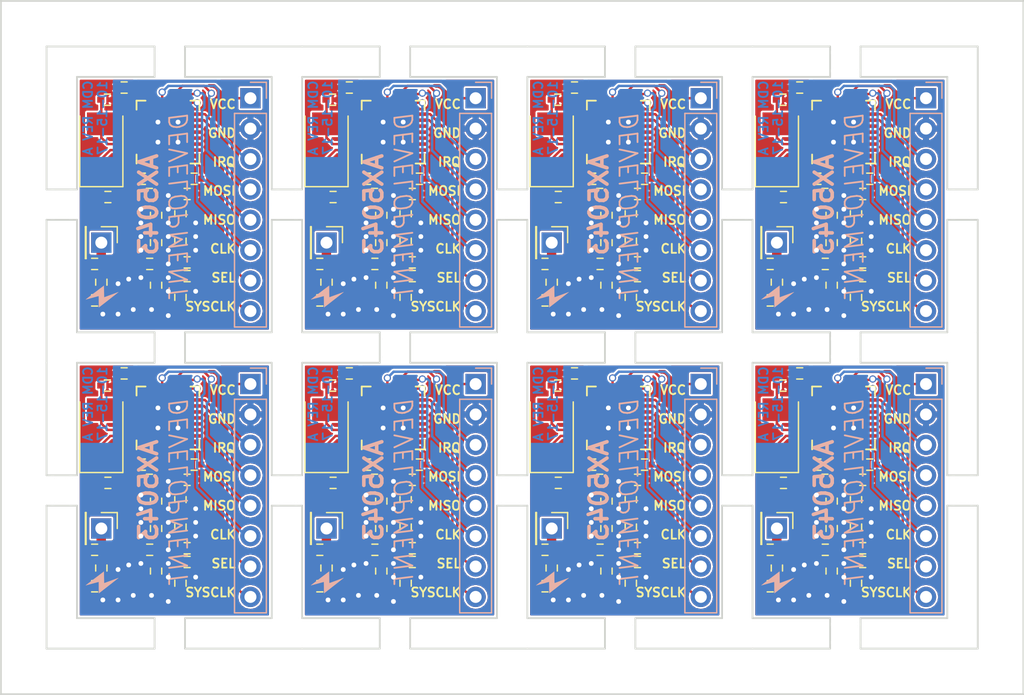
<source format=kicad_pcb>
(kicad_pcb (version 4) (host pcbnew 4.0.5+dfsg1-4)
  (layers (0 F.Cu signal) (31 B.Cu signal) (34 B.Paste user) (35 F.Paste user) (36 B.SilkS user) (37 F.SilkS user) (38 B.Mask user) (39 F.Mask user) (44 Edge.Cuts user))
  (net 0 "")
  (net 1 GND)
  (net 2 "Net-(C6-Pad1)")
  (net 3 "Net-(C7-Pad2)")
  (net 4 VCC)
  (net 5 IRQ)
  (net 6 MOSI)
  (net 7 MISO)
  (net 8 CLK)
  (net 9 SEL)
  (net 10 SYSCLK)
  (net 11 "Net-(U1-Pad5)")
  (net 12 "Net-(U1-Pad8)")
  (net 13 "Net-(U1-Pad10)")
  (net 14 "Net-(U1-Pad11)")
  (net 15 "Net-(U1-Pad12)")
  (net 16 "Net-(U1-Pad20)")
  (net 17 "Net-(U1-Pad21)")
  (net 18 "Net-(AE1-Pad1)")
  (net 19 "Net-(C2-Pad1)")
  (net 20 ANTP)
  (net 21 "Net-(C9-Pad2)")
  (net 22 ANTN)
  (net 23 "Net-(C10-Pad2)")
  (net 24 "Net-(C13-Pad1)")
  (net 25 "Net-(C14-Pad1)")
  (net 26 "Net-(C3-Pad2)")
  (net 27 "Net-(C4-Pad2)")
  (module MOD:MOUSE_BITE (layer F.Cu) (at 100.33 88.392 180)
    (fp_text reference REF** hide)
    (fp_text value MOUSE_BITE hide)
    (fp_line (start 1.27 1.27) (end -1.27 1.27) (layer Edge.Cuts) (width 0.15))
    (fp_line (start -1.27 -1.27) (end 1.27 -1.27) (layer Edge.Cuts) (width 0.15))
    (pad "" np_thru_hole circle (at 0.762 -0.762 180) (size 0.635 0.635) (drill 0.635) (layers *.Cu))
    (pad "" np_thru_hole circle (at 0.762 0.762 180) (size 0.635 0.635) (drill 0.635) (layers *.Cu))
    (pad "" np_thru_hole circle (at 0.762 0 180) (size 0.635 0.635) (drill 0.635) (layers *.Cu))
    (pad "" np_thru_hole circle (at -0.762 -0.762 180) (size 0.635 0.635) (drill 0.635) (layers *.Cu))
    (pad "" np_thru_hole circle (at -0.762 0 180) (size 0.635 0.635) (drill 0.635) (layers *.Cu))
    (pad "" np_thru_hole circle (at -0.762 0.762 180) (size 0.635 0.635) (drill 0.635) (layers *.Cu))
  )
  (module MOD:MOUSE_BITE (layer F.Cu) (at 100.33 64.516 180)
    (fp_text reference REF** hide)
    (fp_text value MOUSE_BITE hide)
    (fp_line (start 1.27 1.27) (end -1.27 1.27) (layer Edge.Cuts) (width 0.15))
    (fp_line (start -1.27 -1.27) (end 1.27 -1.27) (layer Edge.Cuts) (width 0.15))
    (pad "" np_thru_hole circle (at 0.762 -0.762 180) (size 0.635 0.635) (drill 0.635) (layers *.Cu))
    (pad "" np_thru_hole circle (at 0.762 0.762 180) (size 0.635 0.635) (drill 0.635) (layers *.Cu))
    (pad "" np_thru_hole circle (at 0.762 0 180) (size 0.635 0.635) (drill 0.635) (layers *.Cu))
    (pad "" np_thru_hole circle (at -0.762 -0.762 180) (size 0.635 0.635) (drill 0.635) (layers *.Cu))
    (pad "" np_thru_hole circle (at -0.762 0 180) (size 0.635 0.635) (drill 0.635) (layers *.Cu))
    (pad "" np_thru_hole circle (at -0.762 0.762 180) (size 0.635 0.635) (drill 0.635) (layers *.Cu))
  )
  (module MOD:MOUSE_BITE (layer F.Cu) (at 175.514 88.392 180)
    (fp_text reference REF** hide)
    (fp_text value MOUSE_BITE hide)
    (fp_line (start 1.27 1.27) (end -1.27 1.27) (layer Edge.Cuts) (width 0.15))
    (fp_line (start -1.27 -1.27) (end 1.27 -1.27) (layer Edge.Cuts) (width 0.15))
    (pad "" np_thru_hole circle (at 0.762 -0.762 180) (size 0.635 0.635) (drill 0.635) (layers *.Cu))
    (pad "" np_thru_hole circle (at 0.762 0.762 180) (size 0.635 0.635) (drill 0.635) (layers *.Cu))
    (pad "" np_thru_hole circle (at 0.762 0 180) (size 0.635 0.635) (drill 0.635) (layers *.Cu))
    (pad "" np_thru_hole circle (at -0.762 -0.762 180) (size 0.635 0.635) (drill 0.635) (layers *.Cu))
    (pad "" np_thru_hole circle (at -0.762 0 180) (size 0.635 0.635) (drill 0.635) (layers *.Cu))
    (pad "" np_thru_hole circle (at -0.762 0.762 180) (size 0.635 0.635) (drill 0.635) (layers *.Cu))
  )
  (module MOD:MOUSE_BITE (layer F.Cu) (at 175.514 64.516 180)
    (fp_text reference REF** hide)
    (fp_text value MOUSE_BITE hide)
    (fp_line (start 1.27 1.27) (end -1.27 1.27) (layer Edge.Cuts) (width 0.15))
    (fp_line (start -1.27 -1.27) (end 1.27 -1.27) (layer Edge.Cuts) (width 0.15))
    (pad "" np_thru_hole circle (at 0.762 -0.762 180) (size 0.635 0.635) (drill 0.635) (layers *.Cu))
    (pad "" np_thru_hole circle (at 0.762 0.762 180) (size 0.635 0.635) (drill 0.635) (layers *.Cu))
    (pad "" np_thru_hole circle (at 0.762 0 180) (size 0.635 0.635) (drill 0.635) (layers *.Cu))
    (pad "" np_thru_hole circle (at -0.762 -0.762 180) (size 0.635 0.635) (drill 0.635) (layers *.Cu))
    (pad "" np_thru_hole circle (at -0.762 0 180) (size 0.635 0.635) (drill 0.635) (layers *.Cu))
    (pad "" np_thru_hole circle (at -0.762 0.762 180) (size 0.635 0.635) (drill 0.635) (layers *.Cu))
  )
  (module Pin_Headers:Pin_Header_Straight_1x08_Pitch2.54mm (layer B.Cu) (at 172.466 79.502 180)
    (fp_text reference P1 hide)
    (fp_text value CONN_01X08)
    (pad 1 thru_hole rect (at 0 0 180) (size 1.7 1.7) (drill 1) (layers *.Cu *.Mask) (net 4 VCC))
    (pad 2 thru_hole oval (at 0 -2.54 180) (size 1.7 1.7) (drill 1) (layers *.Cu *.Mask) (net 1 GND))
    (pad 3 thru_hole oval (at 0 -5.08 180) (size 1.7 1.7) (drill 1) (layers *.Cu *.Mask) (net 5 IRQ))
    (pad 4 thru_hole oval (at 0 -7.62 180) (size 1.7 1.7) (drill 1) (layers *.Cu *.Mask) (net 6 MOSI))
    (pad 5 thru_hole oval (at 0 -10.16 180) (size 1.7 1.7) (drill 1) (layers *.Cu *.Mask) (net 7 MISO))
    (pad 6 thru_hole oval (at 0 -12.7 180) (size 1.7 1.7) (drill 1) (layers *.Cu *.Mask) (net 8 CLK))
    (pad 7 thru_hole oval (at 0 -15.24 180) (size 1.7 1.7) (drill 1) (layers *.Cu *.Mask) (net 9 SEL))
    (pad 8 thru_hole oval (at 0 -17.78 180) (size 1.7 1.7) (drill 1) (layers *.Cu *.Mask) (net 10 SYSCLK))
  )
  (module MOD:lightning (layer B.Cu) (at 160.147 96.012 90)
    (fp_text reference G*** hide)
    (fp_text value LOGO hide)
  )
  (module Pin_Headers:Pin_Header_Straight_1x08_Pitch2.54mm (layer B.Cu) (at 172.466 55.626 180)
    (fp_text reference P1 hide)
    (fp_text value CONN_01X08)
    (pad 1 thru_hole rect (at 0 0 180) (size 1.7 1.7) (drill 1) (layers *.Cu *.Mask) (net 4 VCC))
    (pad 2 thru_hole oval (at 0 -2.54 180) (size 1.7 1.7) (drill 1) (layers *.Cu *.Mask) (net 1 GND))
    (pad 3 thru_hole oval (at 0 -5.08 180) (size 1.7 1.7) (drill 1) (layers *.Cu *.Mask) (net 5 IRQ))
    (pad 4 thru_hole oval (at 0 -7.62 180) (size 1.7 1.7) (drill 1) (layers *.Cu *.Mask) (net 6 MOSI))
    (pad 5 thru_hole oval (at 0 -10.16 180) (size 1.7 1.7) (drill 1) (layers *.Cu *.Mask) (net 7 MISO))
    (pad 6 thru_hole oval (at 0 -12.7 180) (size 1.7 1.7) (drill 1) (layers *.Cu *.Mask) (net 8 CLK))
    (pad 7 thru_hole oval (at 0 -15.24 180) (size 1.7 1.7) (drill 1) (layers *.Cu *.Mask) (net 9 SEL))
    (pad 8 thru_hole oval (at 0 -17.78 180) (size 1.7 1.7) (drill 1) (layers *.Cu *.Mask) (net 10 SYSCLK))
  )
  (module MOD:lightning (layer B.Cu) (at 160.147 72.136 90)
    (fp_text reference G*** hide)
    (fp_text value LOGO hide)
  )
  (module "MOD:GND VIA" (layer F.Cu) (at 162.052 88.773 90)
    (fp_text reference "" (at 0 0 90) (layer F.SilkS))
    (fp_text value "" (at 0 0 90) (layer F.SilkS))
    (pad 1 thru_hole circle (at 0 1.27 90) (size 0.6 0.6) (drill 0.4) (layers *.Cu) (net 1 GND))
  )
  (module "MOD:GND VIA" (layer F.Cu) (at 162.052 91.059 90)
    (fp_text reference "" (at 0 0 90) (layer F.SilkS))
    (fp_text value "" (at 0 0 90) (layer F.SilkS))
    (pad 1 thru_hole circle (at 0 1.27 90) (size 0.6 0.6) (drill 0.4) (layers *.Cu) (net 1 GND))
  )
  (module "MOD:GND VIA" (layer F.Cu) (at 164.338 89.916 90)
    (fp_text reference "" (at 0 0 90) (layer F.SilkS))
    (fp_text value "" (at 0 0 90) (layer F.SilkS))
    (pad 1 thru_hole circle (at 0 1.27 90) (size 0.6 0.6) (drill 0.4) (layers *.Cu) (net 1 GND))
  )
  (module "MOD:GND VIA" (layer F.Cu) (at 164.338 88.773 90)
    (fp_text reference "" (at 0 0 90) (layer F.SilkS))
    (fp_text value "" (at 0 0 90) (layer F.SilkS))
    (pad 1 thru_hole circle (at 0 1.27 90) (size 0.6 0.6) (drill 0.4) (layers *.Cu) (net 1 GND))
  )
  (module "MOD:GND VIA" (layer F.Cu) (at 162.052 89.916 90)
    (fp_text reference "" (at 0 0 90) (layer F.SilkS))
    (fp_text value "" (at 0 0 90) (layer F.SilkS))
    (pad 1 thru_hole circle (at 0 1.27 90) (size 0.6 0.6) (drill 0.4) (layers *.Cu) (net 1 GND))
  )
  (module Capacitors_SMD:C_0402 (layer F.Cu) (at 164.592 89.281 270)
    (fp_text reference C9 hide)
    (fp_text value 4.3pF)
    (pad 1 smd rect (at -0.55 0 270) (size 0.6 0.5) (layers F.Cu F.Paste F.Mask) (net 20 ANTP))
    (pad 2 smd rect (at 0.55 0 270) (size 0.6 0.5) (layers F.Cu F.Paste F.Mask) (net 21 "Net-(C9-Pad2)"))
  )
  (module "MOD:GND VIA" (layer F.Cu) (at 162.052 92.202 90)
    (fp_text reference "" (at 0 0 90) (layer F.SilkS))
    (fp_text value "" (at 0 0 90) (layer F.SilkS))
    (pad 1 thru_hole circle (at 0 1.27 90) (size 0.6 0.6) (drill 0.4) (layers *.Cu) (net 1 GND))
  )
  (module Capacitors_SMD:C_0402 (layer F.Cu) (at 160.528 79.629 180)
    (fp_text reference C4 hide)
    (fp_text value 33pF)
    (pad 1 smd rect (at -0.55 0 180) (size 0.6 0.5) (layers F.Cu F.Paste F.Mask) (net 1 GND))
    (pad 2 smd rect (at 0.55 0 180) (size 0.6 0.5) (layers F.Cu F.Paste F.Mask) (net 27 "Net-(C4-Pad2)"))
  )
  (module MOD:MOUSE_BITE (layer F.Cu) (at 156.718 88.392 180)
    (fp_text reference REF** hide)
    (fp_text value MOUSE_BITE hide)
    (fp_line (start 1.27 1.27) (end -1.27 1.27) (layer Edge.Cuts) (width 0.15))
    (fp_line (start -1.27 -1.27) (end 1.27 -1.27) (layer Edge.Cuts) (width 0.15))
    (pad "" np_thru_hole circle (at 0.762 -0.762 180) (size 0.635 0.635) (drill 0.635) (layers *.Cu))
    (pad "" np_thru_hole circle (at 0.762 0.762 180) (size 0.635 0.635) (drill 0.635) (layers *.Cu))
    (pad "" np_thru_hole circle (at 0.762 0 180) (size 0.635 0.635) (drill 0.635) (layers *.Cu))
    (pad "" np_thru_hole circle (at -0.762 -0.762 180) (size 0.635 0.635) (drill 0.635) (layers *.Cu))
    (pad "" np_thru_hole circle (at -0.762 0 180) (size 0.635 0.635) (drill 0.635) (layers *.Cu))
    (pad "" np_thru_hole circle (at -0.762 0.762 180) (size 0.635 0.635) (drill 0.635) (layers *.Cu))
  )
  (module Capacitors_SMD:C_0402 (layer F.Cu) (at 161.925 78.613 180)
    (fp_text reference C5 hide)
    (fp_text value 1uF)
    (pad 1 smd rect (at -0.55 0 180) (size 0.6 0.5) (layers F.Cu F.Paste F.Mask) (net 4 VCC))
    (pad 2 smd rect (at 0.55 0 180) (size 0.6 0.5) (layers F.Cu F.Paste F.Mask) (net 1 GND))
  )
  (module Crystals:Crystal_SMD_Abracon_ABM3-2pin_5.0x3.2mm (layer F.Cu) (at 160.02 83.693 90)
    (fp_text reference Y1 hide)
    (fp_text value 16MHz)
    (pad 1 smd rect (at -2.05 0 90) (size 1.9 2.4) (layers F.Cu F.Paste F.Mask) (net 26 "Net-(C3-Pad2)"))
    (pad 2 smd rect (at 2.05 0 90) (size 1.9 2.4) (layers F.Cu F.Paste F.Mask) (net 27 "Net-(C4-Pad2)"))
  )
  (module Capacitors_SMD:C_0402 (layer F.Cu) (at 160.57 87.757 180)
    (fp_text reference C3 hide)
    (fp_text value 33pF)
    (pad 1 smd rect (at -0.55 0 180) (size 0.6 0.5) (layers F.Cu F.Paste F.Mask) (net 1 GND))
    (pad 2 smd rect (at 0.55 0 180) (size 0.6 0.5) (layers F.Cu F.Paste F.Mask) (net 26 "Net-(C3-Pad2)"))
  )
  (module Housings_DFN_QFN:QFN-28-1EP_5x5mm_Pitch0.5mm (layer F.Cu) (at 165.584 82.333 90)
    (fp_text reference U1 hide)
    (fp_text value AX5043)
    (pad 1 smd oval (at -2.45 -1.5 90) (size 0.85 0.3) (layers F.Cu F.Paste F.Mask) (net 24 "Net-(C13-Pad1)"))
    (pad 2 smd oval (at -2.45 -1 90) (size 0.85 0.3) (layers F.Cu F.Paste F.Mask) (net 1 GND))
    (pad 3 smd oval (at -2.45 -0.5 90) (size 0.85 0.3) (layers F.Cu F.Paste F.Mask) (net 20 ANTP))
    (pad 4 smd oval (at -2.45 0 90) (size 0.85 0.3) (layers F.Cu F.Paste F.Mask) (net 22 ANTN))
    (pad 5 smd oval (at -2.45 0.5 90) (size 0.85 0.3) (layers F.Cu F.Paste F.Mask) (net 11 "Net-(U1-Pad5)"))
    (pad 6 smd oval (at -2.45 1 90) (size 0.85 0.3) (layers F.Cu F.Paste F.Mask) (net 1 GND))
    (pad 7 smd oval (at -2.45 1.5 90) (size 0.85 0.3) (layers F.Cu F.Paste F.Mask) (net 25 "Net-(C14-Pad1)"))
    (pad 8 smd oval (at -1.5 2.45 180) (size 0.85 0.3) (layers F.Cu F.Paste F.Mask) (net 12 "Net-(U1-Pad8)"))
    (pad 9 smd oval (at -1 2.45 180) (size 0.85 0.3) (layers F.Cu F.Paste F.Mask) (net 13 "Net-(U1-Pad10)"))
    (pad 10 smd oval (at -0.5 2.45 180) (size 0.85 0.3) (layers F.Cu F.Paste F.Mask) (net 13 "Net-(U1-Pad10)"))
    (pad 11 smd oval (at 0 2.45 180) (size 0.85 0.3) (layers F.Cu F.Paste F.Mask) (net 14 "Net-(U1-Pad11)"))
    (pad 12 smd oval (at 0.5 2.45 180) (size 0.85 0.3) (layers F.Cu F.Paste F.Mask) (net 15 "Net-(U1-Pad12)"))
    (pad 13 smd oval (at 1 2.45 180) (size 0.85 0.3) (layers F.Cu F.Paste F.Mask) (net 10 SYSCLK))
    (pad 14 smd oval (at 1.5 2.45 180) (size 0.85 0.3) (layers F.Cu F.Paste F.Mask) (net 9 SEL))
    (pad 15 smd oval (at 2.45 1.5 90) (size 0.85 0.3) (layers F.Cu F.Paste F.Mask) (net 8 CLK))
    (pad 16 smd oval (at 2.45 1 90) (size 0.85 0.3) (layers F.Cu F.Paste F.Mask) (net 7 MISO))
    (pad 17 smd oval (at 2.45 0.5 90) (size 0.85 0.3) (layers F.Cu F.Paste F.Mask) (net 6 MOSI))
    (pad 18 smd oval (at 2.45 0 90) (size 0.85 0.3) (layers F.Cu F.Paste F.Mask))
    (pad 19 smd oval (at 2.45 -0.5 90) (size 0.85 0.3) (layers F.Cu F.Paste F.Mask) (net 5 IRQ))
    (pad 20 smd oval (at 2.45 -1 90) (size 0.85 0.3) (layers F.Cu F.Paste F.Mask) (net 16 "Net-(U1-Pad20)"))
    (pad 21 smd oval (at 2.45 -1.5 90) (size 0.85 0.3) (layers F.Cu F.Paste F.Mask) (net 17 "Net-(U1-Pad21)"))
    (pad 22 smd oval (at 1.5 -2.45 180) (size 0.85 0.3) (layers F.Cu F.Paste F.Mask))
    (pad 23 smd oval (at 1 -2.45 180) (size 0.85 0.3) (layers F.Cu F.Paste F.Mask) (net 4 VCC))
    (pad 24 smd oval (at 0.5 -2.45 180) (size 0.85 0.3) (layers F.Cu F.Paste F.Mask))
    (pad 25 smd oval (at 0 -2.45 180) (size 0.85 0.3) (layers F.Cu F.Paste F.Mask) (net 1 GND))
    (pad 26 smd oval (at -0.5 -2.45 180) (size 0.85 0.3) (layers F.Cu F.Paste F.Mask) (net 1 GND))
    (pad 27 smd oval (at -1 -2.45 180) (size 0.85 0.3) (layers F.Cu F.Paste F.Mask) (net 27 "Net-(C4-Pad2)"))
    (pad 28 smd oval (at -1.5 -2.45 180) (size 0.85 0.3) (layers F.Cu F.Paste F.Mask) (net 26 "Net-(C3-Pad2)"))
    (pad 29 smd rect (at 0.8375 0.8375 90) (size 1.675 1.675) (layers F.Cu F.Paste F.Mask) (net 1 GND))
    (pad 29 smd rect (at 0.8375 -0.8375 90) (size 1.675 1.675) (layers F.Cu F.Paste F.Mask) (net 1 GND))
    (pad 29 smd rect (at -0.8375 0.8375 90) (size 1.675 1.675) (layers F.Cu F.Paste F.Mask) (net 1 GND))
    (pad 29 smd rect (at -0.8375 -0.8375 90) (size 1.675 1.675) (layers F.Cu F.Paste F.Mask) (net 1 GND))
  )
  (module Capacitors_SMD:C_0402 (layer F.Cu) (at 167.767 86.233 180)
    (fp_text reference C14 hide)
    (fp_text value 1uF)
    (pad 1 smd rect (at -0.55 0 180) (size 0.6 0.5) (layers F.Cu F.Paste F.Mask) (net 25 "Net-(C14-Pad1)"))
    (pad 2 smd rect (at 0.55 0 180) (size 0.6 0.5) (layers F.Cu F.Paste F.Mask) (net 1 GND))
  )
  (module Capacitors_SMD:C_0402 (layer F.Cu) (at 163.449001 86.233)
    (fp_text reference C13 hide)
    (fp_text value 1uF)
    (pad 1 smd rect (at -0.55 0) (size 0.6 0.5) (layers F.Cu F.Paste F.Mask) (net 24 "Net-(C13-Pad1)"))
    (pad 2 smd rect (at 0.55 0) (size 0.6 0.5) (layers F.Cu F.Paste F.Mask) (net 1 GND))
  )
  (module Capacitors_SMD:C_0402 (layer F.Cu) (at 164.0332 87.503)
    (fp_text reference L7 hide)
    (fp_text value 100nH)
    (pad 1 smd rect (at -0.55 0) (size 0.6 0.5) (layers F.Cu F.Paste F.Mask) (net 1 GND))
    (pad 2 smd rect (at 0.55 0) (size 0.6 0.5) (layers F.Cu F.Paste F.Mask) (net 20 ANTP))
  )
  (module "MOD:GND VIA" (layer F.Cu) (at 164.338 87.630001 90)
    (fp_text reference "" (at 0 0 90) (layer F.SilkS))
    (fp_text value "" (at 0 0 90) (layer F.SilkS))
    (pad 1 thru_hole circle (at 0 1.27 90) (size 0.6 0.6) (drill 0.4) (layers *.Cu) (net 1 GND))
  )
  (module Capacitors_SMD:C_0402 (layer F.Cu) (at 167.182799 87.503 180)
    (fp_text reference L8 hide)
    (fp_text value 100nH)
    (pad 1 smd rect (at -0.55 0 180) (size 0.6 0.5) (layers F.Cu F.Paste F.Mask) (net 1 GND))
    (pad 2 smd rect (at 0.55 0 180) (size 0.6 0.5) (layers F.Cu F.Paste F.Mask) (net 22 ANTN))
  )
  (module MOD:MOUSE_BITE (layer F.Cu) (at 165.735 76.454 90)
    (fp_text reference REF** hide)
    (fp_text value MOUSE_BITE hide)
    (fp_line (start 1.27 1.27) (end -1.27 1.27) (layer Edge.Cuts) (width 0.15))
    (fp_line (start -1.27 -1.27) (end 1.27 -1.27) (layer Edge.Cuts) (width 0.15))
    (pad "" np_thru_hole circle (at 0.762 -0.762 90) (size 0.635 0.635) (drill 0.635) (layers *.Cu))
    (pad "" np_thru_hole circle (at 0.762 0.762 90) (size 0.635 0.635) (drill 0.635) (layers *.Cu))
    (pad "" np_thru_hole circle (at 0.762 0 90) (size 0.635 0.635) (drill 0.635) (layers *.Cu))
    (pad "" np_thru_hole circle (at -0.762 -0.762 90) (size 0.635 0.635) (drill 0.635) (layers *.Cu))
    (pad "" np_thru_hole circle (at -0.762 0 90) (size 0.635 0.635) (drill 0.635) (layers *.Cu))
    (pad "" np_thru_hole circle (at -0.762 0.762 90) (size 0.635 0.635) (drill 0.635) (layers *.Cu))
  )
  (module "MOD:GND VIA" (layer F.Cu) (at 160.147 94.996 90)
    (fp_text reference "" (at 0 0 90) (layer F.SilkS))
    (fp_text value "" (at 0 0 90) (layer F.SilkS))
    (pad 1 thru_hole circle (at 0 1.27 90) (size 0.6 0.6) (drill 0.4) (layers *.Cu) (net 1 GND))
  )
  (module Capacitors_SMD:C_0402 (layer F.Cu) (at 159.4612 93.344999)
    (fp_text reference C1 hide)
    (fp_text value 151pF)
    (pad 1 smd rect (at -0.55 0) (size 0.6 0.5) (layers F.Cu F.Paste F.Mask) (net 1 GND))
    (pad 2 smd rect (at 0.55 0) (size 0.6 0.5) (layers F.Cu F.Paste F.Mask) (net 18 "Net-(AE1-Pad1)"))
  )
  (module "MOD:GND VIA" (layer F.Cu) (at 158.877 97.536 90)
    (fp_text reference "" (at 0 0 90) (layer F.SilkS))
    (fp_text value "" (at 0 0 90) (layer F.SilkS))
    (pad 1 thru_hole circle (at 0 1.27 90) (size 0.6 0.6) (drill 0.4) (layers *.Cu) (net 1 GND))
  )
  (module Pin_Headers:Pin_Header_Straight_1x01_Pitch2.54mm (layer F.Cu) (at 160.02 91.567 270)
    (fp_text reference AE1 hide)
    (fp_text value Antenna)
    (pad 1 thru_hole rect (at 0 0 270) (size 1.7 1.7) (drill 1) (layers *.Cu *.Mask) (net 18 "Net-(AE1-Pad1)"))
  )
  (module Capacitors_SMD:C_0402 (layer F.Cu) (at 160.02 94.869 90)
    (fp_text reference L1 hide)
    (fp_text value .002uH)
    (pad 1 smd rect (at -0.55 0 90) (size 0.6 0.5) (layers F.Cu F.Paste F.Mask) (net 19 "Net-(C2-Pad1)"))
    (pad 2 smd rect (at 0.55 0 90) (size 0.6 0.5) (layers F.Cu F.Paste F.Mask) (net 18 "Net-(AE1-Pad1)"))
  )
  (module Capacitors_SMD:C_0402 (layer F.Cu) (at 159.4612 96.393 180)
    (fp_text reference C2 hide)
    (fp_text value 129pF)
    (pad 1 smd rect (at -0.55 0 180) (size 0.6 0.5) (layers F.Cu F.Paste F.Mask) (net 19 "Net-(C2-Pad1)"))
    (pad 2 smd rect (at 0.55 0 180) (size 0.6 0.5) (layers F.Cu F.Paste F.Mask) (net 1 GND))
  )
  (module "MOD:GND VIA" (layer F.Cu) (at 160.147 97.536 90)
    (fp_text reference "" (at 0 0 90) (layer F.SilkS))
    (fp_text value "" (at 0 0 90) (layer F.SilkS))
    (pad 1 thru_hole circle (at 0 1.27 90) (size 0.6 0.6) (drill 0.4) (layers *.Cu) (net 1 GND))
  )
  (module "MOD:GND VIA" (layer F.Cu) (at 162.941 97.155 90)
    (fp_text reference "" (at 0 0 90) (layer F.SilkS))
    (fp_text value "" (at 0 0 90) (layer F.SilkS))
    (pad 1 thru_hole circle (at 0 1.27 90) (size 0.6 0.6) (drill 0.4) (layers *.Cu) (net 1 GND))
  )
  (module "MOD:GND VIA" (layer F.Cu) (at 161.036 94.615 90)
    (fp_text reference "" (at 0 0 90) (layer F.SilkS))
    (fp_text value "" (at 0 0 90) (layer F.SilkS))
    (pad 1 thru_hole circle (at 0 1.27 90) (size 0.6 0.6) (drill 0.4) (layers *.Cu) (net 1 GND))
  )
  (module "MOD:GND VIA" (layer F.Cu) (at 161.417 97.155 90)
    (fp_text reference "" (at 0 0 90) (layer F.SilkS))
    (fp_text value "" (at 0 0 90) (layer F.SilkS))
    (pad 1 thru_hole circle (at 0 1.27 90) (size 0.6 0.6) (drill 0.4) (layers *.Cu) (net 1 GND))
  )
  (module Capacitors_SMD:C_0402 (layer F.Cu) (at 164.592 95.123 270)
    (fp_text reference L3 hide)
    (fp_text value 27nH)
    (pad 1 smd rect (at -0.55 0 270) (size 0.6 0.5) (layers F.Cu F.Paste F.Mask) (net 3 "Net-(C7-Pad2)"))
    (pad 2 smd rect (at 0.55 0 270) (size 0.6 0.5) (layers F.Cu F.Paste F.Mask) (net 19 "Net-(C2-Pad1)"))
  )
  (module "MOD:GND VIA" (layer F.Cu) (at 162.052 94.488 90)
    (fp_text reference "" (at 0 0 90) (layer F.SilkS))
    (fp_text value "" (at 0 0 90) (layer F.SilkS))
    (pad 1 thru_hole circle (at 0 1.27 90) (size 0.6 0.6) (drill 0.4) (layers *.Cu) (net 1 GND))
  )
  (module "MOD:GND VIA" (layer F.Cu) (at 164.338 93.345 90)
    (fp_text reference "" (at 0 0 90) (layer F.SilkS))
    (fp_text value "" (at 0 0 90) (layer F.SilkS))
    (pad 1 thru_hole circle (at 0 1.27 90) (size 0.6 0.6) (drill 0.4) (layers *.Cu) (net 1 GND))
  )
  (module "MOD:GND VIA" (layer F.Cu) (at 164.338 92.202 90)
    (fp_text reference "" (at 0 0 90) (layer F.SilkS))
    (fp_text value "" (at 0 0 90) (layer F.SilkS))
    (pad 1 thru_hole circle (at 0 1.27 90) (size 0.6 0.6) (drill 0.4) (layers *.Cu) (net 1 GND))
  )
  (module Capacitors_SMD:C_0402 (layer F.Cu) (at 164.592 91.567 270)
    (fp_text reference L5 hide)
    (fp_text value 43nH)
    (pad 1 smd rect (at -0.55 0 270) (size 0.6 0.5) (layers F.Cu F.Paste F.Mask) (net 21 "Net-(C9-Pad2)"))
    (pad 2 smd rect (at 0.55 0 270) (size 0.6 0.5) (layers F.Cu F.Paste F.Mask) (net 3 "Net-(C7-Pad2)"))
  )
  (module Capacitors_SMD:C_0402 (layer F.Cu) (at 164.0586 93.344999)
    (fp_text reference C7 hide)
    (fp_text value 11pF)
    (pad 1 smd rect (at -0.55 0) (size 0.6 0.5) (layers F.Cu F.Paste F.Mask) (net 1 GND))
    (pad 2 smd rect (at 0.55 0) (size 0.6 0.5) (layers F.Cu F.Paste F.Mask) (net 3 "Net-(C7-Pad2)"))
  )
  (module "MOD:GND VIA" (layer F.Cu) (at 164.338 91.059 90)
    (fp_text reference "" (at 0 0 90) (layer F.SilkS))
    (fp_text value "" (at 0 0 90) (layer F.SilkS))
    (pad 1 thru_hole circle (at 0 1.27 90) (size 0.6 0.6) (drill 0.4) (layers *.Cu) (net 1 GND))
  )
  (module "MOD:GND VIA" (layer F.Cu) (at 164.338 94.488 90)
    (fp_text reference "" (at 0 0 90) (layer F.SilkS))
    (fp_text value "" (at 0 0 90) (layer F.SilkS))
    (pad 1 thru_hole circle (at 0 1.27 90) (size 0.6 0.6) (drill 0.4) (layers *.Cu) (net 1 GND))
  )
  (module Capacitors_SMD:C_0402 (layer F.Cu) (at 166.624 96.139 270)
    (fp_text reference C6 hide)
    (fp_text value 5.1pF)
    (pad 1 smd rect (at -0.55 0 270) (size 0.6 0.5) (layers F.Cu F.Paste F.Mask) (net 2 "Net-(C6-Pad1)"))
    (pad 2 smd rect (at 0.55 0 270) (size 0.6 0.5) (layers F.Cu F.Paste F.Mask) (net 19 "Net-(C2-Pad1)"))
  )
  (module MOD:MOUSE_BITE (layer F.Cu) (at 165.735 100.33 90)
    (fp_text reference REF** hide)
    (fp_text value MOUSE_BITE hide)
    (fp_line (start 1.27 1.27) (end -1.27 1.27) (layer Edge.Cuts) (width 0.15))
    (fp_line (start -1.27 -1.27) (end 1.27 -1.27) (layer Edge.Cuts) (width 0.15))
    (pad "" np_thru_hole circle (at 0.762 -0.762 90) (size 0.635 0.635) (drill 0.635) (layers *.Cu))
    (pad "" np_thru_hole circle (at 0.762 0.762 90) (size 0.635 0.635) (drill 0.635) (layers *.Cu))
    (pad "" np_thru_hole circle (at 0.762 0 90) (size 0.635 0.635) (drill 0.635) (layers *.Cu))
    (pad "" np_thru_hole circle (at -0.762 -0.762 90) (size 0.635 0.635) (drill 0.635) (layers *.Cu))
    (pad "" np_thru_hole circle (at -0.762 0 90) (size 0.635 0.635) (drill 0.635) (layers *.Cu))
    (pad "" np_thru_hole circle (at -0.762 0.762 90) (size 0.635 0.635) (drill 0.635) (layers *.Cu))
  )
  (module "MOD:GND VIA" (layer F.Cu) (at 164.338 97.663 90)
    (fp_text reference "" (at 0 0 90) (layer F.SilkS))
    (fp_text value "" (at 0 0 90) (layer F.SilkS))
    (pad 1 thru_hole circle (at 0 1.27 90) (size 0.6 0.6) (drill 0.4) (layers *.Cu) (net 1 GND))
  )
  (module "MOD:GND VIA" (layer F.Cu) (at 164.338 95.631 90)
    (fp_text reference "" (at 0 0 90) (layer F.SilkS))
    (fp_text value "" (at 0 0 90) (layer F.SilkS))
    (pad 1 thru_hole circle (at 0 1.27 90) (size 0.6 0.6) (drill 0.4) (layers *.Cu) (net 1 GND))
  )
  (module "MOD:GND VIA" (layer F.Cu) (at 166.624 95.631 90)
    (fp_text reference "" (at 0 0 90) (layer F.SilkS))
    (fp_text value "" (at 0 0 90) (layer F.SilkS))
    (pad 1 thru_hole circle (at 0 1.27 90) (size 0.6 0.6) (drill 0.4) (layers *.Cu) (net 1 GND))
  )
  (module Capacitors_SMD:C_0402 (layer F.Cu) (at 167.1828 94.361 180)
    (fp_text reference L4 hide)
    (fp_text value 27nH)
    (pad 1 smd rect (at -0.55 0 180) (size 0.6 0.5) (layers F.Cu F.Paste F.Mask) (net 1 GND))
    (pad 2 smd rect (at 0.55 0 180) (size 0.6 0.5) (layers F.Cu F.Paste F.Mask) (net 2 "Net-(C6-Pad1)"))
  )
  (module "MOD:GND VIA" (layer F.Cu) (at 166.624 92.202 90)
    (fp_text reference "" (at 0 0 90) (layer F.SilkS))
    (fp_text value "" (at 0 0 90) (layer F.SilkS))
    (pad 1 thru_hole circle (at 0 1.27 90) (size 0.6 0.6) (drill 0.4) (layers *.Cu) (net 1 GND))
  )
  (module "MOD:GND VIA" (layer F.Cu) (at 166.624 89.916 90)
    (fp_text reference "" (at 0 0 90) (layer F.SilkS))
    (fp_text value "" (at 0 0 90) (layer F.SilkS))
    (pad 1 thru_hole circle (at 0 1.27 90) (size 0.6 0.6) (drill 0.4) (layers *.Cu) (net 1 GND))
  )
  (module Capacitors_SMD:C_0402 (layer F.Cu) (at 166.624001 89.154 270)
    (fp_text reference C10 hide)
    (fp_text value 4.3pF)
    (pad 1 smd rect (at -0.55 0 270) (size 0.6 0.5) (layers F.Cu F.Paste F.Mask) (net 22 ANTN))
    (pad 2 smd rect (at 0.55 0 270) (size 0.6 0.5) (layers F.Cu F.Paste F.Mask) (net 23 "Net-(C10-Pad2)"))
  )
  (module "MOD:GND VIA" (layer F.Cu) (at 166.624 91.059 90)
    (fp_text reference "" (at 0 0 90) (layer F.SilkS))
    (fp_text value "" (at 0 0 90) (layer F.SilkS))
    (pad 1 thru_hole circle (at 0 1.27 90) (size 0.6 0.6) (drill 0.4) (layers *.Cu) (net 1 GND))
  )
  (module Capacitors_SMD:C_0402 (layer F.Cu) (at 166.624001 91.44 270)
    (fp_text reference L6 hide)
    (fp_text value 43nH)
    (pad 1 smd rect (at -0.55 0 270) (size 0.6 0.5) (layers F.Cu F.Paste F.Mask) (net 23 "Net-(C10-Pad2)"))
    (pad 2 smd rect (at 0.55 0 270) (size 0.6 0.5) (layers F.Cu F.Paste F.Mask) (net 2 "Net-(C6-Pad1)"))
  )
  (module Capacitors_SMD:C_0402 (layer F.Cu) (at 167.1828 93.218 180)
    (fp_text reference C8 hide)
    (fp_text value 5.6pF)
    (pad 1 smd rect (at -0.55 0 180) (size 0.6 0.5) (layers F.Cu F.Paste F.Mask) (net 1 GND))
    (pad 2 smd rect (at 0.55 0 180) (size 0.6 0.5) (layers F.Cu F.Paste F.Mask) (net 2 "Net-(C6-Pad1)"))
  )
  (module "MOD:GND VIA" (layer F.Cu) (at 160.147 73.66 90)
    (fp_text reference "" (at 0 0 90) (layer F.SilkS))
    (fp_text value "" (at 0 0 90) (layer F.SilkS))
    (pad 1 thru_hole circle (at 0 1.27 90) (size 0.6 0.6) (drill 0.4) (layers *.Cu) (net 1 GND))
  )
  (module "MOD:GND VIA" (layer F.Cu) (at 162.941 73.279 90)
    (fp_text reference "" (at 0 0 90) (layer F.SilkS))
    (fp_text value "" (at 0 0 90) (layer F.SilkS))
    (pad 1 thru_hole circle (at 0 1.27 90) (size 0.6 0.6) (drill 0.4) (layers *.Cu) (net 1 GND))
  )
  (module "MOD:GND VIA" (layer F.Cu) (at 162.052 70.612 90)
    (fp_text reference "" (at 0 0 90) (layer F.SilkS))
    (fp_text value "" (at 0 0 90) (layer F.SilkS))
    (pad 1 thru_hole circle (at 0 1.27 90) (size 0.6 0.6) (drill 0.4) (layers *.Cu) (net 1 GND))
  )
  (module "MOD:GND VIA" (layer F.Cu) (at 161.036 70.739 90)
    (fp_text reference "" (at 0 0 90) (layer F.SilkS))
    (fp_text value "" (at 0 0 90) (layer F.SilkS))
    (pad 1 thru_hole circle (at 0 1.27 90) (size 0.6 0.6) (drill 0.4) (layers *.Cu) (net 1 GND))
  )
  (module "MOD:GND VIA" (layer F.Cu) (at 161.417 73.279 90)
    (fp_text reference "" (at 0 0 90) (layer F.SilkS))
    (fp_text value "" (at 0 0 90) (layer F.SilkS))
    (pad 1 thru_hole circle (at 0 1.27 90) (size 0.6 0.6) (drill 0.4) (layers *.Cu) (net 1 GND))
  )
  (module MOD:MOUSE_BITE (layer F.Cu) (at 156.718 64.516 180)
    (fp_text reference REF** hide)
    (fp_text value MOUSE_BITE hide)
    (fp_line (start 1.27 1.27) (end -1.27 1.27) (layer Edge.Cuts) (width 0.15))
    (fp_line (start -1.27 -1.27) (end 1.27 -1.27) (layer Edge.Cuts) (width 0.15))
    (pad "" np_thru_hole circle (at 0.762 -0.762 180) (size 0.635 0.635) (drill 0.635) (layers *.Cu))
    (pad "" np_thru_hole circle (at 0.762 0.762 180) (size 0.635 0.635) (drill 0.635) (layers *.Cu))
    (pad "" np_thru_hole circle (at 0.762 0 180) (size 0.635 0.635) (drill 0.635) (layers *.Cu))
    (pad "" np_thru_hole circle (at -0.762 -0.762 180) (size 0.635 0.635) (drill 0.635) (layers *.Cu))
    (pad "" np_thru_hole circle (at -0.762 0 180) (size 0.635 0.635) (drill 0.635) (layers *.Cu))
    (pad "" np_thru_hole circle (at -0.762 0.762 180) (size 0.635 0.635) (drill 0.635) (layers *.Cu))
  )
  (module Pin_Headers:Pin_Header_Straight_1x01_Pitch2.54mm (layer F.Cu) (at 160.02 67.691 270)
    (fp_text reference AE1 hide)
    (fp_text value Antenna)
    (pad 1 thru_hole rect (at 0 0 270) (size 1.7 1.7) (drill 1) (layers *.Cu *.Mask) (net 18 "Net-(AE1-Pad1)"))
  )
  (module "MOD:GND VIA" (layer F.Cu) (at 162.052 64.897 90)
    (fp_text reference "" (at 0 0 90) (layer F.SilkS))
    (fp_text value "" (at 0 0 90) (layer F.SilkS))
    (pad 1 thru_hole circle (at 0 1.27 90) (size 0.6 0.6) (drill 0.4) (layers *.Cu) (net 1 GND))
  )
  (module Capacitors_SMD:C_0402 (layer F.Cu) (at 159.4612 69.468999)
    (fp_text reference C1 hide)
    (fp_text value 151pF)
    (pad 1 smd rect (at -0.55 0) (size 0.6 0.5) (layers F.Cu F.Paste F.Mask) (net 1 GND))
    (pad 2 smd rect (at 0.55 0) (size 0.6 0.5) (layers F.Cu F.Paste F.Mask) (net 18 "Net-(AE1-Pad1)"))
  )
  (module Capacitors_SMD:C_0402 (layer F.Cu) (at 160.57 63.881 180)
    (fp_text reference C3 hide)
    (fp_text value 33pF)
    (pad 1 smd rect (at -0.55 0 180) (size 0.6 0.5) (layers F.Cu F.Paste F.Mask) (net 1 GND))
    (pad 2 smd rect (at 0.55 0 180) (size 0.6 0.5) (layers F.Cu F.Paste F.Mask) (net 26 "Net-(C3-Pad2)"))
  )
  (module "MOD:GND VIA" (layer F.Cu) (at 162.052 66.04 90)
    (fp_text reference "" (at 0 0 90) (layer F.SilkS))
    (fp_text value "" (at 0 0 90) (layer F.SilkS))
    (pad 1 thru_hole circle (at 0 1.27 90) (size 0.6 0.6) (drill 0.4) (layers *.Cu) (net 1 GND))
  )
  (module Capacitors_SMD:C_0402 (layer F.Cu) (at 160.02 70.993 90)
    (fp_text reference L1 hide)
    (fp_text value .002uH)
    (pad 1 smd rect (at -0.55 0 90) (size 0.6 0.5) (layers F.Cu F.Paste F.Mask) (net 19 "Net-(C2-Pad1)"))
    (pad 2 smd rect (at 0.55 0 90) (size 0.6 0.5) (layers F.Cu F.Paste F.Mask) (net 18 "Net-(AE1-Pad1)"))
  )
  (module Capacitors_SMD:C_0402 (layer F.Cu) (at 159.4612 72.517 180)
    (fp_text reference C2 hide)
    (fp_text value 129pF)
    (pad 1 smd rect (at -0.55 0 180) (size 0.6 0.5) (layers F.Cu F.Paste F.Mask) (net 19 "Net-(C2-Pad1)"))
    (pad 2 smd rect (at 0.55 0 180) (size 0.6 0.5) (layers F.Cu F.Paste F.Mask) (net 1 GND))
  )
  (module "MOD:GND VIA" (layer F.Cu) (at 160.147 71.12 90)
    (fp_text reference "" (at 0 0 90) (layer F.SilkS))
    (fp_text value "" (at 0 0 90) (layer F.SilkS))
    (pad 1 thru_hole circle (at 0 1.27 90) (size 0.6 0.6) (drill 0.4) (layers *.Cu) (net 1 GND))
  )
  (module "MOD:GND VIA" (layer F.Cu) (at 158.877 73.66 90)
    (fp_text reference "" (at 0 0 90) (layer F.SilkS))
    (fp_text value "" (at 0 0 90) (layer F.SilkS))
    (pad 1 thru_hole circle (at 0 1.27 90) (size 0.6 0.6) (drill 0.4) (layers *.Cu) (net 1 GND))
  )
  (module "MOD:GND VIA" (layer F.Cu) (at 164.338 63.754001 90)
    (fp_text reference "" (at 0 0 90) (layer F.SilkS))
    (fp_text value "" (at 0 0 90) (layer F.SilkS))
    (pad 1 thru_hole circle (at 0 1.27 90) (size 0.6 0.6) (drill 0.4) (layers *.Cu) (net 1 GND))
  )
  (module "MOD:GND VIA" (layer F.Cu) (at 164.338 64.897 90)
    (fp_text reference "" (at 0 0 90) (layer F.SilkS))
    (fp_text value "" (at 0 0 90) (layer F.SilkS))
    (pad 1 thru_hole circle (at 0 1.27 90) (size 0.6 0.6) (drill 0.4) (layers *.Cu) (net 1 GND))
  )
  (module Capacitors_SMD:C_0402 (layer F.Cu) (at 166.624001 65.278 270)
    (fp_text reference C10 hide)
    (fp_text value 4.3pF)
    (pad 1 smd rect (at -0.55 0 270) (size 0.6 0.5) (layers F.Cu F.Paste F.Mask) (net 22 ANTN))
    (pad 2 smd rect (at 0.55 0 270) (size 0.6 0.5) (layers F.Cu F.Paste F.Mask) (net 23 "Net-(C10-Pad2)"))
  )
  (module Capacitors_SMD:C_0402 (layer F.Cu) (at 167.182799 63.627 180)
    (fp_text reference L8 hide)
    (fp_text value 100nH)
    (pad 1 smd rect (at -0.55 0 180) (size 0.6 0.5) (layers F.Cu F.Paste F.Mask) (net 1 GND))
    (pad 2 smd rect (at 0.55 0 180) (size 0.6 0.5) (layers F.Cu F.Paste F.Mask) (net 22 ANTN))
  )
  (module Capacitors_SMD:C_0402 (layer F.Cu) (at 164.0332 63.627)
    (fp_text reference L7 hide)
    (fp_text value 100nH)
    (pad 1 smd rect (at -0.55 0) (size 0.6 0.5) (layers F.Cu F.Paste F.Mask) (net 1 GND))
    (pad 2 smd rect (at 0.55 0) (size 0.6 0.5) (layers F.Cu F.Paste F.Mask) (net 20 ANTP))
  )
  (module Capacitors_SMD:C_0402 (layer F.Cu) (at 164.592 65.405 270)
    (fp_text reference C9 hide)
    (fp_text value 4.3pF)
    (pad 1 smd rect (at -0.55 0 270) (size 0.6 0.5) (layers F.Cu F.Paste F.Mask) (net 20 ANTP))
    (pad 2 smd rect (at 0.55 0 270) (size 0.6 0.5) (layers F.Cu F.Paste F.Mask) (net 21 "Net-(C9-Pad2)"))
  )
  (module Capacitors_SMD:C_0402 (layer F.Cu) (at 167.1828 69.342 180)
    (fp_text reference C8 hide)
    (fp_text value 5.6pF)
    (pad 1 smd rect (at -0.55 0 180) (size 0.6 0.5) (layers F.Cu F.Paste F.Mask) (net 1 GND))
    (pad 2 smd rect (at 0.55 0 180) (size 0.6 0.5) (layers F.Cu F.Paste F.Mask) (net 2 "Net-(C6-Pad1)"))
  )
  (module "MOD:GND VIA" (layer F.Cu) (at 166.624 68.326 90)
    (fp_text reference "" (at 0 0 90) (layer F.SilkS))
    (fp_text value "" (at 0 0 90) (layer F.SilkS))
    (pad 1 thru_hole circle (at 0 1.27 90) (size 0.6 0.6) (drill 0.4) (layers *.Cu) (net 1 GND))
  )
  (module Capacitors_SMD:C_0402 (layer F.Cu) (at 164.592 67.691 270)
    (fp_text reference L5 hide)
    (fp_text value 43nH)
    (pad 1 smd rect (at -0.55 0 270) (size 0.6 0.5) (layers F.Cu F.Paste F.Mask) (net 21 "Net-(C9-Pad2)"))
    (pad 2 smd rect (at 0.55 0 270) (size 0.6 0.5) (layers F.Cu F.Paste F.Mask) (net 3 "Net-(C7-Pad2)"))
  )
  (module Capacitors_SMD:C_0402 (layer F.Cu) (at 166.624001 67.564 270)
    (fp_text reference L6 hide)
    (fp_text value 43nH)
    (pad 1 smd rect (at -0.55 0 270) (size 0.6 0.5) (layers F.Cu F.Paste F.Mask) (net 23 "Net-(C10-Pad2)"))
    (pad 2 smd rect (at 0.55 0 270) (size 0.6 0.5) (layers F.Cu F.Paste F.Mask) (net 2 "Net-(C6-Pad1)"))
  )
  (module "MOD:GND VIA" (layer F.Cu) (at 164.338 66.04 90)
    (fp_text reference "" (at 0 0 90) (layer F.SilkS))
    (fp_text value "" (at 0 0 90) (layer F.SilkS))
    (pad 1 thru_hole circle (at 0 1.27 90) (size 0.6 0.6) (drill 0.4) (layers *.Cu) (net 1 GND))
  )
  (module "MOD:GND VIA" (layer F.Cu) (at 166.624 66.04 90)
    (fp_text reference "" (at 0 0 90) (layer F.SilkS))
    (fp_text value "" (at 0 0 90) (layer F.SilkS))
    (pad 1 thru_hole circle (at 0 1.27 90) (size 0.6 0.6) (drill 0.4) (layers *.Cu) (net 1 GND))
  )
  (module "MOD:GND VIA" (layer F.Cu) (at 166.624 67.183 90)
    (fp_text reference "" (at 0 0 90) (layer F.SilkS))
    (fp_text value "" (at 0 0 90) (layer F.SilkS))
    (pad 1 thru_hole circle (at 0 1.27 90) (size 0.6 0.6) (drill 0.4) (layers *.Cu) (net 1 GND))
  )
  (module Housings_DFN_QFN:QFN-28-1EP_5x5mm_Pitch0.5mm (layer F.Cu) (at 165.584 58.457 90)
    (fp_text reference U1 hide)
    (fp_text value AX5043)
    (pad 1 smd oval (at -2.45 -1.5 90) (size 0.85 0.3) (layers F.Cu F.Paste F.Mask) (net 24 "Net-(C13-Pad1)"))
    (pad 2 smd oval (at -2.45 -1 90) (size 0.85 0.3) (layers F.Cu F.Paste F.Mask) (net 1 GND))
    (pad 3 smd oval (at -2.45 -0.5 90) (size 0.85 0.3) (layers F.Cu F.Paste F.Mask) (net 20 ANTP))
    (pad 4 smd oval (at -2.45 0 90) (size 0.85 0.3) (layers F.Cu F.Paste F.Mask) (net 22 ANTN))
    (pad 5 smd oval (at -2.45 0.5 90) (size 0.85 0.3) (layers F.Cu F.Paste F.Mask) (net 11 "Net-(U1-Pad5)"))
    (pad 6 smd oval (at -2.45 1 90) (size 0.85 0.3) (layers F.Cu F.Paste F.Mask) (net 1 GND))
    (pad 7 smd oval (at -2.45 1.5 90) (size 0.85 0.3) (layers F.Cu F.Paste F.Mask) (net 25 "Net-(C14-Pad1)"))
    (pad 8 smd oval (at -1.5 2.45 180) (size 0.85 0.3) (layers F.Cu F.Paste F.Mask) (net 12 "Net-(U1-Pad8)"))
    (pad 9 smd oval (at -1 2.45 180) (size 0.85 0.3) (layers F.Cu F.Paste F.Mask) (net 13 "Net-(U1-Pad10)"))
    (pad 10 smd oval (at -0.5 2.45 180) (size 0.85 0.3) (layers F.Cu F.Paste F.Mask) (net 13 "Net-(U1-Pad10)"))
    (pad 11 smd oval (at 0 2.45 180) (size 0.85 0.3) (layers F.Cu F.Paste F.Mask) (net 14 "Net-(U1-Pad11)"))
    (pad 12 smd oval (at 0.5 2.45 180) (size 0.85 0.3) (layers F.Cu F.Paste F.Mask) (net 15 "Net-(U1-Pad12)"))
    (pad 13 smd oval (at 1 2.45 180) (size 0.85 0.3) (layers F.Cu F.Paste F.Mask) (net 10 SYSCLK))
    (pad 14 smd oval (at 1.5 2.45 180) (size 0.85 0.3) (layers F.Cu F.Paste F.Mask) (net 9 SEL))
    (pad 15 smd oval (at 2.45 1.5 90) (size 0.85 0.3) (layers F.Cu F.Paste F.Mask) (net 8 CLK))
    (pad 16 smd oval (at 2.45 1 90) (size 0.85 0.3) (layers F.Cu F.Paste F.Mask) (net 7 MISO))
    (pad 17 smd oval (at 2.45 0.5 90) (size 0.85 0.3) (layers F.Cu F.Paste F.Mask) (net 6 MOSI))
    (pad 18 smd oval (at 2.45 0 90) (size 0.85 0.3) (layers F.Cu F.Paste F.Mask))
    (pad 19 smd oval (at 2.45 -0.5 90) (size 0.85 0.3) (layers F.Cu F.Paste F.Mask) (net 5 IRQ))
    (pad 20 smd oval (at 2.45 -1 90) (size 0.85 0.3) (layers F.Cu F.Paste F.Mask) (net 16 "Net-(U1-Pad20)"))
    (pad 21 smd oval (at 2.45 -1.5 90) (size 0.85 0.3) (layers F.Cu F.Paste F.Mask) (net 17 "Net-(U1-Pad21)"))
    (pad 22 smd oval (at 1.5 -2.45 180) (size 0.85 0.3) (layers F.Cu F.Paste F.Mask))
    (pad 23 smd oval (at 1 -2.45 180) (size 0.85 0.3) (layers F.Cu F.Paste F.Mask) (net 4 VCC))
    (pad 24 smd oval (at 0.5 -2.45 180) (size 0.85 0.3) (layers F.Cu F.Paste F.Mask))
    (pad 25 smd oval (at 0 -2.45 180) (size 0.85 0.3) (layers F.Cu F.Paste F.Mask) (net 1 GND))
    (pad 26 smd oval (at -0.5 -2.45 180) (size 0.85 0.3) (layers F.Cu F.Paste F.Mask) (net 1 GND))
    (pad 27 smd oval (at -1 -2.45 180) (size 0.85 0.3) (layers F.Cu F.Paste F.Mask) (net 27 "Net-(C4-Pad2)"))
    (pad 28 smd oval (at -1.5 -2.45 180) (size 0.85 0.3) (layers F.Cu F.Paste F.Mask) (net 26 "Net-(C3-Pad2)"))
    (pad 29 smd rect (at 0.8375 0.8375 90) (size 1.675 1.675) (layers F.Cu F.Paste F.Mask) (net 1 GND))
    (pad 29 smd rect (at 0.8375 -0.8375 90) (size 1.675 1.675) (layers F.Cu F.Paste F.Mask) (net 1 GND))
    (pad 29 smd rect (at -0.8375 0.8375 90) (size 1.675 1.675) (layers F.Cu F.Paste F.Mask) (net 1 GND))
    (pad 29 smd rect (at -0.8375 -0.8375 90) (size 1.675 1.675) (layers F.Cu F.Paste F.Mask) (net 1 GND))
  )
  (module Capacitors_SMD:C_0402 (layer F.Cu) (at 163.449001 62.357)
    (fp_text reference C13 hide)
    (fp_text value 1uF)
    (pad 1 smd rect (at -0.55 0) (size 0.6 0.5) (layers F.Cu F.Paste F.Mask) (net 24 "Net-(C13-Pad1)"))
    (pad 2 smd rect (at 0.55 0) (size 0.6 0.5) (layers F.Cu F.Paste F.Mask) (net 1 GND))
  )
  (module MOD:MOUSE_BITE (layer F.Cu) (at 165.735 52.578 90)
    (fp_text reference REF** hide)
    (fp_text value MOUSE_BITE hide)
    (fp_line (start 1.27 1.27) (end -1.27 1.27) (layer Edge.Cuts) (width 0.15))
    (fp_line (start -1.27 -1.27) (end 1.27 -1.27) (layer Edge.Cuts) (width 0.15))
    (pad "" np_thru_hole circle (at 0.762 -0.762 90) (size 0.635 0.635) (drill 0.635) (layers *.Cu))
    (pad "" np_thru_hole circle (at 0.762 0.762 90) (size 0.635 0.635) (drill 0.635) (layers *.Cu))
    (pad "" np_thru_hole circle (at 0.762 0 90) (size 0.635 0.635) (drill 0.635) (layers *.Cu))
    (pad "" np_thru_hole circle (at -0.762 -0.762 90) (size 0.635 0.635) (drill 0.635) (layers *.Cu))
    (pad "" np_thru_hole circle (at -0.762 0 90) (size 0.635 0.635) (drill 0.635) (layers *.Cu))
    (pad "" np_thru_hole circle (at -0.762 0.762 90) (size 0.635 0.635) (drill 0.635) (layers *.Cu))
  )
  (module Crystals:Crystal_SMD_Abracon_ABM3-2pin_5.0x3.2mm (layer F.Cu) (at 160.02 59.817 90)
    (fp_text reference Y1 hide)
    (fp_text value 16MHz)
    (pad 1 smd rect (at -2.05 0 90) (size 1.9 2.4) (layers F.Cu F.Paste F.Mask) (net 26 "Net-(C3-Pad2)"))
    (pad 2 smd rect (at 2.05 0 90) (size 1.9 2.4) (layers F.Cu F.Paste F.Mask) (net 27 "Net-(C4-Pad2)"))
  )
  (module Capacitors_SMD:C_0402 (layer F.Cu) (at 167.767 62.357 180)
    (fp_text reference C14 hide)
    (fp_text value 1uF)
    (pad 1 smd rect (at -0.55 0 180) (size 0.6 0.5) (layers F.Cu F.Paste F.Mask) (net 25 "Net-(C14-Pad1)"))
    (pad 2 smd rect (at 0.55 0 180) (size 0.6 0.5) (layers F.Cu F.Paste F.Mask) (net 1 GND))
  )
  (module Capacitors_SMD:C_0402 (layer F.Cu) (at 160.528 55.753 180)
    (fp_text reference C4 hide)
    (fp_text value 33pF)
    (pad 1 smd rect (at -0.55 0 180) (size 0.6 0.5) (layers F.Cu F.Paste F.Mask) (net 1 GND))
    (pad 2 smd rect (at 0.55 0 180) (size 0.6 0.5) (layers F.Cu F.Paste F.Mask) (net 27 "Net-(C4-Pad2)"))
  )
  (module Capacitors_SMD:C_0402 (layer F.Cu) (at 161.925 54.737 180)
    (fp_text reference C5 hide)
    (fp_text value 1uF)
    (pad 1 smd rect (at -0.55 0 180) (size 0.6 0.5) (layers F.Cu F.Paste F.Mask) (net 4 VCC))
    (pad 2 smd rect (at 0.55 0 180) (size 0.6 0.5) (layers F.Cu F.Paste F.Mask) (net 1 GND))
  )
  (module "MOD:GND VIA" (layer F.Cu) (at 164.338 69.469 90)
    (fp_text reference "" (at 0 0 90) (layer F.SilkS))
    (fp_text value "" (at 0 0 90) (layer F.SilkS))
    (pad 1 thru_hole circle (at 0 1.27 90) (size 0.6 0.6) (drill 0.4) (layers *.Cu) (net 1 GND))
  )
  (module Capacitors_SMD:C_0402 (layer F.Cu) (at 164.0586 69.468999)
    (fp_text reference C7 hide)
    (fp_text value 11pF)
    (pad 1 smd rect (at -0.55 0) (size 0.6 0.5) (layers F.Cu F.Paste F.Mask) (net 1 GND))
    (pad 2 smd rect (at 0.55 0) (size 0.6 0.5) (layers F.Cu F.Paste F.Mask) (net 3 "Net-(C7-Pad2)"))
  )
  (module "MOD:GND VIA" (layer F.Cu) (at 164.338 67.183 90)
    (fp_text reference "" (at 0 0 90) (layer F.SilkS))
    (fp_text value "" (at 0 0 90) (layer F.SilkS))
    (pad 1 thru_hole circle (at 0 1.27 90) (size 0.6 0.6) (drill 0.4) (layers *.Cu) (net 1 GND))
  )
  (module "MOD:GND VIA" (layer F.Cu) (at 162.052 68.326 90)
    (fp_text reference "" (at 0 0 90) (layer F.SilkS))
    (fp_text value "" (at 0 0 90) (layer F.SilkS))
    (pad 1 thru_hole circle (at 0 1.27 90) (size 0.6 0.6) (drill 0.4) (layers *.Cu) (net 1 GND))
  )
  (module "MOD:GND VIA" (layer F.Cu) (at 162.052 67.183 90)
    (fp_text reference "" (at 0 0 90) (layer F.SilkS))
    (fp_text value "" (at 0 0 90) (layer F.SilkS))
    (pad 1 thru_hole circle (at 0 1.27 90) (size 0.6 0.6) (drill 0.4) (layers *.Cu) (net 1 GND))
  )
  (module "MOD:GND VIA" (layer F.Cu) (at 164.338 68.326 90)
    (fp_text reference "" (at 0 0 90) (layer F.SilkS))
    (fp_text value "" (at 0 0 90) (layer F.SilkS))
    (pad 1 thru_hole circle (at 0 1.27 90) (size 0.6 0.6) (drill 0.4) (layers *.Cu) (net 1 GND))
  )
  (module Capacitors_SMD:C_0402 (layer F.Cu) (at 166.624 72.263 270)
    (fp_text reference C6 hide)
    (fp_text value 5.1pF)
    (pad 1 smd rect (at -0.55 0 270) (size 0.6 0.5) (layers F.Cu F.Paste F.Mask) (net 2 "Net-(C6-Pad1)"))
    (pad 2 smd rect (at 0.55 0 270) (size 0.6 0.5) (layers F.Cu F.Paste F.Mask) (net 19 "Net-(C2-Pad1)"))
  )
  (module Capacitors_SMD:C_0402 (layer F.Cu) (at 164.592 71.247 270)
    (fp_text reference L3 hide)
    (fp_text value 27nH)
    (pad 1 smd rect (at -0.55 0 270) (size 0.6 0.5) (layers F.Cu F.Paste F.Mask) (net 3 "Net-(C7-Pad2)"))
    (pad 2 smd rect (at 0.55 0 270) (size 0.6 0.5) (layers F.Cu F.Paste F.Mask) (net 19 "Net-(C2-Pad1)"))
  )
  (module "MOD:GND VIA" (layer F.Cu) (at 166.624 71.755 90)
    (fp_text reference "" (at 0 0 90) (layer F.SilkS))
    (fp_text value "" (at 0 0 90) (layer F.SilkS))
    (pad 1 thru_hole circle (at 0 1.27 90) (size 0.6 0.6) (drill 0.4) (layers *.Cu) (net 1 GND))
  )
  (module "MOD:GND VIA" (layer F.Cu) (at 164.338 73.787 90)
    (fp_text reference "" (at 0 0 90) (layer F.SilkS))
    (fp_text value "" (at 0 0 90) (layer F.SilkS))
    (pad 1 thru_hole circle (at 0 1.27 90) (size 0.6 0.6) (drill 0.4) (layers *.Cu) (net 1 GND))
  )
  (module "MOD:GND VIA" (layer F.Cu) (at 164.338 71.755 90)
    (fp_text reference "" (at 0 0 90) (layer F.SilkS))
    (fp_text value "" (at 0 0 90) (layer F.SilkS))
    (pad 1 thru_hole circle (at 0 1.27 90) (size 0.6 0.6) (drill 0.4) (layers *.Cu) (net 1 GND))
  )
  (module "MOD:GND VIA" (layer F.Cu) (at 164.338 70.612 90)
    (fp_text reference "" (at 0 0 90) (layer F.SilkS))
    (fp_text value "" (at 0 0 90) (layer F.SilkS))
    (pad 1 thru_hole circle (at 0 1.27 90) (size 0.6 0.6) (drill 0.4) (layers *.Cu) (net 1 GND))
  )
  (module Capacitors_SMD:C_0402 (layer F.Cu) (at 167.1828 70.485 180)
    (fp_text reference L4 hide)
    (fp_text value 27nH)
    (pad 1 smd rect (at -0.55 0 180) (size 0.6 0.5) (layers F.Cu F.Paste F.Mask) (net 1 GND))
    (pad 2 smd rect (at 0.55 0 180) (size 0.6 0.5) (layers F.Cu F.Paste F.Mask) (net 2 "Net-(C6-Pad1)"))
  )
  (module Pin_Headers:Pin_Header_Straight_1x08_Pitch2.54mm (layer B.Cu) (at 153.67 79.502 180)
    (fp_text reference P1 hide)
    (fp_text value CONN_01X08)
    (pad 1 thru_hole rect (at 0 0 180) (size 1.7 1.7) (drill 1) (layers *.Cu *.Mask) (net 4 VCC))
    (pad 2 thru_hole oval (at 0 -2.54 180) (size 1.7 1.7) (drill 1) (layers *.Cu *.Mask) (net 1 GND))
    (pad 3 thru_hole oval (at 0 -5.08 180) (size 1.7 1.7) (drill 1) (layers *.Cu *.Mask) (net 5 IRQ))
    (pad 4 thru_hole oval (at 0 -7.62 180) (size 1.7 1.7) (drill 1) (layers *.Cu *.Mask) (net 6 MOSI))
    (pad 5 thru_hole oval (at 0 -10.16 180) (size 1.7 1.7) (drill 1) (layers *.Cu *.Mask) (net 7 MISO))
    (pad 6 thru_hole oval (at 0 -12.7 180) (size 1.7 1.7) (drill 1) (layers *.Cu *.Mask) (net 8 CLK))
    (pad 7 thru_hole oval (at 0 -15.24 180) (size 1.7 1.7) (drill 1) (layers *.Cu *.Mask) (net 9 SEL))
    (pad 8 thru_hole oval (at 0 -17.78 180) (size 1.7 1.7) (drill 1) (layers *.Cu *.Mask) (net 10 SYSCLK))
  )
  (module MOD:lightning (layer B.Cu) (at 141.351 96.012 90)
    (fp_text reference G*** hide)
    (fp_text value LOGO hide)
  )
  (module Pin_Headers:Pin_Header_Straight_1x08_Pitch2.54mm (layer B.Cu) (at 153.67 55.626 180)
    (fp_text reference P1 hide)
    (fp_text value CONN_01X08)
    (pad 1 thru_hole rect (at 0 0 180) (size 1.7 1.7) (drill 1) (layers *.Cu *.Mask) (net 4 VCC))
    (pad 2 thru_hole oval (at 0 -2.54 180) (size 1.7 1.7) (drill 1) (layers *.Cu *.Mask) (net 1 GND))
    (pad 3 thru_hole oval (at 0 -5.08 180) (size 1.7 1.7) (drill 1) (layers *.Cu *.Mask) (net 5 IRQ))
    (pad 4 thru_hole oval (at 0 -7.62 180) (size 1.7 1.7) (drill 1) (layers *.Cu *.Mask) (net 6 MOSI))
    (pad 5 thru_hole oval (at 0 -10.16 180) (size 1.7 1.7) (drill 1) (layers *.Cu *.Mask) (net 7 MISO))
    (pad 6 thru_hole oval (at 0 -12.7 180) (size 1.7 1.7) (drill 1) (layers *.Cu *.Mask) (net 8 CLK))
    (pad 7 thru_hole oval (at 0 -15.24 180) (size 1.7 1.7) (drill 1) (layers *.Cu *.Mask) (net 9 SEL))
    (pad 8 thru_hole oval (at 0 -17.78 180) (size 1.7 1.7) (drill 1) (layers *.Cu *.Mask) (net 10 SYSCLK))
  )
  (module MOD:lightning (layer B.Cu) (at 141.351 72.136 90)
    (fp_text reference G*** hide)
    (fp_text value LOGO hide)
  )
  (module MOD:MOUSE_BITE (layer F.Cu) (at 137.922 64.516 180)
    (fp_text reference REF** hide)
    (fp_text value MOUSE_BITE hide)
    (fp_line (start 1.27 1.27) (end -1.27 1.27) (layer Edge.Cuts) (width 0.15))
    (fp_line (start -1.27 -1.27) (end 1.27 -1.27) (layer Edge.Cuts) (width 0.15))
    (pad "" np_thru_hole circle (at 0.762 -0.762 180) (size 0.635 0.635) (drill 0.635) (layers *.Cu))
    (pad "" np_thru_hole circle (at 0.762 0.762 180) (size 0.635 0.635) (drill 0.635) (layers *.Cu))
    (pad "" np_thru_hole circle (at 0.762 0 180) (size 0.635 0.635) (drill 0.635) (layers *.Cu))
    (pad "" np_thru_hole circle (at -0.762 -0.762 180) (size 0.635 0.635) (drill 0.635) (layers *.Cu))
    (pad "" np_thru_hole circle (at -0.762 0 180) (size 0.635 0.635) (drill 0.635) (layers *.Cu))
    (pad "" np_thru_hole circle (at -0.762 0.762 180) (size 0.635 0.635) (drill 0.635) (layers *.Cu))
  )
  (module Pin_Headers:Pin_Header_Straight_1x01_Pitch2.54mm (layer F.Cu) (at 141.224 67.691 270)
    (fp_text reference AE1 hide)
    (fp_text value Antenna)
    (pad 1 thru_hole rect (at 0 0 270) (size 1.7 1.7) (drill 1) (layers *.Cu *.Mask) (net 18 "Net-(AE1-Pad1)"))
  )
  (module "MOD:GND VIA" (layer F.Cu) (at 143.256 68.326 90)
    (fp_text reference "" (at 0 0 90) (layer F.SilkS))
    (fp_text value "" (at 0 0 90) (layer F.SilkS))
    (pad 1 thru_hole circle (at 0 1.27 90) (size 0.6 0.6) (drill 0.4) (layers *.Cu) (net 1 GND))
  )
  (module "MOD:GND VIA" (layer F.Cu) (at 143.256 67.183 90)
    (fp_text reference "" (at 0 0 90) (layer F.SilkS))
    (fp_text value "" (at 0 0 90) (layer F.SilkS))
    (pad 1 thru_hole circle (at 0 1.27 90) (size 0.6 0.6) (drill 0.4) (layers *.Cu) (net 1 GND))
  )
  (module Capacitors_SMD:C_0402 (layer F.Cu) (at 141.774 63.881 180)
    (fp_text reference C3 hide)
    (fp_text value 33pF)
    (pad 1 smd rect (at -0.55 0 180) (size 0.6 0.5) (layers F.Cu F.Paste F.Mask) (net 1 GND))
    (pad 2 smd rect (at 0.55 0 180) (size 0.6 0.5) (layers F.Cu F.Paste F.Mask) (net 26 "Net-(C3-Pad2)"))
  )
  (module "MOD:GND VIA" (layer F.Cu) (at 145.542 67.183 90)
    (fp_text reference "" (at 0 0 90) (layer F.SilkS))
    (fp_text value "" (at 0 0 90) (layer F.SilkS))
    (pad 1 thru_hole circle (at 0 1.27 90) (size 0.6 0.6) (drill 0.4) (layers *.Cu) (net 1 GND))
  )
  (module "MOD:GND VIA" (layer F.Cu) (at 147.828 68.326 90)
    (fp_text reference "" (at 0 0 90) (layer F.SilkS))
    (fp_text value "" (at 0 0 90) (layer F.SilkS))
    (pad 1 thru_hole circle (at 0 1.27 90) (size 0.6 0.6) (drill 0.4) (layers *.Cu) (net 1 GND))
  )
  (module Capacitors_SMD:C_0402 (layer F.Cu) (at 148.3868 69.342 180)
    (fp_text reference C8 hide)
    (fp_text value 5.6pF)
    (pad 1 smd rect (at -0.55 0 180) (size 0.6 0.5) (layers F.Cu F.Paste F.Mask) (net 1 GND))
    (pad 2 smd rect (at 0.55 0 180) (size 0.6 0.5) (layers F.Cu F.Paste F.Mask) (net 2 "Net-(C6-Pad1)"))
  )
  (module "MOD:GND VIA" (layer F.Cu) (at 147.828 67.183 90)
    (fp_text reference "" (at 0 0 90) (layer F.SilkS))
    (fp_text value "" (at 0 0 90) (layer F.SilkS))
    (pad 1 thru_hole circle (at 0 1.27 90) (size 0.6 0.6) (drill 0.4) (layers *.Cu) (net 1 GND))
  )
  (module Capacitors_SMD:C_0402 (layer F.Cu) (at 147.828001 67.564 270)
    (fp_text reference L6 hide)
    (fp_text value 43nH)
    (pad 1 smd rect (at -0.55 0 270) (size 0.6 0.5) (layers F.Cu F.Paste F.Mask) (net 23 "Net-(C10-Pad2)"))
    (pad 2 smd rect (at 0.55 0 270) (size 0.6 0.5) (layers F.Cu F.Paste F.Mask) (net 2 "Net-(C6-Pad1)"))
  )
  (module "MOD:GND VIA" (layer F.Cu) (at 145.542 68.326 90)
    (fp_text reference "" (at 0 0 90) (layer F.SilkS))
    (fp_text value "" (at 0 0 90) (layer F.SilkS))
    (pad 1 thru_hole circle (at 0 1.27 90) (size 0.6 0.6) (drill 0.4) (layers *.Cu) (net 1 GND))
  )
  (module Capacitors_SMD:C_0402 (layer F.Cu) (at 144.653001 62.357)
    (fp_text reference C13 hide)
    (fp_text value 1uF)
    (pad 1 smd rect (at -0.55 0) (size 0.6 0.5) (layers F.Cu F.Paste F.Mask) (net 24 "Net-(C13-Pad1)"))
    (pad 2 smd rect (at 0.55 0) (size 0.6 0.5) (layers F.Cu F.Paste F.Mask) (net 1 GND))
  )
  (module MOD:MOUSE_BITE (layer F.Cu) (at 146.939 52.578 90)
    (fp_text reference REF** hide)
    (fp_text value MOUSE_BITE hide)
    (fp_line (start 1.27 1.27) (end -1.27 1.27) (layer Edge.Cuts) (width 0.15))
    (fp_line (start -1.27 -1.27) (end 1.27 -1.27) (layer Edge.Cuts) (width 0.15))
    (pad "" np_thru_hole circle (at 0.762 -0.762 90) (size 0.635 0.635) (drill 0.635) (layers *.Cu))
    (pad "" np_thru_hole circle (at 0.762 0.762 90) (size 0.635 0.635) (drill 0.635) (layers *.Cu))
    (pad "" np_thru_hole circle (at 0.762 0 90) (size 0.635 0.635) (drill 0.635) (layers *.Cu))
    (pad "" np_thru_hole circle (at -0.762 -0.762 90) (size 0.635 0.635) (drill 0.635) (layers *.Cu))
    (pad "" np_thru_hole circle (at -0.762 0 90) (size 0.635 0.635) (drill 0.635) (layers *.Cu))
    (pad "" np_thru_hole circle (at -0.762 0.762 90) (size 0.635 0.635) (drill 0.635) (layers *.Cu))
  )
  (module Crystals:Crystal_SMD_Abracon_ABM3-2pin_5.0x3.2mm (layer F.Cu) (at 141.224 59.817 90)
    (fp_text reference Y1 hide)
    (fp_text value 16MHz)
    (pad 1 smd rect (at -2.05 0 90) (size 1.9 2.4) (layers F.Cu F.Paste F.Mask) (net 26 "Net-(C3-Pad2)"))
    (pad 2 smd rect (at 2.05 0 90) (size 1.9 2.4) (layers F.Cu F.Paste F.Mask) (net 27 "Net-(C4-Pad2)"))
  )
  (module Capacitors_SMD:C_0402 (layer F.Cu) (at 141.732 55.753 180)
    (fp_text reference C4 hide)
    (fp_text value 33pF)
    (pad 1 smd rect (at -0.55 0 180) (size 0.6 0.5) (layers F.Cu F.Paste F.Mask) (net 1 GND))
    (pad 2 smd rect (at 0.55 0 180) (size 0.6 0.5) (layers F.Cu F.Paste F.Mask) (net 27 "Net-(C4-Pad2)"))
  )
  (module Housings_DFN_QFN:QFN-28-1EP_5x5mm_Pitch0.5mm (layer F.Cu) (at 146.788 58.457 90)
    (fp_text reference U1 hide)
    (fp_text value AX5043)
    (pad 1 smd oval (at -2.45 -1.5 90) (size 0.85 0.3) (layers F.Cu F.Paste F.Mask) (net 24 "Net-(C13-Pad1)"))
    (pad 2 smd oval (at -2.45 -1 90) (size 0.85 0.3) (layers F.Cu F.Paste F.Mask) (net 1 GND))
    (pad 3 smd oval (at -2.45 -0.5 90) (size 0.85 0.3) (layers F.Cu F.Paste F.Mask) (net 20 ANTP))
    (pad 4 smd oval (at -2.45 0 90) (size 0.85 0.3) (layers F.Cu F.Paste F.Mask) (net 22 ANTN))
    (pad 5 smd oval (at -2.45 0.5 90) (size 0.85 0.3) (layers F.Cu F.Paste F.Mask) (net 11 "Net-(U1-Pad5)"))
    (pad 6 smd oval (at -2.45 1 90) (size 0.85 0.3) (layers F.Cu F.Paste F.Mask) (net 1 GND))
    (pad 7 smd oval (at -2.45 1.5 90) (size 0.85 0.3) (layers F.Cu F.Paste F.Mask) (net 25 "Net-(C14-Pad1)"))
    (pad 8 smd oval (at -1.5 2.45 180) (size 0.85 0.3) (layers F.Cu F.Paste F.Mask) (net 12 "Net-(U1-Pad8)"))
    (pad 9 smd oval (at -1 2.45 180) (size 0.85 0.3) (layers F.Cu F.Paste F.Mask) (net 13 "Net-(U1-Pad10)"))
    (pad 10 smd oval (at -0.5 2.45 180) (size 0.85 0.3) (layers F.Cu F.Paste F.Mask) (net 13 "Net-(U1-Pad10)"))
    (pad 11 smd oval (at 0 2.45 180) (size 0.85 0.3) (layers F.Cu F.Paste F.Mask) (net 14 "Net-(U1-Pad11)"))
    (pad 12 smd oval (at 0.5 2.45 180) (size 0.85 0.3) (layers F.Cu F.Paste F.Mask) (net 15 "Net-(U1-Pad12)"))
    (pad 13 smd oval (at 1 2.45 180) (size 0.85 0.3) (layers F.Cu F.Paste F.Mask) (net 10 SYSCLK))
    (pad 14 smd oval (at 1.5 2.45 180) (size 0.85 0.3) (layers F.Cu F.Paste F.Mask) (net 9 SEL))
    (pad 15 smd oval (at 2.45 1.5 90) (size 0.85 0.3) (layers F.Cu F.Paste F.Mask) (net 8 CLK))
    (pad 16 smd oval (at 2.45 1 90) (size 0.85 0.3) (layers F.Cu F.Paste F.Mask) (net 7 MISO))
    (pad 17 smd oval (at 2.45 0.5 90) (size 0.85 0.3) (layers F.Cu F.Paste F.Mask) (net 6 MOSI))
    (pad 18 smd oval (at 2.45 0 90) (size 0.85 0.3) (layers F.Cu F.Paste F.Mask))
    (pad 19 smd oval (at 2.45 -0.5 90) (size 0.85 0.3) (layers F.Cu F.Paste F.Mask) (net 5 IRQ))
    (pad 20 smd oval (at 2.45 -1 90) (size 0.85 0.3) (layers F.Cu F.Paste F.Mask) (net 16 "Net-(U1-Pad20)"))
    (pad 21 smd oval (at 2.45 -1.5 90) (size 0.85 0.3) (layers F.Cu F.Paste F.Mask) (net 17 "Net-(U1-Pad21)"))
    (pad 22 smd oval (at 1.5 -2.45 180) (size 0.85 0.3) (layers F.Cu F.Paste F.Mask))
    (pad 23 smd oval (at 1 -2.45 180) (size 0.85 0.3) (layers F.Cu F.Paste F.Mask) (net 4 VCC))
    (pad 24 smd oval (at 0.5 -2.45 180) (size 0.85 0.3) (layers F.Cu F.Paste F.Mask))
    (pad 25 smd oval (at 0 -2.45 180) (size 0.85 0.3) (layers F.Cu F.Paste F.Mask) (net 1 GND))
    (pad 26 smd oval (at -0.5 -2.45 180) (size 0.85 0.3) (layers F.Cu F.Paste F.Mask) (net 1 GND))
    (pad 27 smd oval (at -1 -2.45 180) (size 0.85 0.3) (layers F.Cu F.Paste F.Mask) (net 27 "Net-(C4-Pad2)"))
    (pad 28 smd oval (at -1.5 -2.45 180) (size 0.85 0.3) (layers F.Cu F.Paste F.Mask) (net 26 "Net-(C3-Pad2)"))
    (pad 29 smd rect (at 0.8375 0.8375 90) (size 1.675 1.675) (layers F.Cu F.Paste F.Mask) (net 1 GND))
    (pad 29 smd rect (at 0.8375 -0.8375 90) (size 1.675 1.675) (layers F.Cu F.Paste F.Mask) (net 1 GND))
    (pad 29 smd rect (at -0.8375 0.8375 90) (size 1.675 1.675) (layers F.Cu F.Paste F.Mask) (net 1 GND))
    (pad 29 smd rect (at -0.8375 -0.8375 90) (size 1.675 1.675) (layers F.Cu F.Paste F.Mask) (net 1 GND))
  )
  (module Capacitors_SMD:C_0402 (layer F.Cu) (at 148.971 62.357 180)
    (fp_text reference C14 hide)
    (fp_text value 1uF)
    (pad 1 smd rect (at -0.55 0 180) (size 0.6 0.5) (layers F.Cu F.Paste F.Mask) (net 25 "Net-(C14-Pad1)"))
    (pad 2 smd rect (at 0.55 0 180) (size 0.6 0.5) (layers F.Cu F.Paste F.Mask) (net 1 GND))
  )
  (module Capacitors_SMD:C_0402 (layer F.Cu) (at 143.129 54.737 180)
    (fp_text reference C5 hide)
    (fp_text value 1uF)
    (pad 1 smd rect (at -0.55 0 180) (size 0.6 0.5) (layers F.Cu F.Paste F.Mask) (net 4 VCC))
    (pad 2 smd rect (at 0.55 0 180) (size 0.6 0.5) (layers F.Cu F.Paste F.Mask) (net 1 GND))
  )
  (module "MOD:GND VIA" (layer F.Cu) (at 145.542 63.754001 90)
    (fp_text reference "" (at 0 0 90) (layer F.SilkS))
    (fp_text value "" (at 0 0 90) (layer F.SilkS))
    (pad 1 thru_hole circle (at 0 1.27 90) (size 0.6 0.6) (drill 0.4) (layers *.Cu) (net 1 GND))
  )
  (module Capacitors_SMD:C_0402 (layer F.Cu) (at 147.828001 65.278 270)
    (fp_text reference C10 hide)
    (fp_text value 4.3pF)
    (pad 1 smd rect (at -0.55 0 270) (size 0.6 0.5) (layers F.Cu F.Paste F.Mask) (net 22 ANTN))
    (pad 2 smd rect (at 0.55 0 270) (size 0.6 0.5) (layers F.Cu F.Paste F.Mask) (net 23 "Net-(C10-Pad2)"))
  )
  (module Capacitors_SMD:C_0402 (layer F.Cu) (at 148.386799 63.627 180)
    (fp_text reference L8 hide)
    (fp_text value 100nH)
    (pad 1 smd rect (at -0.55 0 180) (size 0.6 0.5) (layers F.Cu F.Paste F.Mask) (net 1 GND))
    (pad 2 smd rect (at 0.55 0 180) (size 0.6 0.5) (layers F.Cu F.Paste F.Mask) (net 22 ANTN))
  )
  (module "MOD:GND VIA" (layer F.Cu) (at 145.542 64.897 90)
    (fp_text reference "" (at 0 0 90) (layer F.SilkS))
    (fp_text value "" (at 0 0 90) (layer F.SilkS))
    (pad 1 thru_hole circle (at 0 1.27 90) (size 0.6 0.6) (drill 0.4) (layers *.Cu) (net 1 GND))
  )
  (module "MOD:GND VIA" (layer F.Cu) (at 145.542 66.04 90)
    (fp_text reference "" (at 0 0 90) (layer F.SilkS))
    (fp_text value "" (at 0 0 90) (layer F.SilkS))
    (pad 1 thru_hole circle (at 0 1.27 90) (size 0.6 0.6) (drill 0.4) (layers *.Cu) (net 1 GND))
  )
  (module "MOD:GND VIA" (layer F.Cu) (at 147.828 66.04 90)
    (fp_text reference "" (at 0 0 90) (layer F.SilkS))
    (fp_text value "" (at 0 0 90) (layer F.SilkS))
    (pad 1 thru_hole circle (at 0 1.27 90) (size 0.6 0.6) (drill 0.4) (layers *.Cu) (net 1 GND))
  )
  (module Capacitors_SMD:C_0402 (layer F.Cu) (at 145.2372 63.627)
    (fp_text reference L7 hide)
    (fp_text value 100nH)
    (pad 1 smd rect (at -0.55 0) (size 0.6 0.5) (layers F.Cu F.Paste F.Mask) (net 1 GND))
    (pad 2 smd rect (at 0.55 0) (size 0.6 0.5) (layers F.Cu F.Paste F.Mask) (net 20 ANTP))
  )
  (module Capacitors_SMD:C_0402 (layer F.Cu) (at 145.796 67.691 270)
    (fp_text reference L5 hide)
    (fp_text value 43nH)
    (pad 1 smd rect (at -0.55 0 270) (size 0.6 0.5) (layers F.Cu F.Paste F.Mask) (net 21 "Net-(C9-Pad2)"))
    (pad 2 smd rect (at 0.55 0 270) (size 0.6 0.5) (layers F.Cu F.Paste F.Mask) (net 3 "Net-(C7-Pad2)"))
  )
  (module Capacitors_SMD:C_0402 (layer F.Cu) (at 145.796 65.405 270)
    (fp_text reference C9 hide)
    (fp_text value 4.3pF)
    (pad 1 smd rect (at -0.55 0 270) (size 0.6 0.5) (layers F.Cu F.Paste F.Mask) (net 20 ANTP))
    (pad 2 smd rect (at 0.55 0 270) (size 0.6 0.5) (layers F.Cu F.Paste F.Mask) (net 21 "Net-(C9-Pad2)"))
  )
  (module "MOD:GND VIA" (layer F.Cu) (at 143.256 64.897 90)
    (fp_text reference "" (at 0 0 90) (layer F.SilkS))
    (fp_text value "" (at 0 0 90) (layer F.SilkS))
    (pad 1 thru_hole circle (at 0 1.27 90) (size 0.6 0.6) (drill 0.4) (layers *.Cu) (net 1 GND))
  )
  (module "MOD:GND VIA" (layer F.Cu) (at 143.256 66.04 90)
    (fp_text reference "" (at 0 0 90) (layer F.SilkS))
    (fp_text value "" (at 0 0 90) (layer F.SilkS))
    (pad 1 thru_hole circle (at 0 1.27 90) (size 0.6 0.6) (drill 0.4) (layers *.Cu) (net 1 GND))
  )
  (module "MOD:GND VIA" (layer F.Cu) (at 142.24 70.739 90)
    (fp_text reference "" (at 0 0 90) (layer F.SilkS))
    (fp_text value "" (at 0 0 90) (layer F.SilkS))
    (pad 1 thru_hole circle (at 0 1.27 90) (size 0.6 0.6) (drill 0.4) (layers *.Cu) (net 1 GND))
  )
  (module Capacitors_SMD:C_0402 (layer F.Cu) (at 140.6652 69.468999)
    (fp_text reference C1 hide)
    (fp_text value 151pF)
    (pad 1 smd rect (at -0.55 0) (size 0.6 0.5) (layers F.Cu F.Paste F.Mask) (net 1 GND))
    (pad 2 smd rect (at 0.55 0) (size 0.6 0.5) (layers F.Cu F.Paste F.Mask) (net 18 "Net-(AE1-Pad1)"))
  )
  (module Capacitors_SMD:C_0402 (layer F.Cu) (at 141.224 70.993 90)
    (fp_text reference L1 hide)
    (fp_text value .002uH)
    (pad 1 smd rect (at -0.55 0 90) (size 0.6 0.5) (layers F.Cu F.Paste F.Mask) (net 19 "Net-(C2-Pad1)"))
    (pad 2 smd rect (at 0.55 0 90) (size 0.6 0.5) (layers F.Cu F.Paste F.Mask) (net 18 "Net-(AE1-Pad1)"))
  )
  (module "MOD:GND VIA" (layer F.Cu) (at 141.351 71.12 90)
    (fp_text reference "" (at 0 0 90) (layer F.SilkS))
    (fp_text value "" (at 0 0 90) (layer F.SilkS))
    (pad 1 thru_hole circle (at 0 1.27 90) (size 0.6 0.6) (drill 0.4) (layers *.Cu) (net 1 GND))
  )
  (module MOD:MOUSE_BITE (layer F.Cu) (at 146.939 76.454 90)
    (fp_text reference REF** hide)
    (fp_text value MOUSE_BITE hide)
    (fp_line (start 1.27 1.27) (end -1.27 1.27) (layer Edge.Cuts) (width 0.15))
    (fp_line (start -1.27 -1.27) (end 1.27 -1.27) (layer Edge.Cuts) (width 0.15))
    (pad "" np_thru_hole circle (at 0.762 -0.762 90) (size 0.635 0.635) (drill 0.635) (layers *.Cu))
    (pad "" np_thru_hole circle (at 0.762 0.762 90) (size 0.635 0.635) (drill 0.635) (layers *.Cu))
    (pad "" np_thru_hole circle (at 0.762 0 90) (size 0.635 0.635) (drill 0.635) (layers *.Cu))
    (pad "" np_thru_hole circle (at -0.762 -0.762 90) (size 0.635 0.635) (drill 0.635) (layers *.Cu))
    (pad "" np_thru_hole circle (at -0.762 0 90) (size 0.635 0.635) (drill 0.635) (layers *.Cu))
    (pad "" np_thru_hole circle (at -0.762 0.762 90) (size 0.635 0.635) (drill 0.635) (layers *.Cu))
  )
  (module Capacitors_SMD:C_0402 (layer F.Cu) (at 148.3868 70.485 180)
    (fp_text reference L4 hide)
    (fp_text value 27nH)
    (pad 1 smd rect (at -0.55 0 180) (size 0.6 0.5) (layers F.Cu F.Paste F.Mask) (net 1 GND))
    (pad 2 smd rect (at 0.55 0 180) (size 0.6 0.5) (layers F.Cu F.Paste F.Mask) (net 2 "Net-(C6-Pad1)"))
  )
  (module "MOD:GND VIA" (layer F.Cu) (at 145.542 70.612 90)
    (fp_text reference "" (at 0 0 90) (layer F.SilkS))
    (fp_text value "" (at 0 0 90) (layer F.SilkS))
    (pad 1 thru_hole circle (at 0 1.27 90) (size 0.6 0.6) (drill 0.4) (layers *.Cu) (net 1 GND))
  )
  (module "MOD:GND VIA" (layer F.Cu) (at 147.828 71.755 90)
    (fp_text reference "" (at 0 0 90) (layer F.SilkS))
    (fp_text value "" (at 0 0 90) (layer F.SilkS))
    (pad 1 thru_hole circle (at 0 1.27 90) (size 0.6 0.6) (drill 0.4) (layers *.Cu) (net 1 GND))
  )
  (module Capacitors_SMD:C_0402 (layer F.Cu) (at 147.828 72.263 270)
    (fp_text reference C6 hide)
    (fp_text value 5.1pF)
    (pad 1 smd rect (at -0.55 0 270) (size 0.6 0.5) (layers F.Cu F.Paste F.Mask) (net 2 "Net-(C6-Pad1)"))
    (pad 2 smd rect (at 0.55 0 270) (size 0.6 0.5) (layers F.Cu F.Paste F.Mask) (net 19 "Net-(C2-Pad1)"))
  )
  (module Capacitors_SMD:C_0402 (layer F.Cu) (at 143.129 78.613 180)
    (fp_text reference C5 hide)
    (fp_text value 1uF)
    (pad 1 smd rect (at -0.55 0 180) (size 0.6 0.5) (layers F.Cu F.Paste F.Mask) (net 4 VCC))
    (pad 2 smd rect (at 0.55 0 180) (size 0.6 0.5) (layers F.Cu F.Paste F.Mask) (net 1 GND))
  )
  (module Capacitors_SMD:C_0402 (layer F.Cu) (at 141.732 79.629 180)
    (fp_text reference C4 hide)
    (fp_text value 33pF)
    (pad 1 smd rect (at -0.55 0 180) (size 0.6 0.5) (layers F.Cu F.Paste F.Mask) (net 1 GND))
    (pad 2 smd rect (at 0.55 0 180) (size 0.6 0.5) (layers F.Cu F.Paste F.Mask) (net 27 "Net-(C4-Pad2)"))
  )
  (module Housings_DFN_QFN:QFN-28-1EP_5x5mm_Pitch0.5mm (layer F.Cu) (at 146.788 82.333 90)
    (fp_text reference U1 hide)
    (fp_text value AX5043)
    (pad 1 smd oval (at -2.45 -1.5 90) (size 0.85 0.3) (layers F.Cu F.Paste F.Mask) (net 24 "Net-(C13-Pad1)"))
    (pad 2 smd oval (at -2.45 -1 90) (size 0.85 0.3) (layers F.Cu F.Paste F.Mask) (net 1 GND))
    (pad 3 smd oval (at -2.45 -0.5 90) (size 0.85 0.3) (layers F.Cu F.Paste F.Mask) (net 20 ANTP))
    (pad 4 smd oval (at -2.45 0 90) (size 0.85 0.3) (layers F.Cu F.Paste F.Mask) (net 22 ANTN))
    (pad 5 smd oval (at -2.45 0.5 90) (size 0.85 0.3) (layers F.Cu F.Paste F.Mask) (net 11 "Net-(U1-Pad5)"))
    (pad 6 smd oval (at -2.45 1 90) (size 0.85 0.3) (layers F.Cu F.Paste F.Mask) (net 1 GND))
    (pad 7 smd oval (at -2.45 1.5 90) (size 0.85 0.3) (layers F.Cu F.Paste F.Mask) (net 25 "Net-(C14-Pad1)"))
    (pad 8 smd oval (at -1.5 2.45 180) (size 0.85 0.3) (layers F.Cu F.Paste F.Mask) (net 12 "Net-(U1-Pad8)"))
    (pad 9 smd oval (at -1 2.45 180) (size 0.85 0.3) (layers F.Cu F.Paste F.Mask) (net 13 "Net-(U1-Pad10)"))
    (pad 10 smd oval (at -0.5 2.45 180) (size 0.85 0.3) (layers F.Cu F.Paste F.Mask) (net 13 "Net-(U1-Pad10)"))
    (pad 11 smd oval (at 0 2.45 180) (size 0.85 0.3) (layers F.Cu F.Paste F.Mask) (net 14 "Net-(U1-Pad11)"))
    (pad 12 smd oval (at 0.5 2.45 180) (size 0.85 0.3) (layers F.Cu F.Paste F.Mask) (net 15 "Net-(U1-Pad12)"))
    (pad 13 smd oval (at 1 2.45 180) (size 0.85 0.3) (layers F.Cu F.Paste F.Mask) (net 10 SYSCLK))
    (pad 14 smd oval (at 1.5 2.45 180) (size 0.85 0.3) (layers F.Cu F.Paste F.Mask) (net 9 SEL))
    (pad 15 smd oval (at 2.45 1.5 90) (size 0.85 0.3) (layers F.Cu F.Paste F.Mask) (net 8 CLK))
    (pad 16 smd oval (at 2.45 1 90) (size 0.85 0.3) (layers F.Cu F.Paste F.Mask) (net 7 MISO))
    (pad 17 smd oval (at 2.45 0.5 90) (size 0.85 0.3) (layers F.Cu F.Paste F.Mask) (net 6 MOSI))
    (pad 18 smd oval (at 2.45 0 90) (size 0.85 0.3) (layers F.Cu F.Paste F.Mask))
    (pad 19 smd oval (at 2.45 -0.5 90) (size 0.85 0.3) (layers F.Cu F.Paste F.Mask) (net 5 IRQ))
    (pad 20 smd oval (at 2.45 -1 90) (size 0.85 0.3) (layers F.Cu F.Paste F.Mask) (net 16 "Net-(U1-Pad20)"))
    (pad 21 smd oval (at 2.45 -1.5 90) (size 0.85 0.3) (layers F.Cu F.Paste F.Mask) (net 17 "Net-(U1-Pad21)"))
    (pad 22 smd oval (at 1.5 -2.45 180) (size 0.85 0.3) (layers F.Cu F.Paste F.Mask))
    (pad 23 smd oval (at 1 -2.45 180) (size 0.85 0.3) (layers F.Cu F.Paste F.Mask) (net 4 VCC))
    (pad 24 smd oval (at 0.5 -2.45 180) (size 0.85 0.3) (layers F.Cu F.Paste F.Mask))
    (pad 25 smd oval (at 0 -2.45 180) (size 0.85 0.3) (layers F.Cu F.Paste F.Mask) (net 1 GND))
    (pad 26 smd oval (at -0.5 -2.45 180) (size 0.85 0.3) (layers F.Cu F.Paste F.Mask) (net 1 GND))
    (pad 27 smd oval (at -1 -2.45 180) (size 0.85 0.3) (layers F.Cu F.Paste F.Mask) (net 27 "Net-(C4-Pad2)"))
    (pad 28 smd oval (at -1.5 -2.45 180) (size 0.85 0.3) (layers F.Cu F.Paste F.Mask) (net 26 "Net-(C3-Pad2)"))
    (pad 29 smd rect (at 0.8375 0.8375 90) (size 1.675 1.675) (layers F.Cu F.Paste F.Mask) (net 1 GND))
    (pad 29 smd rect (at 0.8375 -0.8375 90) (size 1.675 1.675) (layers F.Cu F.Paste F.Mask) (net 1 GND))
    (pad 29 smd rect (at -0.8375 0.8375 90) (size 1.675 1.675) (layers F.Cu F.Paste F.Mask) (net 1 GND))
    (pad 29 smd rect (at -0.8375 -0.8375 90) (size 1.675 1.675) (layers F.Cu F.Paste F.Mask) (net 1 GND))
  )
  (module Capacitors_SMD:C_0402 (layer F.Cu) (at 148.971 86.233 180)
    (fp_text reference C14 hide)
    (fp_text value 1uF)
    (pad 1 smd rect (at -0.55 0 180) (size 0.6 0.5) (layers F.Cu F.Paste F.Mask) (net 25 "Net-(C14-Pad1)"))
    (pad 2 smd rect (at 0.55 0 180) (size 0.6 0.5) (layers F.Cu F.Paste F.Mask) (net 1 GND))
  )
  (module Capacitors_SMD:C_0402 (layer F.Cu) (at 144.653001 86.233)
    (fp_text reference C13 hide)
    (fp_text value 1uF)
    (pad 1 smd rect (at -0.55 0) (size 0.6 0.5) (layers F.Cu F.Paste F.Mask) (net 24 "Net-(C13-Pad1)"))
    (pad 2 smd rect (at 0.55 0) (size 0.6 0.5) (layers F.Cu F.Paste F.Mask) (net 1 GND))
  )
  (module Crystals:Crystal_SMD_Abracon_ABM3-2pin_5.0x3.2mm (layer F.Cu) (at 141.224 83.693 90)
    (fp_text reference Y1 hide)
    (fp_text value 16MHz)
    (pad 1 smd rect (at -2.05 0 90) (size 1.9 2.4) (layers F.Cu F.Paste F.Mask) (net 26 "Net-(C3-Pad2)"))
    (pad 2 smd rect (at 2.05 0 90) (size 1.9 2.4) (layers F.Cu F.Paste F.Mask) (net 27 "Net-(C4-Pad2)"))
  )
  (module Capacitors_SMD:C_0402 (layer F.Cu) (at 140.6652 72.517 180)
    (fp_text reference C2 hide)
    (fp_text value 129pF)
    (pad 1 smd rect (at -0.55 0 180) (size 0.6 0.5) (layers F.Cu F.Paste F.Mask) (net 19 "Net-(C2-Pad1)"))
    (pad 2 smd rect (at 0.55 0 180) (size 0.6 0.5) (layers F.Cu F.Paste F.Mask) (net 1 GND))
  )
  (module "MOD:GND VIA" (layer F.Cu) (at 141.351 73.66 90)
    (fp_text reference "" (at 0 0 90) (layer F.SilkS))
    (fp_text value "" (at 0 0 90) (layer F.SilkS))
    (pad 1 thru_hole circle (at 0 1.27 90) (size 0.6 0.6) (drill 0.4) (layers *.Cu) (net 1 GND))
  )
  (module "MOD:GND VIA" (layer F.Cu) (at 142.621 73.279 90)
    (fp_text reference "" (at 0 0 90) (layer F.SilkS))
    (fp_text value "" (at 0 0 90) (layer F.SilkS))
    (pad 1 thru_hole circle (at 0 1.27 90) (size 0.6 0.6) (drill 0.4) (layers *.Cu) (net 1 GND))
  )
  (module "MOD:GND VIA" (layer F.Cu) (at 140.081 73.66 90)
    (fp_text reference "" (at 0 0 90) (layer F.SilkS))
    (fp_text value "" (at 0 0 90) (layer F.SilkS))
    (pad 1 thru_hole circle (at 0 1.27 90) (size 0.6 0.6) (drill 0.4) (layers *.Cu) (net 1 GND))
  )
  (module "MOD:GND VIA" (layer F.Cu) (at 143.256 70.612 90)
    (fp_text reference "" (at 0 0 90) (layer F.SilkS))
    (fp_text value "" (at 0 0 90) (layer F.SilkS))
    (pad 1 thru_hole circle (at 0 1.27 90) (size 0.6 0.6) (drill 0.4) (layers *.Cu) (net 1 GND))
  )
  (module "MOD:GND VIA" (layer F.Cu) (at 145.542 69.469 90)
    (fp_text reference "" (at 0 0 90) (layer F.SilkS))
    (fp_text value "" (at 0 0 90) (layer F.SilkS))
    (pad 1 thru_hole circle (at 0 1.27 90) (size 0.6 0.6) (drill 0.4) (layers *.Cu) (net 1 GND))
  )
  (module "MOD:GND VIA" (layer F.Cu) (at 145.542 71.755 90)
    (fp_text reference "" (at 0 0 90) (layer F.SilkS))
    (fp_text value "" (at 0 0 90) (layer F.SilkS))
    (pad 1 thru_hole circle (at 0 1.27 90) (size 0.6 0.6) (drill 0.4) (layers *.Cu) (net 1 GND))
  )
  (module Capacitors_SMD:C_0402 (layer F.Cu) (at 145.2626 69.468999)
    (fp_text reference C7 hide)
    (fp_text value 11pF)
    (pad 1 smd rect (at -0.55 0) (size 0.6 0.5) (layers F.Cu F.Paste F.Mask) (net 1 GND))
    (pad 2 smd rect (at 0.55 0) (size 0.6 0.5) (layers F.Cu F.Paste F.Mask) (net 3 "Net-(C7-Pad2)"))
  )
  (module Capacitors_SMD:C_0402 (layer F.Cu) (at 145.796 71.247 270)
    (fp_text reference L3 hide)
    (fp_text value 27nH)
    (pad 1 smd rect (at -0.55 0 270) (size 0.6 0.5) (layers F.Cu F.Paste F.Mask) (net 3 "Net-(C7-Pad2)"))
    (pad 2 smd rect (at 0.55 0 270) (size 0.6 0.5) (layers F.Cu F.Paste F.Mask) (net 19 "Net-(C2-Pad1)"))
  )
  (module "MOD:GND VIA" (layer F.Cu) (at 144.145 73.279 90)
    (fp_text reference "" (at 0 0 90) (layer F.SilkS))
    (fp_text value "" (at 0 0 90) (layer F.SilkS))
    (pad 1 thru_hole circle (at 0 1.27 90) (size 0.6 0.6) (drill 0.4) (layers *.Cu) (net 1 GND))
  )
  (module "MOD:GND VIA" (layer F.Cu) (at 145.542 73.787 90)
    (fp_text reference "" (at 0 0 90) (layer F.SilkS))
    (fp_text value "" (at 0 0 90) (layer F.SilkS))
    (pad 1 thru_hole circle (at 0 1.27 90) (size 0.6 0.6) (drill 0.4) (layers *.Cu) (net 1 GND))
  )
  (module "MOD:GND VIA" (layer F.Cu) (at 147.828 95.631 90)
    (fp_text reference "" (at 0 0 90) (layer F.SilkS))
    (fp_text value "" (at 0 0 90) (layer F.SilkS))
    (pad 1 thru_hole circle (at 0 1.27 90) (size 0.6 0.6) (drill 0.4) (layers *.Cu) (net 1 GND))
  )
  (module "MOD:GND VIA" (layer F.Cu) (at 145.542 97.663 90)
    (fp_text reference "" (at 0 0 90) (layer F.SilkS))
    (fp_text value "" (at 0 0 90) (layer F.SilkS))
    (pad 1 thru_hole circle (at 0 1.27 90) (size 0.6 0.6) (drill 0.4) (layers *.Cu) (net 1 GND))
  )
  (module Capacitors_SMD:C_0402 (layer F.Cu) (at 147.828 96.139 270)
    (fp_text reference C6 hide)
    (fp_text value 5.1pF)
    (pad 1 smd rect (at -0.55 0 270) (size 0.6 0.5) (layers F.Cu F.Paste F.Mask) (net 2 "Net-(C6-Pad1)"))
    (pad 2 smd rect (at 0.55 0 270) (size 0.6 0.5) (layers F.Cu F.Paste F.Mask) (net 19 "Net-(C2-Pad1)"))
  )
  (module MOD:MOUSE_BITE (layer F.Cu) (at 146.939 100.33 90)
    (fp_text reference REF** hide)
    (fp_text value MOUSE_BITE hide)
    (fp_line (start 1.27 1.27) (end -1.27 1.27) (layer Edge.Cuts) (width 0.15))
    (fp_line (start -1.27 -1.27) (end 1.27 -1.27) (layer Edge.Cuts) (width 0.15))
    (pad "" np_thru_hole circle (at 0.762 -0.762 90) (size 0.635 0.635) (drill 0.635) (layers *.Cu))
    (pad "" np_thru_hole circle (at 0.762 0.762 90) (size 0.635 0.635) (drill 0.635) (layers *.Cu))
    (pad "" np_thru_hole circle (at 0.762 0 90) (size 0.635 0.635) (drill 0.635) (layers *.Cu))
    (pad "" np_thru_hole circle (at -0.762 -0.762 90) (size 0.635 0.635) (drill 0.635) (layers *.Cu))
    (pad "" np_thru_hole circle (at -0.762 0 90) (size 0.635 0.635) (drill 0.635) (layers *.Cu))
    (pad "" np_thru_hole circle (at -0.762 0.762 90) (size 0.635 0.635) (drill 0.635) (layers *.Cu))
  )
  (module "MOD:GND VIA" (layer F.Cu) (at 145.542 88.773 90)
    (fp_text reference "" (at 0 0 90) (layer F.SilkS))
    (fp_text value "" (at 0 0 90) (layer F.SilkS))
    (pad 1 thru_hole circle (at 0 1.27 90) (size 0.6 0.6) (drill 0.4) (layers *.Cu) (net 1 GND))
  )
  (module Capacitors_SMD:C_0402 (layer F.Cu) (at 148.386799 87.503 180)
    (fp_text reference L8 hide)
    (fp_text value 100nH)
    (pad 1 smd rect (at -0.55 0 180) (size 0.6 0.5) (layers F.Cu F.Paste F.Mask) (net 1 GND))
    (pad 2 smd rect (at 0.55 0 180) (size 0.6 0.5) (layers F.Cu F.Paste F.Mask) (net 22 ANTN))
  )
  (module Capacitors_SMD:C_0402 (layer F.Cu) (at 145.796 89.281 270)
    (fp_text reference C9 hide)
    (fp_text value 4.3pF)
    (pad 1 smd rect (at -0.55 0 270) (size 0.6 0.5) (layers F.Cu F.Paste F.Mask) (net 20 ANTP))
    (pad 2 smd rect (at 0.55 0 270) (size 0.6 0.5) (layers F.Cu F.Paste F.Mask) (net 21 "Net-(C9-Pad2)"))
  )
  (module Capacitors_SMD:C_0402 (layer F.Cu) (at 147.828001 89.154 270)
    (fp_text reference C10 hide)
    (fp_text value 4.3pF)
    (pad 1 smd rect (at -0.55 0 270) (size 0.6 0.5) (layers F.Cu F.Paste F.Mask) (net 22 ANTN))
    (pad 2 smd rect (at 0.55 0 270) (size 0.6 0.5) (layers F.Cu F.Paste F.Mask) (net 23 "Net-(C10-Pad2)"))
  )
  (module "MOD:GND VIA" (layer F.Cu) (at 145.542 87.630001 90)
    (fp_text reference "" (at 0 0 90) (layer F.SilkS))
    (fp_text value "" (at 0 0 90) (layer F.SilkS))
    (pad 1 thru_hole circle (at 0 1.27 90) (size 0.6 0.6) (drill 0.4) (layers *.Cu) (net 1 GND))
  )
  (module "MOD:GND VIA" (layer F.Cu) (at 145.542 89.916 90)
    (fp_text reference "" (at 0 0 90) (layer F.SilkS))
    (fp_text value "" (at 0 0 90) (layer F.SilkS))
    (pad 1 thru_hole circle (at 0 1.27 90) (size 0.6 0.6) (drill 0.4) (layers *.Cu) (net 1 GND))
  )
  (module Capacitors_SMD:C_0402 (layer F.Cu) (at 145.2372 87.503)
    (fp_text reference L7 hide)
    (fp_text value 100nH)
    (pad 1 smd rect (at -0.55 0) (size 0.6 0.5) (layers F.Cu F.Paste F.Mask) (net 1 GND))
    (pad 2 smd rect (at 0.55 0) (size 0.6 0.5) (layers F.Cu F.Paste F.Mask) (net 20 ANTP))
  )
  (module "MOD:GND VIA" (layer F.Cu) (at 147.828 89.916 90)
    (fp_text reference "" (at 0 0 90) (layer F.SilkS))
    (fp_text value "" (at 0 0 90) (layer F.SilkS))
    (pad 1 thru_hole circle (at 0 1.27 90) (size 0.6 0.6) (drill 0.4) (layers *.Cu) (net 1 GND))
  )
  (module Capacitors_SMD:C_0402 (layer F.Cu) (at 148.3868 93.218 180)
    (fp_text reference C8 hide)
    (fp_text value 5.6pF)
    (pad 1 smd rect (at -0.55 0 180) (size 0.6 0.5) (layers F.Cu F.Paste F.Mask) (net 1 GND))
    (pad 2 smd rect (at 0.55 0 180) (size 0.6 0.5) (layers F.Cu F.Paste F.Mask) (net 2 "Net-(C6-Pad1)"))
  )
  (module Capacitors_SMD:C_0402 (layer F.Cu) (at 148.3868 94.361 180)
    (fp_text reference L4 hide)
    (fp_text value 27nH)
    (pad 1 smd rect (at -0.55 0 180) (size 0.6 0.5) (layers F.Cu F.Paste F.Mask) (net 1 GND))
    (pad 2 smd rect (at 0.55 0 180) (size 0.6 0.5) (layers F.Cu F.Paste F.Mask) (net 2 "Net-(C6-Pad1)"))
  )
  (module Capacitors_SMD:C_0402 (layer F.Cu) (at 147.828001 91.44 270)
    (fp_text reference L6 hide)
    (fp_text value 43nH)
    (pad 1 smd rect (at -0.55 0 270) (size 0.6 0.5) (layers F.Cu F.Paste F.Mask) (net 23 "Net-(C10-Pad2)"))
    (pad 2 smd rect (at 0.55 0 270) (size 0.6 0.5) (layers F.Cu F.Paste F.Mask) (net 2 "Net-(C6-Pad1)"))
  )
  (module "MOD:GND VIA" (layer F.Cu) (at 145.542 91.059 90)
    (fp_text reference "" (at 0 0 90) (layer F.SilkS))
    (fp_text value "" (at 0 0 90) (layer F.SilkS))
    (pad 1 thru_hole circle (at 0 1.27 90) (size 0.6 0.6) (drill 0.4) (layers *.Cu) (net 1 GND))
  )
  (module "MOD:GND VIA" (layer F.Cu) (at 147.828 92.202 90)
    (fp_text reference "" (at 0 0 90) (layer F.SilkS))
    (fp_text value "" (at 0 0 90) (layer F.SilkS))
    (pad 1 thru_hole circle (at 0 1.27 90) (size 0.6 0.6) (drill 0.4) (layers *.Cu) (net 1 GND))
  )
  (module Capacitors_SMD:C_0402 (layer F.Cu) (at 145.796 91.567 270)
    (fp_text reference L5 hide)
    (fp_text value 43nH)
    (pad 1 smd rect (at -0.55 0 270) (size 0.6 0.5) (layers F.Cu F.Paste F.Mask) (net 21 "Net-(C9-Pad2)"))
    (pad 2 smd rect (at 0.55 0 270) (size 0.6 0.5) (layers F.Cu F.Paste F.Mask) (net 3 "Net-(C7-Pad2)"))
  )
  (module "MOD:GND VIA" (layer F.Cu) (at 147.828 91.059 90)
    (fp_text reference "" (at 0 0 90) (layer F.SilkS))
    (fp_text value "" (at 0 0 90) (layer F.SilkS))
    (pad 1 thru_hole circle (at 0 1.27 90) (size 0.6 0.6) (drill 0.4) (layers *.Cu) (net 1 GND))
  )
  (module "MOD:GND VIA" (layer F.Cu) (at 145.542 92.202 90)
    (fp_text reference "" (at 0 0 90) (layer F.SilkS))
    (fp_text value "" (at 0 0 90) (layer F.SilkS))
    (pad 1 thru_hole circle (at 0 1.27 90) (size 0.6 0.6) (drill 0.4) (layers *.Cu) (net 1 GND))
  )
  (module "MOD:GND VIA" (layer F.Cu) (at 145.542 95.631 90)
    (fp_text reference "" (at 0 0 90) (layer F.SilkS))
    (fp_text value "" (at 0 0 90) (layer F.SilkS))
    (pad 1 thru_hole circle (at 0 1.27 90) (size 0.6 0.6) (drill 0.4) (layers *.Cu) (net 1 GND))
  )
  (module "MOD:GND VIA" (layer F.Cu) (at 145.542 94.488 90)
    (fp_text reference "" (at 0 0 90) (layer F.SilkS))
    (fp_text value "" (at 0 0 90) (layer F.SilkS))
    (pad 1 thru_hole circle (at 0 1.27 90) (size 0.6 0.6) (drill 0.4) (layers *.Cu) (net 1 GND))
  )
  (module Capacitors_SMD:C_0402 (layer F.Cu) (at 145.796 95.123 270)
    (fp_text reference L3 hide)
    (fp_text value 27nH)
    (pad 1 smd rect (at -0.55 0 270) (size 0.6 0.5) (layers F.Cu F.Paste F.Mask) (net 3 "Net-(C7-Pad2)"))
    (pad 2 smd rect (at 0.55 0 270) (size 0.6 0.5) (layers F.Cu F.Paste F.Mask) (net 19 "Net-(C2-Pad1)"))
  )
  (module "MOD:GND VIA" (layer F.Cu) (at 145.542 93.345 90)
    (fp_text reference "" (at 0 0 90) (layer F.SilkS))
    (fp_text value "" (at 0 0 90) (layer F.SilkS))
    (pad 1 thru_hole circle (at 0 1.27 90) (size 0.6 0.6) (drill 0.4) (layers *.Cu) (net 1 GND))
  )
  (module Capacitors_SMD:C_0402 (layer F.Cu) (at 145.2626 93.344999)
    (fp_text reference C7 hide)
    (fp_text value 11pF)
    (pad 1 smd rect (at -0.55 0) (size 0.6 0.5) (layers F.Cu F.Paste F.Mask) (net 1 GND))
    (pad 2 smd rect (at 0.55 0) (size 0.6 0.5) (layers F.Cu F.Paste F.Mask) (net 3 "Net-(C7-Pad2)"))
  )
  (module "MOD:GND VIA" (layer F.Cu) (at 141.351 97.536 90)
    (fp_text reference "" (at 0 0 90) (layer F.SilkS))
    (fp_text value "" (at 0 0 90) (layer F.SilkS))
    (pad 1 thru_hole circle (at 0 1.27 90) (size 0.6 0.6) (drill 0.4) (layers *.Cu) (net 1 GND))
  )
  (module "MOD:GND VIA" (layer F.Cu) (at 140.081 97.536 90)
    (fp_text reference "" (at 0 0 90) (layer F.SilkS))
    (fp_text value "" (at 0 0 90) (layer F.SilkS))
    (pad 1 thru_hole circle (at 0 1.27 90) (size 0.6 0.6) (drill 0.4) (layers *.Cu) (net 1 GND))
  )
  (module Capacitors_SMD:C_0402 (layer F.Cu) (at 141.224 94.869 90)
    (fp_text reference L1 hide)
    (fp_text value .002uH)
    (pad 1 smd rect (at -0.55 0 90) (size 0.6 0.5) (layers F.Cu F.Paste F.Mask) (net 19 "Net-(C2-Pad1)"))
    (pad 2 smd rect (at 0.55 0 90) (size 0.6 0.5) (layers F.Cu F.Paste F.Mask) (net 18 "Net-(AE1-Pad1)"))
  )
  (module Capacitors_SMD:C_0402 (layer F.Cu) (at 140.6652 96.393 180)
    (fp_text reference C2 hide)
    (fp_text value 129pF)
    (pad 1 smd rect (at -0.55 0 180) (size 0.6 0.5) (layers F.Cu F.Paste F.Mask) (net 19 "Net-(C2-Pad1)"))
    (pad 2 smd rect (at 0.55 0 180) (size 0.6 0.5) (layers F.Cu F.Paste F.Mask) (net 1 GND))
  )
  (module MOD:MOUSE_BITE (layer F.Cu) (at 137.922 88.392 180)
    (fp_text reference REF** hide)
    (fp_text value MOUSE_BITE hide)
    (fp_line (start 1.27 1.27) (end -1.27 1.27) (layer Edge.Cuts) (width 0.15))
    (fp_line (start -1.27 -1.27) (end 1.27 -1.27) (layer Edge.Cuts) (width 0.15))
    (pad "" np_thru_hole circle (at 0.762 -0.762 180) (size 0.635 0.635) (drill 0.635) (layers *.Cu))
    (pad "" np_thru_hole circle (at 0.762 0.762 180) (size 0.635 0.635) (drill 0.635) (layers *.Cu))
    (pad "" np_thru_hole circle (at 0.762 0 180) (size 0.635 0.635) (drill 0.635) (layers *.Cu))
    (pad "" np_thru_hole circle (at -0.762 -0.762 180) (size 0.635 0.635) (drill 0.635) (layers *.Cu))
    (pad "" np_thru_hole circle (at -0.762 0 180) (size 0.635 0.635) (drill 0.635) (layers *.Cu))
    (pad "" np_thru_hole circle (at -0.762 0.762 180) (size 0.635 0.635) (drill 0.635) (layers *.Cu))
  )
  (module Capacitors_SMD:C_0402 (layer F.Cu) (at 141.774 87.757 180)
    (fp_text reference C3 hide)
    (fp_text value 33pF)
    (pad 1 smd rect (at -0.55 0 180) (size 0.6 0.5) (layers F.Cu F.Paste F.Mask) (net 1 GND))
    (pad 2 smd rect (at 0.55 0 180) (size 0.6 0.5) (layers F.Cu F.Paste F.Mask) (net 26 "Net-(C3-Pad2)"))
  )
  (module Capacitors_SMD:C_0402 (layer F.Cu) (at 140.6652 93.344999)
    (fp_text reference C1 hide)
    (fp_text value 151pF)
    (pad 1 smd rect (at -0.55 0) (size 0.6 0.5) (layers F.Cu F.Paste F.Mask) (net 1 GND))
    (pad 2 smd rect (at 0.55 0) (size 0.6 0.5) (layers F.Cu F.Paste F.Mask) (net 18 "Net-(AE1-Pad1)"))
  )
  (module Pin_Headers:Pin_Header_Straight_1x01_Pitch2.54mm (layer F.Cu) (at 141.224 91.567 270)
    (fp_text reference AE1 hide)
    (fp_text value Antenna)
    (pad 1 thru_hole rect (at 0 0 270) (size 1.7 1.7) (drill 1) (layers *.Cu *.Mask) (net 18 "Net-(AE1-Pad1)"))
  )
  (module "MOD:GND VIA" (layer F.Cu) (at 143.256 88.773 90)
    (fp_text reference "" (at 0 0 90) (layer F.SilkS))
    (fp_text value "" (at 0 0 90) (layer F.SilkS))
    (pad 1 thru_hole circle (at 0 1.27 90) (size 0.6 0.6) (drill 0.4) (layers *.Cu) (net 1 GND))
  )
  (module "MOD:GND VIA" (layer F.Cu) (at 143.256 92.202 90)
    (fp_text reference "" (at 0 0 90) (layer F.SilkS))
    (fp_text value "" (at 0 0 90) (layer F.SilkS))
    (pad 1 thru_hole circle (at 0 1.27 90) (size 0.6 0.6) (drill 0.4) (layers *.Cu) (net 1 GND))
  )
  (module "MOD:GND VIA" (layer F.Cu) (at 143.256 89.916 90)
    (fp_text reference "" (at 0 0 90) (layer F.SilkS))
    (fp_text value "" (at 0 0 90) (layer F.SilkS))
    (pad 1 thru_hole circle (at 0 1.27 90) (size 0.6 0.6) (drill 0.4) (layers *.Cu) (net 1 GND))
  )
  (module "MOD:GND VIA" (layer F.Cu) (at 143.256 91.059 90)
    (fp_text reference "" (at 0 0 90) (layer F.SilkS))
    (fp_text value "" (at 0 0 90) (layer F.SilkS))
    (pad 1 thru_hole circle (at 0 1.27 90) (size 0.6 0.6) (drill 0.4) (layers *.Cu) (net 1 GND))
  )
  (module "MOD:GND VIA" (layer F.Cu) (at 143.256 94.488 90)
    (fp_text reference "" (at 0 0 90) (layer F.SilkS))
    (fp_text value "" (at 0 0 90) (layer F.SilkS))
    (pad 1 thru_hole circle (at 0 1.27 90) (size 0.6 0.6) (drill 0.4) (layers *.Cu) (net 1 GND))
  )
  (module "MOD:GND VIA" (layer F.Cu) (at 144.145 97.155 90)
    (fp_text reference "" (at 0 0 90) (layer F.SilkS))
    (fp_text value "" (at 0 0 90) (layer F.SilkS))
    (pad 1 thru_hole circle (at 0 1.27 90) (size 0.6 0.6) (drill 0.4) (layers *.Cu) (net 1 GND))
  )
  (module "MOD:GND VIA" (layer F.Cu) (at 142.24 94.615 90)
    (fp_text reference "" (at 0 0 90) (layer F.SilkS))
    (fp_text value "" (at 0 0 90) (layer F.SilkS))
    (pad 1 thru_hole circle (at 0 1.27 90) (size 0.6 0.6) (drill 0.4) (layers *.Cu) (net 1 GND))
  )
  (module "MOD:GND VIA" (layer F.Cu) (at 142.621 97.155 90)
    (fp_text reference "" (at 0 0 90) (layer F.SilkS))
    (fp_text value "" (at 0 0 90) (layer F.SilkS))
    (pad 1 thru_hole circle (at 0 1.27 90) (size 0.6 0.6) (drill 0.4) (layers *.Cu) (net 1 GND))
  )
  (module "MOD:GND VIA" (layer F.Cu) (at 141.351 94.996 90)
    (fp_text reference "" (at 0 0 90) (layer F.SilkS))
    (fp_text value "" (at 0 0 90) (layer F.SilkS))
    (pad 1 thru_hole circle (at 0 1.27 90) (size 0.6 0.6) (drill 0.4) (layers *.Cu) (net 1 GND))
  )
  (module MOD:MOUSE_BITE (layer F.Cu) (at 119.126 64.516 180)
    (fp_text reference REF** hide)
    (fp_text value MOUSE_BITE hide)
    (fp_line (start 1.27 1.27) (end -1.27 1.27) (layer Edge.Cuts) (width 0.15))
    (fp_line (start -1.27 -1.27) (end 1.27 -1.27) (layer Edge.Cuts) (width 0.15))
    (pad "" np_thru_hole circle (at 0.762 -0.762 180) (size 0.635 0.635) (drill 0.635) (layers *.Cu))
    (pad "" np_thru_hole circle (at 0.762 0.762 180) (size 0.635 0.635) (drill 0.635) (layers *.Cu))
    (pad "" np_thru_hole circle (at 0.762 0 180) (size 0.635 0.635) (drill 0.635) (layers *.Cu))
    (pad "" np_thru_hole circle (at -0.762 -0.762 180) (size 0.635 0.635) (drill 0.635) (layers *.Cu))
    (pad "" np_thru_hole circle (at -0.762 0 180) (size 0.635 0.635) (drill 0.635) (layers *.Cu))
    (pad "" np_thru_hole circle (at -0.762 0.762 180) (size 0.635 0.635) (drill 0.635) (layers *.Cu))
  )
  (module MOD:MOUSE_BITE (layer F.Cu) (at 119.126 88.392 180)
    (fp_text reference REF** hide)
    (fp_text value MOUSE_BITE hide)
    (fp_line (start 1.27 1.27) (end -1.27 1.27) (layer Edge.Cuts) (width 0.15))
    (fp_line (start -1.27 -1.27) (end 1.27 -1.27) (layer Edge.Cuts) (width 0.15))
    (pad "" np_thru_hole circle (at 0.762 -0.762 180) (size 0.635 0.635) (drill 0.635) (layers *.Cu))
    (pad "" np_thru_hole circle (at 0.762 0.762 180) (size 0.635 0.635) (drill 0.635) (layers *.Cu))
    (pad "" np_thru_hole circle (at 0.762 0 180) (size 0.635 0.635) (drill 0.635) (layers *.Cu))
    (pad "" np_thru_hole circle (at -0.762 -0.762 180) (size 0.635 0.635) (drill 0.635) (layers *.Cu))
    (pad "" np_thru_hole circle (at -0.762 0 180) (size 0.635 0.635) (drill 0.635) (layers *.Cu))
    (pad "" np_thru_hole circle (at -0.762 0.762 180) (size 0.635 0.635) (drill 0.635) (layers *.Cu))
  )
  (module Pin_Headers:Pin_Header_Straight_1x08_Pitch2.54mm (layer B.Cu) (at 134.874 55.626 180)
    (fp_text reference P1 hide)
    (fp_text value CONN_01X08)
    (pad 1 thru_hole rect (at 0 0 180) (size 1.7 1.7) (drill 1) (layers *.Cu *.Mask) (net 4 VCC))
    (pad 2 thru_hole oval (at 0 -2.54 180) (size 1.7 1.7) (drill 1) (layers *.Cu *.Mask) (net 1 GND))
    (pad 3 thru_hole oval (at 0 -5.08 180) (size 1.7 1.7) (drill 1) (layers *.Cu *.Mask) (net 5 IRQ))
    (pad 4 thru_hole oval (at 0 -7.62 180) (size 1.7 1.7) (drill 1) (layers *.Cu *.Mask) (net 6 MOSI))
    (pad 5 thru_hole oval (at 0 -10.16 180) (size 1.7 1.7) (drill 1) (layers *.Cu *.Mask) (net 7 MISO))
    (pad 6 thru_hole oval (at 0 -12.7 180) (size 1.7 1.7) (drill 1) (layers *.Cu *.Mask) (net 8 CLK))
    (pad 7 thru_hole oval (at 0 -15.24 180) (size 1.7 1.7) (drill 1) (layers *.Cu *.Mask) (net 9 SEL))
    (pad 8 thru_hole oval (at 0 -17.78 180) (size 1.7 1.7) (drill 1) (layers *.Cu *.Mask) (net 10 SYSCLK))
  )
  (module MOD:lightning (layer B.Cu) (at 122.555 72.136 90)
    (fp_text reference G*** hide)
    (fp_text value LOGO hide)
  )
  (module Pin_Headers:Pin_Header_Straight_1x08_Pitch2.54mm (layer B.Cu) (at 134.874 79.502 180)
    (fp_text reference P1 hide)
    (fp_text value CONN_01X08)
    (pad 1 thru_hole rect (at 0 0 180) (size 1.7 1.7) (drill 1) (layers *.Cu *.Mask) (net 4 VCC))
    (pad 2 thru_hole oval (at 0 -2.54 180) (size 1.7 1.7) (drill 1) (layers *.Cu *.Mask) (net 1 GND))
    (pad 3 thru_hole oval (at 0 -5.08 180) (size 1.7 1.7) (drill 1) (layers *.Cu *.Mask) (net 5 IRQ))
    (pad 4 thru_hole oval (at 0 -7.62 180) (size 1.7 1.7) (drill 1) (layers *.Cu *.Mask) (net 6 MOSI))
    (pad 5 thru_hole oval (at 0 -10.16 180) (size 1.7 1.7) (drill 1) (layers *.Cu *.Mask) (net 7 MISO))
    (pad 6 thru_hole oval (at 0 -12.7 180) (size 1.7 1.7) (drill 1) (layers *.Cu *.Mask) (net 8 CLK))
    (pad 7 thru_hole oval (at 0 -15.24 180) (size 1.7 1.7) (drill 1) (layers *.Cu *.Mask) (net 9 SEL))
    (pad 8 thru_hole oval (at 0 -17.78 180) (size 1.7 1.7) (drill 1) (layers *.Cu *.Mask) (net 10 SYSCLK))
  )
  (module MOD:lightning (layer B.Cu) (at 122.555 96.012 90)
    (fp_text reference G*** hide)
    (fp_text value LOGO hide)
  )
  (module Pin_Headers:Pin_Header_Straight_1x01_Pitch2.54mm (layer F.Cu) (at 122.428 67.691 270)
    (fp_text reference AE1 hide)
    (fp_text value Antenna)
    (pad 1 thru_hole rect (at 0 0 270) (size 1.7 1.7) (drill 1) (layers *.Cu *.Mask) (net 18 "Net-(AE1-Pad1)"))
  )
  (module "MOD:GND VIA" (layer F.Cu) (at 123.444 70.739 90)
    (fp_text reference "" (at 0 0 90) (layer F.SilkS))
    (fp_text value "" (at 0 0 90) (layer F.SilkS))
    (pad 1 thru_hole circle (at 0 1.27 90) (size 0.6 0.6) (drill 0.4) (layers *.Cu) (net 1 GND))
  )
  (module "MOD:GND VIA" (layer F.Cu) (at 122.555 71.12 90)
    (fp_text reference "" (at 0 0 90) (layer F.SilkS))
    (fp_text value "" (at 0 0 90) (layer F.SilkS))
    (pad 1 thru_hole circle (at 0 1.27 90) (size 0.6 0.6) (drill 0.4) (layers *.Cu) (net 1 GND))
  )
  (module Capacitors_SMD:C_0402 (layer F.Cu) (at 121.8692 69.468999)
    (fp_text reference C1 hide)
    (fp_text value 151pF)
    (pad 1 smd rect (at -0.55 0) (size 0.6 0.5) (layers F.Cu F.Paste F.Mask) (net 1 GND))
    (pad 2 smd rect (at 0.55 0) (size 0.6 0.5) (layers F.Cu F.Paste F.Mask) (net 18 "Net-(AE1-Pad1)"))
  )
  (module Capacitors_SMD:C_0402 (layer F.Cu) (at 122.428 70.993 90)
    (fp_text reference L1 hide)
    (fp_text value .002uH)
    (pad 1 smd rect (at -0.55 0 90) (size 0.6 0.5) (layers F.Cu F.Paste F.Mask) (net 19 "Net-(C2-Pad1)"))
    (pad 2 smd rect (at 0.55 0 90) (size 0.6 0.5) (layers F.Cu F.Paste F.Mask) (net 18 "Net-(AE1-Pad1)"))
  )
  (module "MOD:GND VIA" (layer F.Cu) (at 124.46 70.612 90)
    (fp_text reference "" (at 0 0 90) (layer F.SilkS))
    (fp_text value "" (at 0 0 90) (layer F.SilkS))
    (pad 1 thru_hole circle (at 0 1.27 90) (size 0.6 0.6) (drill 0.4) (layers *.Cu) (net 1 GND))
  )
  (module Capacitors_SMD:C_0402 (layer F.Cu) (at 121.8692 72.517 180)
    (fp_text reference C2 hide)
    (fp_text value 129pF)
    (pad 1 smd rect (at -0.55 0 180) (size 0.6 0.5) (layers F.Cu F.Paste F.Mask) (net 19 "Net-(C2-Pad1)"))
    (pad 2 smd rect (at 0.55 0 180) (size 0.6 0.5) (layers F.Cu F.Paste F.Mask) (net 1 GND))
  )
  (module "MOD:GND VIA" (layer F.Cu) (at 122.555 73.66 90)
    (fp_text reference "" (at 0 0 90) (layer F.SilkS))
    (fp_text value "" (at 0 0 90) (layer F.SilkS))
    (pad 1 thru_hole circle (at 0 1.27 90) (size 0.6 0.6) (drill 0.4) (layers *.Cu) (net 1 GND))
  )
  (module "MOD:GND VIA" (layer F.Cu) (at 123.825 73.279 90)
    (fp_text reference "" (at 0 0 90) (layer F.SilkS))
    (fp_text value "" (at 0 0 90) (layer F.SilkS))
    (pad 1 thru_hole circle (at 0 1.27 90) (size 0.6 0.6) (drill 0.4) (layers *.Cu) (net 1 GND))
  )
  (module "MOD:GND VIA" (layer F.Cu) (at 121.285 73.66 90)
    (fp_text reference "" (at 0 0 90) (layer F.SilkS))
    (fp_text value "" (at 0 0 90) (layer F.SilkS))
    (pad 1 thru_hole circle (at 0 1.27 90) (size 0.6 0.6) (drill 0.4) (layers *.Cu) (net 1 GND))
  )
  (module Capacitors_SMD:C_0402 (layer F.Cu) (at 129.5908 70.485 180)
    (fp_text reference L4 hide)
    (fp_text value 27nH)
    (pad 1 smd rect (at -0.55 0 180) (size 0.6 0.5) (layers F.Cu F.Paste F.Mask) (net 1 GND))
    (pad 2 smd rect (at 0.55 0 180) (size 0.6 0.5) (layers F.Cu F.Paste F.Mask) (net 2 "Net-(C6-Pad1)"))
  )
  (module "MOD:GND VIA" (layer F.Cu) (at 126.746 70.612 90)
    (fp_text reference "" (at 0 0 90) (layer F.SilkS))
    (fp_text value "" (at 0 0 90) (layer F.SilkS))
    (pad 1 thru_hole circle (at 0 1.27 90) (size 0.6 0.6) (drill 0.4) (layers *.Cu) (net 1 GND))
  )
  (module Capacitors_SMD:C_0402 (layer F.Cu) (at 129.032 72.263 270)
    (fp_text reference C6 hide)
    (fp_text value 5.1pF)
    (pad 1 smd rect (at -0.55 0 270) (size 0.6 0.5) (layers F.Cu F.Paste F.Mask) (net 2 "Net-(C6-Pad1)"))
    (pad 2 smd rect (at 0.55 0 270) (size 0.6 0.5) (layers F.Cu F.Paste F.Mask) (net 19 "Net-(C2-Pad1)"))
  )
  (module "MOD:GND VIA" (layer F.Cu) (at 125.349 73.279 90)
    (fp_text reference "" (at 0 0 90) (layer F.SilkS))
    (fp_text value "" (at 0 0 90) (layer F.SilkS))
    (pad 1 thru_hole circle (at 0 1.27 90) (size 0.6 0.6) (drill 0.4) (layers *.Cu) (net 1 GND))
  )
  (module "MOD:GND VIA" (layer F.Cu) (at 129.032 71.755 90)
    (fp_text reference "" (at 0 0 90) (layer F.SilkS))
    (fp_text value "" (at 0 0 90) (layer F.SilkS))
    (pad 1 thru_hole circle (at 0 1.27 90) (size 0.6 0.6) (drill 0.4) (layers *.Cu) (net 1 GND))
  )
  (module "MOD:GND VIA" (layer F.Cu) (at 126.746 73.787 90)
    (fp_text reference "" (at 0 0 90) (layer F.SilkS))
    (fp_text value "" (at 0 0 90) (layer F.SilkS))
    (pad 1 thru_hole circle (at 0 1.27 90) (size 0.6 0.6) (drill 0.4) (layers *.Cu) (net 1 GND))
  )
  (module Capacitors_SMD:C_0402 (layer F.Cu) (at 127 71.247 270)
    (fp_text reference L3 hide)
    (fp_text value 27nH)
    (pad 1 smd rect (at -0.55 0 270) (size 0.6 0.5) (layers F.Cu F.Paste F.Mask) (net 3 "Net-(C7-Pad2)"))
    (pad 2 smd rect (at 0.55 0 270) (size 0.6 0.5) (layers F.Cu F.Paste F.Mask) (net 19 "Net-(C2-Pad1)"))
  )
  (module "MOD:GND VIA" (layer F.Cu) (at 126.746 71.755 90)
    (fp_text reference "" (at 0 0 90) (layer F.SilkS))
    (fp_text value "" (at 0 0 90) (layer F.SilkS))
    (pad 1 thru_hole circle (at 0 1.27 90) (size 0.6 0.6) (drill 0.4) (layers *.Cu) (net 1 GND))
  )
  (module Capacitors_SMD:C_0402 (layer F.Cu) (at 129.5908 69.342 180)
    (fp_text reference C8 hide)
    (fp_text value 5.6pF)
    (pad 1 smd rect (at -0.55 0 180) (size 0.6 0.5) (layers F.Cu F.Paste F.Mask) (net 1 GND))
    (pad 2 smd rect (at 0.55 0 180) (size 0.6 0.5) (layers F.Cu F.Paste F.Mask) (net 2 "Net-(C6-Pad1)"))
  )
  (module Capacitors_SMD:C_0402 (layer F.Cu) (at 129.032001 67.564 270)
    (fp_text reference L6 hide)
    (fp_text value 43nH)
    (pad 1 smd rect (at -0.55 0 270) (size 0.6 0.5) (layers F.Cu F.Paste F.Mask) (net 23 "Net-(C10-Pad2)"))
    (pad 2 smd rect (at 0.55 0 270) (size 0.6 0.5) (layers F.Cu F.Paste F.Mask) (net 2 "Net-(C6-Pad1)"))
  )
  (module "MOD:GND VIA" (layer F.Cu) (at 129.032 67.183 90)
    (fp_text reference "" (at 0 0 90) (layer F.SilkS))
    (fp_text value "" (at 0 0 90) (layer F.SilkS))
    (pad 1 thru_hole circle (at 0 1.27 90) (size 0.6 0.6) (drill 0.4) (layers *.Cu) (net 1 GND))
  )
  (module "MOD:GND VIA" (layer F.Cu) (at 129.032 68.326 90)
    (fp_text reference "" (at 0 0 90) (layer F.SilkS))
    (fp_text value "" (at 0 0 90) (layer F.SilkS))
    (pad 1 thru_hole circle (at 0 1.27 90) (size 0.6 0.6) (drill 0.4) (layers *.Cu) (net 1 GND))
  )
  (module "MOD:GND VIA" (layer F.Cu) (at 129.032 66.04 90)
    (fp_text reference "" (at 0 0 90) (layer F.SilkS))
    (fp_text value "" (at 0 0 90) (layer F.SilkS))
    (pad 1 thru_hole circle (at 0 1.27 90) (size 0.6 0.6) (drill 0.4) (layers *.Cu) (net 1 GND))
  )
  (module "MOD:GND VIA" (layer F.Cu) (at 126.746 66.04 90)
    (fp_text reference "" (at 0 0 90) (layer F.SilkS))
    (fp_text value "" (at 0 0 90) (layer F.SilkS))
    (pad 1 thru_hole circle (at 0 1.27 90) (size 0.6 0.6) (drill 0.4) (layers *.Cu) (net 1 GND))
  )
  (module "MOD:GND VIA" (layer F.Cu) (at 124.46 64.897 90)
    (fp_text reference "" (at 0 0 90) (layer F.SilkS))
    (fp_text value "" (at 0 0 90) (layer F.SilkS))
    (pad 1 thru_hole circle (at 0 1.27 90) (size 0.6 0.6) (drill 0.4) (layers *.Cu) (net 1 GND))
  )
  (module "MOD:GND VIA" (layer F.Cu) (at 124.46 67.183 90)
    (fp_text reference "" (at 0 0 90) (layer F.SilkS))
    (fp_text value "" (at 0 0 90) (layer F.SilkS))
    (pad 1 thru_hole circle (at 0 1.27 90) (size 0.6 0.6) (drill 0.4) (layers *.Cu) (net 1 GND))
  )
  (module Capacitors_SMD:C_0402 (layer F.Cu) (at 129.032001 65.278 270)
    (fp_text reference C10 hide)
    (fp_text value 4.3pF)
    (pad 1 smd rect (at -0.55 0 270) (size 0.6 0.5) (layers F.Cu F.Paste F.Mask) (net 22 ANTN))
    (pad 2 smd rect (at 0.55 0 270) (size 0.6 0.5) (layers F.Cu F.Paste F.Mask) (net 23 "Net-(C10-Pad2)"))
  )
  (module Capacitors_SMD:C_0402 (layer F.Cu) (at 127 65.405 270)
    (fp_text reference C9 hide)
    (fp_text value 4.3pF)
    (pad 1 smd rect (at -0.55 0 270) (size 0.6 0.5) (layers F.Cu F.Paste F.Mask) (net 20 ANTP))
    (pad 2 smd rect (at 0.55 0 270) (size 0.6 0.5) (layers F.Cu F.Paste F.Mask) (net 21 "Net-(C9-Pad2)"))
  )
  (module "MOD:GND VIA" (layer F.Cu) (at 126.746 64.897 90)
    (fp_text reference "" (at 0 0 90) (layer F.SilkS))
    (fp_text value "" (at 0 0 90) (layer F.SilkS))
    (pad 1 thru_hole circle (at 0 1.27 90) (size 0.6 0.6) (drill 0.4) (layers *.Cu) (net 1 GND))
  )
  (module "MOD:GND VIA" (layer F.Cu) (at 124.46 66.04 90)
    (fp_text reference "" (at 0 0 90) (layer F.SilkS))
    (fp_text value "" (at 0 0 90) (layer F.SilkS))
    (pad 1 thru_hole circle (at 0 1.27 90) (size 0.6 0.6) (drill 0.4) (layers *.Cu) (net 1 GND))
  )
  (module Capacitors_SMD:C_0402 (layer F.Cu) (at 130.175 62.357 180)
    (fp_text reference C14 hide)
    (fp_text value 1uF)
    (pad 1 smd rect (at -0.55 0 180) (size 0.6 0.5) (layers F.Cu F.Paste F.Mask) (net 25 "Net-(C14-Pad1)"))
    (pad 2 smd rect (at 0.55 0 180) (size 0.6 0.5) (layers F.Cu F.Paste F.Mask) (net 1 GND))
  )
  (module MOD:MOUSE_BITE (layer F.Cu) (at 128.143 52.578 90)
    (fp_text reference REF** hide)
    (fp_text value MOUSE_BITE hide)
    (fp_line (start 1.27 1.27) (end -1.27 1.27) (layer Edge.Cuts) (width 0.15))
    (fp_line (start -1.27 -1.27) (end 1.27 -1.27) (layer Edge.Cuts) (width 0.15))
    (pad "" np_thru_hole circle (at 0.762 -0.762 90) (size 0.635 0.635) (drill 0.635) (layers *.Cu))
    (pad "" np_thru_hole circle (at 0.762 0.762 90) (size 0.635 0.635) (drill 0.635) (layers *.Cu))
    (pad "" np_thru_hole circle (at 0.762 0 90) (size 0.635 0.635) (drill 0.635) (layers *.Cu))
    (pad "" np_thru_hole circle (at -0.762 -0.762 90) (size 0.635 0.635) (drill 0.635) (layers *.Cu))
    (pad "" np_thru_hole circle (at -0.762 0 90) (size 0.635 0.635) (drill 0.635) (layers *.Cu))
    (pad "" np_thru_hole circle (at -0.762 0.762 90) (size 0.635 0.635) (drill 0.635) (layers *.Cu))
  )
  (module Capacitors_SMD:C_0402 (layer F.Cu) (at 122.936 55.753 180)
    (fp_text reference C4 hide)
    (fp_text value 33pF)
    (pad 1 smd rect (at -0.55 0 180) (size 0.6 0.5) (layers F.Cu F.Paste F.Mask) (net 1 GND))
    (pad 2 smd rect (at 0.55 0 180) (size 0.6 0.5) (layers F.Cu F.Paste F.Mask) (net 27 "Net-(C4-Pad2)"))
  )
  (module Housings_DFN_QFN:QFN-28-1EP_5x5mm_Pitch0.5mm (layer F.Cu) (at 127.992 58.457 90)
    (fp_text reference U1 hide)
    (fp_text value AX5043)
    (pad 1 smd oval (at -2.45 -1.5 90) (size 0.85 0.3) (layers F.Cu F.Paste F.Mask) (net 24 "Net-(C13-Pad1)"))
    (pad 2 smd oval (at -2.45 -1 90) (size 0.85 0.3) (layers F.Cu F.Paste F.Mask) (net 1 GND))
    (pad 3 smd oval (at -2.45 -0.5 90) (size 0.85 0.3) (layers F.Cu F.Paste F.Mask) (net 20 ANTP))
    (pad 4 smd oval (at -2.45 0 90) (size 0.85 0.3) (layers F.Cu F.Paste F.Mask) (net 22 ANTN))
    (pad 5 smd oval (at -2.45 0.5 90) (size 0.85 0.3) (layers F.Cu F.Paste F.Mask) (net 11 "Net-(U1-Pad5)"))
    (pad 6 smd oval (at -2.45 1 90) (size 0.85 0.3) (layers F.Cu F.Paste F.Mask) (net 1 GND))
    (pad 7 smd oval (at -2.45 1.5 90) (size 0.85 0.3) (layers F.Cu F.Paste F.Mask) (net 25 "Net-(C14-Pad1)"))
    (pad 8 smd oval (at -1.5 2.45 180) (size 0.85 0.3) (layers F.Cu F.Paste F.Mask) (net 12 "Net-(U1-Pad8)"))
    (pad 9 smd oval (at -1 2.45 180) (size 0.85 0.3) (layers F.Cu F.Paste F.Mask) (net 13 "Net-(U1-Pad10)"))
    (pad 10 smd oval (at -0.5 2.45 180) (size 0.85 0.3) (layers F.Cu F.Paste F.Mask) (net 13 "Net-(U1-Pad10)"))
    (pad 11 smd oval (at 0 2.45 180) (size 0.85 0.3) (layers F.Cu F.Paste F.Mask) (net 14 "Net-(U1-Pad11)"))
    (pad 12 smd oval (at 0.5 2.45 180) (size 0.85 0.3) (layers F.Cu F.Paste F.Mask) (net 15 "Net-(U1-Pad12)"))
    (pad 13 smd oval (at 1 2.45 180) (size 0.85 0.3) (layers F.Cu F.Paste F.Mask) (net 10 SYSCLK))
    (pad 14 smd oval (at 1.5 2.45 180) (size 0.85 0.3) (layers F.Cu F.Paste F.Mask) (net 9 SEL))
    (pad 15 smd oval (at 2.45 1.5 90) (size 0.85 0.3) (layers F.Cu F.Paste F.Mask) (net 8 CLK))
    (pad 16 smd oval (at 2.45 1 90) (size 0.85 0.3) (layers F.Cu F.Paste F.Mask) (net 7 MISO))
    (pad 17 smd oval (at 2.45 0.5 90) (size 0.85 0.3) (layers F.Cu F.Paste F.Mask) (net 6 MOSI))
    (pad 18 smd oval (at 2.45 0 90) (size 0.85 0.3) (layers F.Cu F.Paste F.Mask))
    (pad 19 smd oval (at 2.45 -0.5 90) (size 0.85 0.3) (layers F.Cu F.Paste F.Mask) (net 5 IRQ))
    (pad 20 smd oval (at 2.45 -1 90) (size 0.85 0.3) (layers F.Cu F.Paste F.Mask) (net 16 "Net-(U1-Pad20)"))
    (pad 21 smd oval (at 2.45 -1.5 90) (size 0.85 0.3) (layers F.Cu F.Paste F.Mask) (net 17 "Net-(U1-Pad21)"))
    (pad 22 smd oval (at 1.5 -2.45 180) (size 0.85 0.3) (layers F.Cu F.Paste F.Mask))
    (pad 23 smd oval (at 1 -2.45 180) (size 0.85 0.3) (layers F.Cu F.Paste F.Mask) (net 4 VCC))
    (pad 24 smd oval (at 0.5 -2.45 180) (size 0.85 0.3) (layers F.Cu F.Paste F.Mask))
    (pad 25 smd oval (at 0 -2.45 180) (size 0.85 0.3) (layers F.Cu F.Paste F.Mask) (net 1 GND))
    (pad 26 smd oval (at -0.5 -2.45 180) (size 0.85 0.3) (layers F.Cu F.Paste F.Mask) (net 1 GND))
    (pad 27 smd oval (at -1 -2.45 180) (size 0.85 0.3) (layers F.Cu F.Paste F.Mask) (net 27 "Net-(C4-Pad2)"))
    (pad 28 smd oval (at -1.5 -2.45 180) (size 0.85 0.3) (layers F.Cu F.Paste F.Mask) (net 26 "Net-(C3-Pad2)"))
    (pad 29 smd rect (at 0.8375 0.8375 90) (size 1.675 1.675) (layers F.Cu F.Paste F.Mask) (net 1 GND))
    (pad 29 smd rect (at 0.8375 -0.8375 90) (size 1.675 1.675) (layers F.Cu F.Paste F.Mask) (net 1 GND))
    (pad 29 smd rect (at -0.8375 0.8375 90) (size 1.675 1.675) (layers F.Cu F.Paste F.Mask) (net 1 GND))
    (pad 29 smd rect (at -0.8375 -0.8375 90) (size 1.675 1.675) (layers F.Cu F.Paste F.Mask) (net 1 GND))
  )
  (module Crystals:Crystal_SMD_Abracon_ABM3-2pin_5.0x3.2mm (layer F.Cu) (at 122.428 59.817 90)
    (fp_text reference Y1 hide)
    (fp_text value 16MHz)
    (pad 1 smd rect (at -2.05 0 90) (size 1.9 2.4) (layers F.Cu F.Paste F.Mask) (net 26 "Net-(C3-Pad2)"))
    (pad 2 smd rect (at 2.05 0 90) (size 1.9 2.4) (layers F.Cu F.Paste F.Mask) (net 27 "Net-(C4-Pad2)"))
  )
  (module Capacitors_SMD:C_0402 (layer F.Cu) (at 124.333 54.737 180)
    (fp_text reference C5 hide)
    (fp_text value 1uF)
    (pad 1 smd rect (at -0.55 0 180) (size 0.6 0.5) (layers F.Cu F.Paste F.Mask) (net 4 VCC))
    (pad 2 smd rect (at 0.55 0 180) (size 0.6 0.5) (layers F.Cu F.Paste F.Mask) (net 1 GND))
  )
  (module "MOD:GND VIA" (layer F.Cu) (at 126.746 63.754001 90)
    (fp_text reference "" (at 0 0 90) (layer F.SilkS))
    (fp_text value "" (at 0 0 90) (layer F.SilkS))
    (pad 1 thru_hole circle (at 0 1.27 90) (size 0.6 0.6) (drill 0.4) (layers *.Cu) (net 1 GND))
  )
  (module Capacitors_SMD:C_0402 (layer F.Cu) (at 129.590799 63.627 180)
    (fp_text reference L8 hide)
    (fp_text value 100nH)
    (pad 1 smd rect (at -0.55 0 180) (size 0.6 0.5) (layers F.Cu F.Paste F.Mask) (net 1 GND))
    (pad 2 smd rect (at 0.55 0 180) (size 0.6 0.5) (layers F.Cu F.Paste F.Mask) (net 22 ANTN))
  )
  (module Capacitors_SMD:C_0402 (layer F.Cu) (at 126.4412 63.627)
    (fp_text reference L7 hide)
    (fp_text value 100nH)
    (pad 1 smd rect (at -0.55 0) (size 0.6 0.5) (layers F.Cu F.Paste F.Mask) (net 1 GND))
    (pad 2 smd rect (at 0.55 0) (size 0.6 0.5) (layers F.Cu F.Paste F.Mask) (net 20 ANTP))
  )
  (module Capacitors_SMD:C_0402 (layer F.Cu) (at 122.978 63.881 180)
    (fp_text reference C3 hide)
    (fp_text value 33pF)
    (pad 1 smd rect (at -0.55 0 180) (size 0.6 0.5) (layers F.Cu F.Paste F.Mask) (net 1 GND))
    (pad 2 smd rect (at 0.55 0 180) (size 0.6 0.5) (layers F.Cu F.Paste F.Mask) (net 26 "Net-(C3-Pad2)"))
  )
  (module Capacitors_SMD:C_0402 (layer F.Cu) (at 125.857001 62.357)
    (fp_text reference C13 hide)
    (fp_text value 1uF)
    (pad 1 smd rect (at -0.55 0) (size 0.6 0.5) (layers F.Cu F.Paste F.Mask) (net 24 "Net-(C13-Pad1)"))
    (pad 2 smd rect (at 0.55 0) (size 0.6 0.5) (layers F.Cu F.Paste F.Mask) (net 1 GND))
  )
  (module Capacitors_SMD:C_0402 (layer F.Cu) (at 127 67.691 270)
    (fp_text reference L5 hide)
    (fp_text value 43nH)
    (pad 1 smd rect (at -0.55 0 270) (size 0.6 0.5) (layers F.Cu F.Paste F.Mask) (net 21 "Net-(C9-Pad2)"))
    (pad 2 smd rect (at 0.55 0 270) (size 0.6 0.5) (layers F.Cu F.Paste F.Mask) (net 3 "Net-(C7-Pad2)"))
  )
  (module "MOD:GND VIA" (layer F.Cu) (at 126.746 67.183 90)
    (fp_text reference "" (at 0 0 90) (layer F.SilkS))
    (fp_text value "" (at 0 0 90) (layer F.SilkS))
    (pad 1 thru_hole circle (at 0 1.27 90) (size 0.6 0.6) (drill 0.4) (layers *.Cu) (net 1 GND))
  )
  (module Capacitors_SMD:C_0402 (layer F.Cu) (at 126.4666 69.468999)
    (fp_text reference C7 hide)
    (fp_text value 11pF)
    (pad 1 smd rect (at -0.55 0) (size 0.6 0.5) (layers F.Cu F.Paste F.Mask) (net 1 GND))
    (pad 2 smd rect (at 0.55 0) (size 0.6 0.5) (layers F.Cu F.Paste F.Mask) (net 3 "Net-(C7-Pad2)"))
  )
  (module "MOD:GND VIA" (layer F.Cu) (at 126.746 69.469 90)
    (fp_text reference "" (at 0 0 90) (layer F.SilkS))
    (fp_text value "" (at 0 0 90) (layer F.SilkS))
    (pad 1 thru_hole circle (at 0 1.27 90) (size 0.6 0.6) (drill 0.4) (layers *.Cu) (net 1 GND))
  )
  (module "MOD:GND VIA" (layer F.Cu) (at 126.746 68.326 90)
    (fp_text reference "" (at 0 0 90) (layer F.SilkS))
    (fp_text value "" (at 0 0 90) (layer F.SilkS))
    (pad 1 thru_hole circle (at 0 1.27 90) (size 0.6 0.6) (drill 0.4) (layers *.Cu) (net 1 GND))
  )
  (module "MOD:GND VIA" (layer F.Cu) (at 124.46 68.326 90)
    (fp_text reference "" (at 0 0 90) (layer F.SilkS))
    (fp_text value "" (at 0 0 90) (layer F.SilkS))
    (pad 1 thru_hole circle (at 0 1.27 90) (size 0.6 0.6) (drill 0.4) (layers *.Cu) (net 1 GND))
  )
  (module "MOD:GND VIA" (layer F.Cu) (at 126.746 95.631 90)
    (fp_text reference "" (at 0 0 90) (layer F.SilkS))
    (fp_text value "" (at 0 0 90) (layer F.SilkS))
    (pad 1 thru_hole circle (at 0 1.27 90) (size 0.6 0.6) (drill 0.4) (layers *.Cu) (net 1 GND))
  )
  (module Capacitors_SMD:C_0402 (layer F.Cu) (at 126.4666 93.344999)
    (fp_text reference C7 hide)
    (fp_text value 11pF)
    (pad 1 smd rect (at -0.55 0) (size 0.6 0.5) (layers F.Cu F.Paste F.Mask) (net 1 GND))
    (pad 2 smd rect (at 0.55 0) (size 0.6 0.5) (layers F.Cu F.Paste F.Mask) (net 3 "Net-(C7-Pad2)"))
  )
  (module "MOD:GND VIA" (layer F.Cu) (at 126.746 94.488 90)
    (fp_text reference "" (at 0 0 90) (layer F.SilkS))
    (fp_text value "" (at 0 0 90) (layer F.SilkS))
    (pad 1 thru_hole circle (at 0 1.27 90) (size 0.6 0.6) (drill 0.4) (layers *.Cu) (net 1 GND))
  )
  (module "MOD:GND VIA" (layer F.Cu) (at 126.746 92.202 90)
    (fp_text reference "" (at 0 0 90) (layer F.SilkS))
    (fp_text value "" (at 0 0 90) (layer F.SilkS))
    (pad 1 thru_hole circle (at 0 1.27 90) (size 0.6 0.6) (drill 0.4) (layers *.Cu) (net 1 GND))
  )
  (module "MOD:GND VIA" (layer F.Cu) (at 126.746 93.345 90)
    (fp_text reference "" (at 0 0 90) (layer F.SilkS))
    (fp_text value "" (at 0 0 90) (layer F.SilkS))
    (pad 1 thru_hole circle (at 0 1.27 90) (size 0.6 0.6) (drill 0.4) (layers *.Cu) (net 1 GND))
  )
  (module Capacitors_SMD:C_0402 (layer F.Cu) (at 127 89.281 270)
    (fp_text reference C9 hide)
    (fp_text value 4.3pF)
    (pad 1 smd rect (at -0.55 0 270) (size 0.6 0.5) (layers F.Cu F.Paste F.Mask) (net 20 ANTP))
    (pad 2 smd rect (at 0.55 0 270) (size 0.6 0.5) (layers F.Cu F.Paste F.Mask) (net 21 "Net-(C9-Pad2)"))
  )
  (module Capacitors_SMD:C_0402 (layer F.Cu) (at 129.032001 89.154 270)
    (fp_text reference C10 hide)
    (fp_text value 4.3pF)
    (pad 1 smd rect (at -0.55 0 270) (size 0.6 0.5) (layers F.Cu F.Paste F.Mask) (net 22 ANTN))
    (pad 2 smd rect (at 0.55 0 270) (size 0.6 0.5) (layers F.Cu F.Paste F.Mask) (net 23 "Net-(C10-Pad2)"))
  )
  (module "MOD:GND VIA" (layer F.Cu) (at 126.746 88.773 90)
    (fp_text reference "" (at 0 0 90) (layer F.SilkS))
    (fp_text value "" (at 0 0 90) (layer F.SilkS))
    (pad 1 thru_hole circle (at 0 1.27 90) (size 0.6 0.6) (drill 0.4) (layers *.Cu) (net 1 GND))
  )
  (module Capacitors_SMD:C_0402 (layer F.Cu) (at 129.590799 87.503 180)
    (fp_text reference L8 hide)
    (fp_text value 100nH)
    (pad 1 smd rect (at -0.55 0 180) (size 0.6 0.5) (layers F.Cu F.Paste F.Mask) (net 1 GND))
    (pad 2 smd rect (at 0.55 0 180) (size 0.6 0.5) (layers F.Cu F.Paste F.Mask) (net 22 ANTN))
  )
  (module Capacitors_SMD:C_0402 (layer F.Cu) (at 126.4412 87.503)
    (fp_text reference L7 hide)
    (fp_text value 100nH)
    (pad 1 smd rect (at -0.55 0) (size 0.6 0.5) (layers F.Cu F.Paste F.Mask) (net 1 GND))
    (pad 2 smd rect (at 0.55 0) (size 0.6 0.5) (layers F.Cu F.Paste F.Mask) (net 20 ANTP))
  )
  (module "MOD:GND VIA" (layer F.Cu) (at 126.746 87.630001 90)
    (fp_text reference "" (at 0 0 90) (layer F.SilkS))
    (fp_text value "" (at 0 0 90) (layer F.SilkS))
    (pad 1 thru_hole circle (at 0 1.27 90) (size 0.6 0.6) (drill 0.4) (layers *.Cu) (net 1 GND))
  )
  (module Pin_Headers:Pin_Header_Straight_1x01_Pitch2.54mm (layer F.Cu) (at 122.428 91.567 270)
    (fp_text reference AE1 hide)
    (fp_text value Antenna)
    (pad 1 thru_hole rect (at 0 0 270) (size 1.7 1.7) (drill 1) (layers *.Cu *.Mask) (net 18 "Net-(AE1-Pad1)"))
  )
  (module "MOD:GND VIA" (layer F.Cu) (at 124.46 88.773 90)
    (fp_text reference "" (at 0 0 90) (layer F.SilkS))
    (fp_text value "" (at 0 0 90) (layer F.SilkS))
    (pad 1 thru_hole circle (at 0 1.27 90) (size 0.6 0.6) (drill 0.4) (layers *.Cu) (net 1 GND))
  )
  (module "MOD:GND VIA" (layer F.Cu) (at 124.46 91.059 90)
    (fp_text reference "" (at 0 0 90) (layer F.SilkS))
    (fp_text value "" (at 0 0 90) (layer F.SilkS))
    (pad 1 thru_hole circle (at 0 1.27 90) (size 0.6 0.6) (drill 0.4) (layers *.Cu) (net 1 GND))
  )
  (module "MOD:GND VIA" (layer F.Cu) (at 124.46 89.916 90)
    (fp_text reference "" (at 0 0 90) (layer F.SilkS))
    (fp_text value "" (at 0 0 90) (layer F.SilkS))
    (pad 1 thru_hole circle (at 0 1.27 90) (size 0.6 0.6) (drill 0.4) (layers *.Cu) (net 1 GND))
  )
  (module Capacitors_SMD:C_0402 (layer F.Cu) (at 122.978 87.757 180)
    (fp_text reference C3 hide)
    (fp_text value 33pF)
    (pad 1 smd rect (at -0.55 0 180) (size 0.6 0.5) (layers F.Cu F.Paste F.Mask) (net 1 GND))
    (pad 2 smd rect (at 0.55 0 180) (size 0.6 0.5) (layers F.Cu F.Paste F.Mask) (net 26 "Net-(C3-Pad2)"))
  )
  (module "MOD:GND VIA" (layer F.Cu) (at 124.46 92.202 90)
    (fp_text reference "" (at 0 0 90) (layer F.SilkS))
    (fp_text value "" (at 0 0 90) (layer F.SilkS))
    (pad 1 thru_hole circle (at 0 1.27 90) (size 0.6 0.6) (drill 0.4) (layers *.Cu) (net 1 GND))
  )
  (module Capacitors_SMD:C_0402 (layer F.Cu) (at 122.936 79.629 180)
    (fp_text reference C4 hide)
    (fp_text value 33pF)
    (pad 1 smd rect (at -0.55 0 180) (size 0.6 0.5) (layers F.Cu F.Paste F.Mask) (net 1 GND))
    (pad 2 smd rect (at 0.55 0 180) (size 0.6 0.5) (layers F.Cu F.Paste F.Mask) (net 27 "Net-(C4-Pad2)"))
  )
  (module Capacitors_SMD:C_0402 (layer F.Cu) (at 124.333 78.613 180)
    (fp_text reference C5 hide)
    (fp_text value 1uF)
    (pad 1 smd rect (at -0.55 0 180) (size 0.6 0.5) (layers F.Cu F.Paste F.Mask) (net 4 VCC))
    (pad 2 smd rect (at 0.55 0 180) (size 0.6 0.5) (layers F.Cu F.Paste F.Mask) (net 1 GND))
  )
  (module MOD:MOUSE_BITE (layer F.Cu) (at 128.143 76.454 90)
    (fp_text reference REF** hide)
    (fp_text value MOUSE_BITE hide)
    (fp_line (start 1.27 1.27) (end -1.27 1.27) (layer Edge.Cuts) (width 0.15))
    (fp_line (start -1.27 -1.27) (end 1.27 -1.27) (layer Edge.Cuts) (width 0.15))
    (pad "" np_thru_hole circle (at 0.762 -0.762 90) (size 0.635 0.635) (drill 0.635) (layers *.Cu))
    (pad "" np_thru_hole circle (at 0.762 0.762 90) (size 0.635 0.635) (drill 0.635) (layers *.Cu))
    (pad "" np_thru_hole circle (at 0.762 0 90) (size 0.635 0.635) (drill 0.635) (layers *.Cu))
    (pad "" np_thru_hole circle (at -0.762 -0.762 90) (size 0.635 0.635) (drill 0.635) (layers *.Cu))
    (pad "" np_thru_hole circle (at -0.762 0 90) (size 0.635 0.635) (drill 0.635) (layers *.Cu))
    (pad "" np_thru_hole circle (at -0.762 0.762 90) (size 0.635 0.635) (drill 0.635) (layers *.Cu))
  )
  (module Housings_DFN_QFN:QFN-28-1EP_5x5mm_Pitch0.5mm (layer F.Cu) (at 127.992 82.333 90)
    (fp_text reference U1 hide)
    (fp_text value AX5043)
    (pad 1 smd oval (at -2.45 -1.5 90) (size 0.85 0.3) (layers F.Cu F.Paste F.Mask) (net 24 "Net-(C13-Pad1)"))
    (pad 2 smd oval (at -2.45 -1 90) (size 0.85 0.3) (layers F.Cu F.Paste F.Mask) (net 1 GND))
    (pad 3 smd oval (at -2.45 -0.5 90) (size 0.85 0.3) (layers F.Cu F.Paste F.Mask) (net 20 ANTP))
    (pad 4 smd oval (at -2.45 0 90) (size 0.85 0.3) (layers F.Cu F.Paste F.Mask) (net 22 ANTN))
    (pad 5 smd oval (at -2.45 0.5 90) (size 0.85 0.3) (layers F.Cu F.Paste F.Mask) (net 11 "Net-(U1-Pad5)"))
    (pad 6 smd oval (at -2.45 1 90) (size 0.85 0.3) (layers F.Cu F.Paste F.Mask) (net 1 GND))
    (pad 7 smd oval (at -2.45 1.5 90) (size 0.85 0.3) (layers F.Cu F.Paste F.Mask) (net 25 "Net-(C14-Pad1)"))
    (pad 8 smd oval (at -1.5 2.45 180) (size 0.85 0.3) (layers F.Cu F.Paste F.Mask) (net 12 "Net-(U1-Pad8)"))
    (pad 9 smd oval (at -1 2.45 180) (size 0.85 0.3) (layers F.Cu F.Paste F.Mask) (net 13 "Net-(U1-Pad10)"))
    (pad 10 smd oval (at -0.5 2.45 180) (size 0.85 0.3) (layers F.Cu F.Paste F.Mask) (net 13 "Net-(U1-Pad10)"))
    (pad 11 smd oval (at 0 2.45 180) (size 0.85 0.3) (layers F.Cu F.Paste F.Mask) (net 14 "Net-(U1-Pad11)"))
    (pad 12 smd oval (at 0.5 2.45 180) (size 0.85 0.3) (layers F.Cu F.Paste F.Mask) (net 15 "Net-(U1-Pad12)"))
    (pad 13 smd oval (at 1 2.45 180) (size 0.85 0.3) (layers F.Cu F.Paste F.Mask) (net 10 SYSCLK))
    (pad 14 smd oval (at 1.5 2.45 180) (size 0.85 0.3) (layers F.Cu F.Paste F.Mask) (net 9 SEL))
    (pad 15 smd oval (at 2.45 1.5 90) (size 0.85 0.3) (layers F.Cu F.Paste F.Mask) (net 8 CLK))
    (pad 16 smd oval (at 2.45 1 90) (size 0.85 0.3) (layers F.Cu F.Paste F.Mask) (net 7 MISO))
    (pad 17 smd oval (at 2.45 0.5 90) (size 0.85 0.3) (layers F.Cu F.Paste F.Mask) (net 6 MOSI))
    (pad 18 smd oval (at 2.45 0 90) (size 0.85 0.3) (layers F.Cu F.Paste F.Mask))
    (pad 19 smd oval (at 2.45 -0.5 90) (size 0.85 0.3) (layers F.Cu F.Paste F.Mask) (net 5 IRQ))
    (pad 20 smd oval (at 2.45 -1 90) (size 0.85 0.3) (layers F.Cu F.Paste F.Mask) (net 16 "Net-(U1-Pad20)"))
    (pad 21 smd oval (at 2.45 -1.5 90) (size 0.85 0.3) (layers F.Cu F.Paste F.Mask) (net 17 "Net-(U1-Pad21)"))
    (pad 22 smd oval (at 1.5 -2.45 180) (size 0.85 0.3) (layers F.Cu F.Paste F.Mask))
    (pad 23 smd oval (at 1 -2.45 180) (size 0.85 0.3) (layers F.Cu F.Paste F.Mask) (net 4 VCC))
    (pad 24 smd oval (at 0.5 -2.45 180) (size 0.85 0.3) (layers F.Cu F.Paste F.Mask))
    (pad 25 smd oval (at 0 -2.45 180) (size 0.85 0.3) (layers F.Cu F.Paste F.Mask) (net 1 GND))
    (pad 26 smd oval (at -0.5 -2.45 180) (size 0.85 0.3) (layers F.Cu F.Paste F.Mask) (net 1 GND))
    (pad 27 smd oval (at -1 -2.45 180) (size 0.85 0.3) (layers F.Cu F.Paste F.Mask) (net 27 "Net-(C4-Pad2)"))
    (pad 28 smd oval (at -1.5 -2.45 180) (size 0.85 0.3) (layers F.Cu F.Paste F.Mask) (net 26 "Net-(C3-Pad2)"))
    (pad 29 smd rect (at 0.8375 0.8375 90) (size 1.675 1.675) (layers F.Cu F.Paste F.Mask) (net 1 GND))
    (pad 29 smd rect (at 0.8375 -0.8375 90) (size 1.675 1.675) (layers F.Cu F.Paste F.Mask) (net 1 GND))
    (pad 29 smd rect (at -0.8375 0.8375 90) (size 1.675 1.675) (layers F.Cu F.Paste F.Mask) (net 1 GND))
    (pad 29 smd rect (at -0.8375 -0.8375 90) (size 1.675 1.675) (layers F.Cu F.Paste F.Mask) (net 1 GND))
  )
  (module Crystals:Crystal_SMD_Abracon_ABM3-2pin_5.0x3.2mm (layer F.Cu) (at 122.428 83.693 90)
    (fp_text reference Y1 hide)
    (fp_text value 16MHz)
    (pad 1 smd rect (at -2.05 0 90) (size 1.9 2.4) (layers F.Cu F.Paste F.Mask) (net 26 "Net-(C3-Pad2)"))
    (pad 2 smd rect (at 2.05 0 90) (size 1.9 2.4) (layers F.Cu F.Paste F.Mask) (net 27 "Net-(C4-Pad2)"))
  )
  (module Capacitors_SMD:C_0402 (layer F.Cu) (at 130.175 86.233 180)
    (fp_text reference C14 hide)
    (fp_text value 1uF)
    (pad 1 smd rect (at -0.55 0 180) (size 0.6 0.5) (layers F.Cu F.Paste F.Mask) (net 25 "Net-(C14-Pad1)"))
    (pad 2 smd rect (at 0.55 0 180) (size 0.6 0.5) (layers F.Cu F.Paste F.Mask) (net 1 GND))
  )
  (module Capacitors_SMD:C_0402 (layer F.Cu) (at 125.857001 86.233)
    (fp_text reference C13 hide)
    (fp_text value 1uF)
    (pad 1 smd rect (at -0.55 0) (size 0.6 0.5) (layers F.Cu F.Paste F.Mask) (net 24 "Net-(C13-Pad1)"))
    (pad 2 smd rect (at 0.55 0) (size 0.6 0.5) (layers F.Cu F.Paste F.Mask) (net 1 GND))
  )
  (module Capacitors_SMD:C_0402 (layer F.Cu) (at 129.032 96.139 270)
    (fp_text reference C6 hide)
    (fp_text value 5.1pF)
    (pad 1 smd rect (at -0.55 0 270) (size 0.6 0.5) (layers F.Cu F.Paste F.Mask) (net 2 "Net-(C6-Pad1)"))
    (pad 2 smd rect (at 0.55 0 270) (size 0.6 0.5) (layers F.Cu F.Paste F.Mask) (net 19 "Net-(C2-Pad1)"))
  )
  (module "MOD:GND VIA" (layer F.Cu) (at 124.46 94.488 90)
    (fp_text reference "" (at 0 0 90) (layer F.SilkS))
    (fp_text value "" (at 0 0 90) (layer F.SilkS))
    (pad 1 thru_hole circle (at 0 1.27 90) (size 0.6 0.6) (drill 0.4) (layers *.Cu) (net 1 GND))
  )
  (module MOD:MOUSE_BITE (layer F.Cu) (at 128.143 100.33 90)
    (fp_text reference REF** hide)
    (fp_text value MOUSE_BITE hide)
    (fp_line (start 1.27 1.27) (end -1.27 1.27) (layer Edge.Cuts) (width 0.15))
    (fp_line (start -1.27 -1.27) (end 1.27 -1.27) (layer Edge.Cuts) (width 0.15))
    (pad "" np_thru_hole circle (at 0.762 -0.762 90) (size 0.635 0.635) (drill 0.635) (layers *.Cu))
    (pad "" np_thru_hole circle (at 0.762 0.762 90) (size 0.635 0.635) (drill 0.635) (layers *.Cu))
    (pad "" np_thru_hole circle (at 0.762 0 90) (size 0.635 0.635) (drill 0.635) (layers *.Cu))
    (pad "" np_thru_hole circle (at -0.762 -0.762 90) (size 0.635 0.635) (drill 0.635) (layers *.Cu))
    (pad "" np_thru_hole circle (at -0.762 0 90) (size 0.635 0.635) (drill 0.635) (layers *.Cu))
    (pad "" np_thru_hole circle (at -0.762 0.762 90) (size 0.635 0.635) (drill 0.635) (layers *.Cu))
  )
  (module "MOD:GND VIA" (layer F.Cu) (at 125.349 97.155 90)
    (fp_text reference "" (at 0 0 90) (layer F.SilkS))
    (fp_text value "" (at 0 0 90) (layer F.SilkS))
    (pad 1 thru_hole circle (at 0 1.27 90) (size 0.6 0.6) (drill 0.4) (layers *.Cu) (net 1 GND))
  )
  (module "MOD:GND VIA" (layer F.Cu) (at 123.444 94.615 90)
    (fp_text reference "" (at 0 0 90) (layer F.SilkS))
    (fp_text value "" (at 0 0 90) (layer F.SilkS))
    (pad 1 thru_hole circle (at 0 1.27 90) (size 0.6 0.6) (drill 0.4) (layers *.Cu) (net 1 GND))
  )
  (module "MOD:GND VIA" (layer F.Cu) (at 123.825 97.155 90)
    (fp_text reference "" (at 0 0 90) (layer F.SilkS))
    (fp_text value "" (at 0 0 90) (layer F.SilkS))
    (pad 1 thru_hole circle (at 0 1.27 90) (size 0.6 0.6) (drill 0.4) (layers *.Cu) (net 1 GND))
  )
  (module "MOD:GND VIA" (layer F.Cu) (at 126.746 97.663 90)
    (fp_text reference "" (at 0 0 90) (layer F.SilkS))
    (fp_text value "" (at 0 0 90) (layer F.SilkS))
    (pad 1 thru_hole circle (at 0 1.27 90) (size 0.6 0.6) (drill 0.4) (layers *.Cu) (net 1 GND))
  )
  (module Capacitors_SMD:C_0402 (layer F.Cu) (at 127 95.123 270)
    (fp_text reference L3 hide)
    (fp_text value 27nH)
    (pad 1 smd rect (at -0.55 0 270) (size 0.6 0.5) (layers F.Cu F.Paste F.Mask) (net 3 "Net-(C7-Pad2)"))
    (pad 2 smd rect (at 0.55 0 270) (size 0.6 0.5) (layers F.Cu F.Paste F.Mask) (net 19 "Net-(C2-Pad1)"))
  )
  (module Capacitors_SMD:C_0402 (layer F.Cu) (at 121.8692 96.393 180)
    (fp_text reference C2 hide)
    (fp_text value 129pF)
    (pad 1 smd rect (at -0.55 0 180) (size 0.6 0.5) (layers F.Cu F.Paste F.Mask) (net 19 "Net-(C2-Pad1)"))
    (pad 2 smd rect (at 0.55 0 180) (size 0.6 0.5) (layers F.Cu F.Paste F.Mask) (net 1 GND))
  )
  (module "MOD:GND VIA" (layer F.Cu) (at 122.555 94.996 90)
    (fp_text reference "" (at 0 0 90) (layer F.SilkS))
    (fp_text value "" (at 0 0 90) (layer F.SilkS))
    (pad 1 thru_hole circle (at 0 1.27 90) (size 0.6 0.6) (drill 0.4) (layers *.Cu) (net 1 GND))
  )
  (module "MOD:GND VIA" (layer F.Cu) (at 121.285 97.536 90)
    (fp_text reference "" (at 0 0 90) (layer F.SilkS))
    (fp_text value "" (at 0 0 90) (layer F.SilkS))
    (pad 1 thru_hole circle (at 0 1.27 90) (size 0.6 0.6) (drill 0.4) (layers *.Cu) (net 1 GND))
  )
  (module Capacitors_SMD:C_0402 (layer F.Cu) (at 122.428 94.869 90)
    (fp_text reference L1 hide)
    (fp_text value .002uH)
    (pad 1 smd rect (at -0.55 0 90) (size 0.6 0.5) (layers F.Cu F.Paste F.Mask) (net 19 "Net-(C2-Pad1)"))
    (pad 2 smd rect (at 0.55 0 90) (size 0.6 0.5) (layers F.Cu F.Paste F.Mask) (net 18 "Net-(AE1-Pad1)"))
  )
  (module Capacitors_SMD:C_0402 (layer F.Cu) (at 121.8692 93.344999)
    (fp_text reference C1 hide)
    (fp_text value 151pF)
    (pad 1 smd rect (at -0.55 0) (size 0.6 0.5) (layers F.Cu F.Paste F.Mask) (net 1 GND))
    (pad 2 smd rect (at 0.55 0) (size 0.6 0.5) (layers F.Cu F.Paste F.Mask) (net 18 "Net-(AE1-Pad1)"))
  )
  (module "MOD:GND VIA" (layer F.Cu) (at 122.555 97.536 90)
    (fp_text reference "" (at 0 0 90) (layer F.SilkS))
    (fp_text value "" (at 0 0 90) (layer F.SilkS))
    (pad 1 thru_hole circle (at 0 1.27 90) (size 0.6 0.6) (drill 0.4) (layers *.Cu) (net 1 GND))
  )
  (module Capacitors_SMD:C_0402 (layer F.Cu) (at 129.5908 94.361 180)
    (fp_text reference L4 hide)
    (fp_text value 27nH)
    (pad 1 smd rect (at -0.55 0 180) (size 0.6 0.5) (layers F.Cu F.Paste F.Mask) (net 1 GND))
    (pad 2 smd rect (at 0.55 0 180) (size 0.6 0.5) (layers F.Cu F.Paste F.Mask) (net 2 "Net-(C6-Pad1)"))
  )
  (module Capacitors_SMD:C_0402 (layer F.Cu) (at 129.5908 93.218 180)
    (fp_text reference C8 hide)
    (fp_text value 5.6pF)
    (pad 1 smd rect (at -0.55 0 180) (size 0.6 0.5) (layers F.Cu F.Paste F.Mask) (net 1 GND))
    (pad 2 smd rect (at 0.55 0 180) (size 0.6 0.5) (layers F.Cu F.Paste F.Mask) (net 2 "Net-(C6-Pad1)"))
  )
  (module "MOD:GND VIA" (layer F.Cu) (at 129.032 92.202 90)
    (fp_text reference "" (at 0 0 90) (layer F.SilkS))
    (fp_text value "" (at 0 0 90) (layer F.SilkS))
    (pad 1 thru_hole circle (at 0 1.27 90) (size 0.6 0.6) (drill 0.4) (layers *.Cu) (net 1 GND))
  )
  (module "MOD:GND VIA" (layer F.Cu) (at 129.032 95.631 90)
    (fp_text reference "" (at 0 0 90) (layer F.SilkS))
    (fp_text value "" (at 0 0 90) (layer F.SilkS))
    (pad 1 thru_hole circle (at 0 1.27 90) (size 0.6 0.6) (drill 0.4) (layers *.Cu) (net 1 GND))
  )
  (module Capacitors_SMD:C_0402 (layer F.Cu) (at 127 91.567 270)
    (fp_text reference L5 hide)
    (fp_text value 43nH)
    (pad 1 smd rect (at -0.55 0 270) (size 0.6 0.5) (layers F.Cu F.Paste F.Mask) (net 21 "Net-(C9-Pad2)"))
    (pad 2 smd rect (at 0.55 0 270) (size 0.6 0.5) (layers F.Cu F.Paste F.Mask) (net 3 "Net-(C7-Pad2)"))
  )
  (module "MOD:GND VIA" (layer F.Cu) (at 129.032 91.059 90)
    (fp_text reference "" (at 0 0 90) (layer F.SilkS))
    (fp_text value "" (at 0 0 90) (layer F.SilkS))
    (pad 1 thru_hole circle (at 0 1.27 90) (size 0.6 0.6) (drill 0.4) (layers *.Cu) (net 1 GND))
  )
  (module Capacitors_SMD:C_0402 (layer F.Cu) (at 129.032001 91.44 270)
    (fp_text reference L6 hide)
    (fp_text value 43nH)
    (pad 1 smd rect (at -0.55 0 270) (size 0.6 0.5) (layers F.Cu F.Paste F.Mask) (net 23 "Net-(C10-Pad2)"))
    (pad 2 smd rect (at 0.55 0 270) (size 0.6 0.5) (layers F.Cu F.Paste F.Mask) (net 2 "Net-(C6-Pad1)"))
  )
  (module "MOD:GND VIA" (layer F.Cu) (at 129.032 89.916 90)
    (fp_text reference "" (at 0 0 90) (layer F.SilkS))
    (fp_text value "" (at 0 0 90) (layer F.SilkS))
    (pad 1 thru_hole circle (at 0 1.27 90) (size 0.6 0.6) (drill 0.4) (layers *.Cu) (net 1 GND))
  )
  (module "MOD:GND VIA" (layer F.Cu) (at 126.746 89.916 90)
    (fp_text reference "" (at 0 0 90) (layer F.SilkS))
    (fp_text value "" (at 0 0 90) (layer F.SilkS))
    (pad 1 thru_hole circle (at 0 1.27 90) (size 0.6 0.6) (drill 0.4) (layers *.Cu) (net 1 GND))
  )
  (module "MOD:GND VIA" (layer F.Cu) (at 126.746 91.059 90)
    (fp_text reference "" (at 0 0 90) (layer F.SilkS))
    (fp_text value "" (at 0 0 90) (layer F.SilkS))
    (pad 1 thru_hole circle (at 0 1.27 90) (size 0.6 0.6) (drill 0.4) (layers *.Cu) (net 1 GND))
  )
  (module MOD:MOUSE_BITE (layer F.Cu) (at 109.347 52.578 90)
    (fp_text reference REF** hide)
    (fp_text value MOUSE_BITE hide)
    (fp_line (start 1.27 1.27) (end -1.27 1.27) (layer Edge.Cuts) (width 0.15))
    (fp_line (start -1.27 -1.27) (end 1.27 -1.27) (layer Edge.Cuts) (width 0.15))
    (pad "" np_thru_hole circle (at 0.762 -0.762 90) (size 0.635 0.635) (drill 0.635) (layers *.Cu))
    (pad "" np_thru_hole circle (at 0.762 0.762 90) (size 0.635 0.635) (drill 0.635) (layers *.Cu))
    (pad "" np_thru_hole circle (at 0.762 0 90) (size 0.635 0.635) (drill 0.635) (layers *.Cu))
    (pad "" np_thru_hole circle (at -0.762 -0.762 90) (size 0.635 0.635) (drill 0.635) (layers *.Cu))
    (pad "" np_thru_hole circle (at -0.762 0 90) (size 0.635 0.635) (drill 0.635) (layers *.Cu))
    (pad "" np_thru_hole circle (at -0.762 0.762 90) (size 0.635 0.635) (drill 0.635) (layers *.Cu))
  )
  (module MOD:MOUSE_BITE (layer F.Cu) (at 109.347 100.33 90)
    (fp_text reference REF** hide)
    (fp_text value MOUSE_BITE hide)
    (fp_line (start 1.27 1.27) (end -1.27 1.27) (layer Edge.Cuts) (width 0.15))
    (fp_line (start -1.27 -1.27) (end 1.27 -1.27) (layer Edge.Cuts) (width 0.15))
    (pad "" np_thru_hole circle (at 0.762 -0.762 90) (size 0.635 0.635) (drill 0.635) (layers *.Cu))
    (pad "" np_thru_hole circle (at 0.762 0.762 90) (size 0.635 0.635) (drill 0.635) (layers *.Cu))
    (pad "" np_thru_hole circle (at 0.762 0 90) (size 0.635 0.635) (drill 0.635) (layers *.Cu))
    (pad "" np_thru_hole circle (at -0.762 -0.762 90) (size 0.635 0.635) (drill 0.635) (layers *.Cu))
    (pad "" np_thru_hole circle (at -0.762 0 90) (size 0.635 0.635) (drill 0.635) (layers *.Cu))
    (pad "" np_thru_hole circle (at -0.762 0.762 90) (size 0.635 0.635) (drill 0.635) (layers *.Cu))
  )
  (module Pin_Headers:Pin_Header_Straight_1x08_Pitch2.54mm (layer B.Cu) (at 116.078 79.502 180)
    (fp_text reference P1 hide)
    (fp_text value CONN_01X08)
    (pad 1 thru_hole rect (at 0 0 180) (size 1.7 1.7) (drill 1) (layers *.Cu *.Mask) (net 4 VCC))
    (pad 2 thru_hole oval (at 0 -2.54 180) (size 1.7 1.7) (drill 1) (layers *.Cu *.Mask) (net 1 GND))
    (pad 3 thru_hole oval (at 0 -5.08 180) (size 1.7 1.7) (drill 1) (layers *.Cu *.Mask) (net 5 IRQ))
    (pad 4 thru_hole oval (at 0 -7.62 180) (size 1.7 1.7) (drill 1) (layers *.Cu *.Mask) (net 6 MOSI))
    (pad 5 thru_hole oval (at 0 -10.16 180) (size 1.7 1.7) (drill 1) (layers *.Cu *.Mask) (net 7 MISO))
    (pad 6 thru_hole oval (at 0 -12.7 180) (size 1.7 1.7) (drill 1) (layers *.Cu *.Mask) (net 8 CLK))
    (pad 7 thru_hole oval (at 0 -15.24 180) (size 1.7 1.7) (drill 1) (layers *.Cu *.Mask) (net 9 SEL))
    (pad 8 thru_hole oval (at 0 -17.78 180) (size 1.7 1.7) (drill 1) (layers *.Cu *.Mask) (net 10 SYSCLK))
  )
  (module MOD:lightning (layer B.Cu) (at 103.759 96.012 90)
    (fp_text reference G*** hide)
    (fp_text value LOGO hide)
  )
  (module "MOD:GND VIA" (layer F.Cu) (at 104.648 94.615 90)
    (fp_text reference "" (at 0 0 90) (layer F.SilkS))
    (fp_text value "" (at 0 0 90) (layer F.SilkS))
    (pad 1 thru_hole circle (at 0 1.27 90) (size 0.6 0.6) (drill 0.4) (layers *.Cu) (net 1 GND))
  )
  (module Capacitors_SMD:C_0402 (layer F.Cu) (at 103.0732 93.344999)
    (fp_text reference C1 hide)
    (fp_text value 151pF)
    (pad 1 smd rect (at -0.55 0) (size 0.6 0.5) (layers F.Cu F.Paste F.Mask) (net 1 GND))
    (pad 2 smd rect (at 0.55 0) (size 0.6 0.5) (layers F.Cu F.Paste F.Mask) (net 18 "Net-(AE1-Pad1)"))
  )
  (module "MOD:GND VIA" (layer F.Cu) (at 103.759 94.996 90)
    (fp_text reference "" (at 0 0 90) (layer F.SilkS))
    (fp_text value "" (at 0 0 90) (layer F.SilkS))
    (pad 1 thru_hole circle (at 0 1.27 90) (size 0.6 0.6) (drill 0.4) (layers *.Cu) (net 1 GND))
  )
  (module Capacitors_SMD:C_0402 (layer F.Cu) (at 103.632 94.869 90)
    (fp_text reference L1 hide)
    (fp_text value .002uH)
    (pad 1 smd rect (at -0.55 0 90) (size 0.6 0.5) (layers F.Cu F.Paste F.Mask) (net 19 "Net-(C2-Pad1)"))
    (pad 2 smd rect (at 0.55 0 90) (size 0.6 0.5) (layers F.Cu F.Paste F.Mask) (net 18 "Net-(AE1-Pad1)"))
  )
  (module Capacitors_SMD:C_0402 (layer F.Cu) (at 110.7948 94.361 180)
    (fp_text reference L4 hide)
    (fp_text value 27nH)
    (pad 1 smd rect (at -0.55 0 180) (size 0.6 0.5) (layers F.Cu F.Paste F.Mask) (net 1 GND))
    (pad 2 smd rect (at 0.55 0 180) (size 0.6 0.5) (layers F.Cu F.Paste F.Mask) (net 2 "Net-(C6-Pad1)"))
  )
  (module "MOD:GND VIA" (layer F.Cu) (at 110.236 91.059 90)
    (fp_text reference "" (at 0 0 90) (layer F.SilkS))
    (fp_text value "" (at 0 0 90) (layer F.SilkS))
    (pad 1 thru_hole circle (at 0 1.27 90) (size 0.6 0.6) (drill 0.4) (layers *.Cu) (net 1 GND))
  )
  (module Capacitors_SMD:C_0402 (layer F.Cu) (at 110.236001 91.44 270)
    (fp_text reference L6 hide)
    (fp_text value 43nH)
    (pad 1 smd rect (at -0.55 0 270) (size 0.6 0.5) (layers F.Cu F.Paste F.Mask) (net 23 "Net-(C10-Pad2)"))
    (pad 2 smd rect (at 0.55 0 270) (size 0.6 0.5) (layers F.Cu F.Paste F.Mask) (net 2 "Net-(C6-Pad1)"))
  )
  (module "MOD:GND VIA" (layer F.Cu) (at 110.236 92.202 90)
    (fp_text reference "" (at 0 0 90) (layer F.SilkS))
    (fp_text value "" (at 0 0 90) (layer F.SilkS))
    (pad 1 thru_hole circle (at 0 1.27 90) (size 0.6 0.6) (drill 0.4) (layers *.Cu) (net 1 GND))
  )
  (module "MOD:GND VIA" (layer F.Cu) (at 105.664 94.488 90)
    (fp_text reference "" (at 0 0 90) (layer F.SilkS))
    (fp_text value "" (at 0 0 90) (layer F.SilkS))
    (pad 1 thru_hole circle (at 0 1.27 90) (size 0.6 0.6) (drill 0.4) (layers *.Cu) (net 1 GND))
  )
  (module Capacitors_SMD:C_0402 (layer F.Cu) (at 107.6706 93.344999)
    (fp_text reference C7 hide)
    (fp_text value 11pF)
    (pad 1 smd rect (at -0.55 0) (size 0.6 0.5) (layers F.Cu F.Paste F.Mask) (net 1 GND))
    (pad 2 smd rect (at 0.55 0) (size 0.6 0.5) (layers F.Cu F.Paste F.Mask) (net 3 "Net-(C7-Pad2)"))
  )
  (module "MOD:GND VIA" (layer F.Cu) (at 107.95 94.488 90)
    (fp_text reference "" (at 0 0 90) (layer F.SilkS))
    (fp_text value "" (at 0 0 90) (layer F.SilkS))
    (pad 1 thru_hole circle (at 0 1.27 90) (size 0.6 0.6) (drill 0.4) (layers *.Cu) (net 1 GND))
  )
  (module Capacitors_SMD:C_0402 (layer F.Cu) (at 108.204 95.123 270)
    (fp_text reference L3 hide)
    (fp_text value 27nH)
    (pad 1 smd rect (at -0.55 0 270) (size 0.6 0.5) (layers F.Cu F.Paste F.Mask) (net 3 "Net-(C7-Pad2)"))
    (pad 2 smd rect (at 0.55 0 270) (size 0.6 0.5) (layers F.Cu F.Paste F.Mask) (net 19 "Net-(C2-Pad1)"))
  )
  (module "MOD:GND VIA" (layer F.Cu) (at 107.95 93.345 90)
    (fp_text reference "" (at 0 0 90) (layer F.SilkS))
    (fp_text value "" (at 0 0 90) (layer F.SilkS))
    (pad 1 thru_hole circle (at 0 1.27 90) (size 0.6 0.6) (drill 0.4) (layers *.Cu) (net 1 GND))
  )
  (module Capacitors_SMD:C_0402 (layer F.Cu) (at 103.0732 96.393 180)
    (fp_text reference C2 hide)
    (fp_text value 129pF)
    (pad 1 smd rect (at -0.55 0 180) (size 0.6 0.5) (layers F.Cu F.Paste F.Mask) (net 19 "Net-(C2-Pad1)"))
    (pad 2 smd rect (at 0.55 0 180) (size 0.6 0.5) (layers F.Cu F.Paste F.Mask) (net 1 GND))
  )
  (module "MOD:GND VIA" (layer F.Cu) (at 106.553 97.155 90)
    (fp_text reference "" (at 0 0 90) (layer F.SilkS))
    (fp_text value "" (at 0 0 90) (layer F.SilkS))
    (pad 1 thru_hole circle (at 0 1.27 90) (size 0.6 0.6) (drill 0.4) (layers *.Cu) (net 1 GND))
  )
  (module "MOD:GND VIA" (layer F.Cu) (at 103.759 97.536 90)
    (fp_text reference "" (at 0 0 90) (layer F.SilkS))
    (fp_text value "" (at 0 0 90) (layer F.SilkS))
    (pad 1 thru_hole circle (at 0 1.27 90) (size 0.6 0.6) (drill 0.4) (layers *.Cu) (net 1 GND))
  )
  (module "MOD:GND VIA" (layer F.Cu) (at 102.489 97.536 90)
    (fp_text reference "" (at 0 0 90) (layer F.SilkS))
    (fp_text value "" (at 0 0 90) (layer F.SilkS))
    (pad 1 thru_hole circle (at 0 1.27 90) (size 0.6 0.6) (drill 0.4) (layers *.Cu) (net 1 GND))
  )
  (module "MOD:GND VIA" (layer F.Cu) (at 105.029 97.155 90)
    (fp_text reference "" (at 0 0 90) (layer F.SilkS))
    (fp_text value "" (at 0 0 90) (layer F.SilkS))
    (pad 1 thru_hole circle (at 0 1.27 90) (size 0.6 0.6) (drill 0.4) (layers *.Cu) (net 1 GND))
  )
  (module "MOD:GND VIA" (layer F.Cu) (at 107.95 95.631 90)
    (fp_text reference "" (at 0 0 90) (layer F.SilkS))
    (fp_text value "" (at 0 0 90) (layer F.SilkS))
    (pad 1 thru_hole circle (at 0 1.27 90) (size 0.6 0.6) (drill 0.4) (layers *.Cu) (net 1 GND))
  )
  (module "MOD:GND VIA" (layer F.Cu) (at 110.236 95.631 90)
    (fp_text reference "" (at 0 0 90) (layer F.SilkS))
    (fp_text value "" (at 0 0 90) (layer F.SilkS))
    (pad 1 thru_hole circle (at 0 1.27 90) (size 0.6 0.6) (drill 0.4) (layers *.Cu) (net 1 GND))
  )
  (module Capacitors_SMD:C_0402 (layer F.Cu) (at 110.236 96.139 270)
    (fp_text reference C6 hide)
    (fp_text value 5.1pF)
    (pad 1 smd rect (at -0.55 0 270) (size 0.6 0.5) (layers F.Cu F.Paste F.Mask) (net 2 "Net-(C6-Pad1)"))
    (pad 2 smd rect (at 0.55 0 270) (size 0.6 0.5) (layers F.Cu F.Paste F.Mask) (net 19 "Net-(C2-Pad1)"))
  )
  (module "MOD:GND VIA" (layer F.Cu) (at 107.95 97.663 90)
    (fp_text reference "" (at 0 0 90) (layer F.SilkS))
    (fp_text value "" (at 0 0 90) (layer F.SilkS))
    (pad 1 thru_hole circle (at 0 1.27 90) (size 0.6 0.6) (drill 0.4) (layers *.Cu) (net 1 GND))
  )
  (module "MOD:GND VIA" (layer F.Cu) (at 107.95 91.059 90)
    (fp_text reference "" (at 0 0 90) (layer F.SilkS))
    (fp_text value "" (at 0 0 90) (layer F.SilkS))
    (pad 1 thru_hole circle (at 0 1.27 90) (size 0.6 0.6) (drill 0.4) (layers *.Cu) (net 1 GND))
  )
  (module "MOD:GND VIA" (layer F.Cu) (at 107.95 92.202 90)
    (fp_text reference "" (at 0 0 90) (layer F.SilkS))
    (fp_text value "" (at 0 0 90) (layer F.SilkS))
    (pad 1 thru_hole circle (at 0 1.27 90) (size 0.6 0.6) (drill 0.4) (layers *.Cu) (net 1 GND))
  )
  (module Capacitors_SMD:C_0402 (layer F.Cu) (at 110.7948 93.218 180)
    (fp_text reference C8 hide)
    (fp_text value 5.6pF)
    (pad 1 smd rect (at -0.55 0 180) (size 0.6 0.5) (layers F.Cu F.Paste F.Mask) (net 1 GND))
    (pad 2 smd rect (at 0.55 0 180) (size 0.6 0.5) (layers F.Cu F.Paste F.Mask) (net 2 "Net-(C6-Pad1)"))
  )
  (module Capacitors_SMD:C_0402 (layer F.Cu) (at 108.204 91.567 270)
    (fp_text reference L5 hide)
    (fp_text value 43nH)
    (pad 1 smd rect (at -0.55 0 270) (size 0.6 0.5) (layers F.Cu F.Paste F.Mask) (net 21 "Net-(C9-Pad2)"))
    (pad 2 smd rect (at 0.55 0 270) (size 0.6 0.5) (layers F.Cu F.Paste F.Mask) (net 3 "Net-(C7-Pad2)"))
  )
  (module "MOD:GND VIA" (layer F.Cu) (at 107.95 89.916 90)
    (fp_text reference "" (at 0 0 90) (layer F.SilkS))
    (fp_text value "" (at 0 0 90) (layer F.SilkS))
    (pad 1 thru_hole circle (at 0 1.27 90) (size 0.6 0.6) (drill 0.4) (layers *.Cu) (net 1 GND))
  )
  (module "MOD:GND VIA" (layer F.Cu) (at 107.95 88.773 90)
    (fp_text reference "" (at 0 0 90) (layer F.SilkS))
    (fp_text value "" (at 0 0 90) (layer F.SilkS))
    (pad 1 thru_hole circle (at 0 1.27 90) (size 0.6 0.6) (drill 0.4) (layers *.Cu) (net 1 GND))
  )
  (module "MOD:GND VIA" (layer F.Cu) (at 110.236 89.916 90)
    (fp_text reference "" (at 0 0 90) (layer F.SilkS))
    (fp_text value "" (at 0 0 90) (layer F.SilkS))
    (pad 1 thru_hole circle (at 0 1.27 90) (size 0.6 0.6) (drill 0.4) (layers *.Cu) (net 1 GND))
  )
  (module Capacitors_SMD:C_0402 (layer F.Cu) (at 110.236001 89.154 270)
    (fp_text reference C10 hide)
    (fp_text value 4.3pF)
    (pad 1 smd rect (at -0.55 0 270) (size 0.6 0.5) (layers F.Cu F.Paste F.Mask) (net 22 ANTN))
    (pad 2 smd rect (at 0.55 0 270) (size 0.6 0.5) (layers F.Cu F.Paste F.Mask) (net 23 "Net-(C10-Pad2)"))
  )
  (module "MOD:GND VIA" (layer F.Cu) (at 107.95 87.630001 90)
    (fp_text reference "" (at 0 0 90) (layer F.SilkS))
    (fp_text value "" (at 0 0 90) (layer F.SilkS))
    (pad 1 thru_hole circle (at 0 1.27 90) (size 0.6 0.6) (drill 0.4) (layers *.Cu) (net 1 GND))
  )
  (module Capacitors_SMD:C_0402 (layer F.Cu) (at 110.794799 87.503 180)
    (fp_text reference L8 hide)
    (fp_text value 100nH)
    (pad 1 smd rect (at -0.55 0 180) (size 0.6 0.5) (layers F.Cu F.Paste F.Mask) (net 1 GND))
    (pad 2 smd rect (at 0.55 0 180) (size 0.6 0.5) (layers F.Cu F.Paste F.Mask) (net 22 ANTN))
  )
  (module Capacitors_SMD:C_0402 (layer F.Cu) (at 108.204 89.281 270)
    (fp_text reference C9 hide)
    (fp_text value 4.3pF)
    (pad 1 smd rect (at -0.55 0 270) (size 0.6 0.5) (layers F.Cu F.Paste F.Mask) (net 20 ANTP))
    (pad 2 smd rect (at 0.55 0 270) (size 0.6 0.5) (layers F.Cu F.Paste F.Mask) (net 21 "Net-(C9-Pad2)"))
  )
  (module Pin_Headers:Pin_Header_Straight_1x01_Pitch2.54mm (layer F.Cu) (at 103.632 91.567 270)
    (fp_text reference AE1 hide)
    (fp_text value Antenna)
    (pad 1 thru_hole rect (at 0 0 270) (size 1.7 1.7) (drill 1) (layers *.Cu *.Mask) (net 18 "Net-(AE1-Pad1)"))
  )
  (module "MOD:GND VIA" (layer F.Cu) (at 105.664 92.202 90)
    (fp_text reference "" (at 0 0 90) (layer F.SilkS))
    (fp_text value "" (at 0 0 90) (layer F.SilkS))
    (pad 1 thru_hole circle (at 0 1.27 90) (size 0.6 0.6) (drill 0.4) (layers *.Cu) (net 1 GND))
  )
  (module "MOD:GND VIA" (layer F.Cu) (at 105.664 89.916 90)
    (fp_text reference "" (at 0 0 90) (layer F.SilkS))
    (fp_text value "" (at 0 0 90) (layer F.SilkS))
    (pad 1 thru_hole circle (at 0 1.27 90) (size 0.6 0.6) (drill 0.4) (layers *.Cu) (net 1 GND))
  )
  (module "MOD:GND VIA" (layer F.Cu) (at 105.664 91.059 90)
    (fp_text reference "" (at 0 0 90) (layer F.SilkS))
    (fp_text value "" (at 0 0 90) (layer F.SilkS))
    (pad 1 thru_hole circle (at 0 1.27 90) (size 0.6 0.6) (drill 0.4) (layers *.Cu) (net 1 GND))
  )
  (module "MOD:GND VIA" (layer F.Cu) (at 105.664 88.773 90)
    (fp_text reference "" (at 0 0 90) (layer F.SilkS))
    (fp_text value "" (at 0 0 90) (layer F.SilkS))
    (pad 1 thru_hole circle (at 0 1.27 90) (size 0.6 0.6) (drill 0.4) (layers *.Cu) (net 1 GND))
  )
  (module Capacitors_SMD:C_0402 (layer F.Cu) (at 111.379 86.233 180)
    (fp_text reference C14 hide)
    (fp_text value 1uF)
    (pad 1 smd rect (at -0.55 0 180) (size 0.6 0.5) (layers F.Cu F.Paste F.Mask) (net 25 "Net-(C14-Pad1)"))
    (pad 2 smd rect (at 0.55 0 180) (size 0.6 0.5) (layers F.Cu F.Paste F.Mask) (net 1 GND))
  )
  (module Capacitors_SMD:C_0402 (layer F.Cu) (at 105.537 78.613 180)
    (fp_text reference C5 hide)
    (fp_text value 1uF)
    (pad 1 smd rect (at -0.55 0 180) (size 0.6 0.5) (layers F.Cu F.Paste F.Mask) (net 4 VCC))
    (pad 2 smd rect (at 0.55 0 180) (size 0.6 0.5) (layers F.Cu F.Paste F.Mask) (net 1 GND))
  )
  (module Capacitors_SMD:C_0402 (layer F.Cu) (at 107.6452 87.503)
    (fp_text reference L7 hide)
    (fp_text value 100nH)
    (pad 1 smd rect (at -0.55 0) (size 0.6 0.5) (layers F.Cu F.Paste F.Mask) (net 1 GND))
    (pad 2 smd rect (at 0.55 0) (size 0.6 0.5) (layers F.Cu F.Paste F.Mask) (net 20 ANTP))
  )
  (module Capacitors_SMD:C_0402 (layer F.Cu) (at 104.182 87.757 180)
    (fp_text reference C3 hide)
    (fp_text value 33pF)
    (pad 1 smd rect (at -0.55 0 180) (size 0.6 0.5) (layers F.Cu F.Paste F.Mask) (net 1 GND))
    (pad 2 smd rect (at 0.55 0 180) (size 0.6 0.5) (layers F.Cu F.Paste F.Mask) (net 26 "Net-(C3-Pad2)"))
  )
  (module Capacitors_SMD:C_0402 (layer F.Cu) (at 104.14 79.629 180)
    (fp_text reference C4 hide)
    (fp_text value 33pF)
    (pad 1 smd rect (at -0.55 0 180) (size 0.6 0.5) (layers F.Cu F.Paste F.Mask) (net 1 GND))
    (pad 2 smd rect (at 0.55 0 180) (size 0.6 0.5) (layers F.Cu F.Paste F.Mask) (net 27 "Net-(C4-Pad2)"))
  )
  (module Capacitors_SMD:C_0402 (layer F.Cu) (at 107.061001 86.233)
    (fp_text reference C13 hide)
    (fp_text value 1uF)
    (pad 1 smd rect (at -0.55 0) (size 0.6 0.5) (layers F.Cu F.Paste F.Mask) (net 24 "Net-(C13-Pad1)"))
    (pad 2 smd rect (at 0.55 0) (size 0.6 0.5) (layers F.Cu F.Paste F.Mask) (net 1 GND))
  )
  (module Housings_DFN_QFN:QFN-28-1EP_5x5mm_Pitch0.5mm (layer F.Cu) (at 109.196 82.333 90)
    (fp_text reference U1 hide)
    (fp_text value AX5043)
    (pad 1 smd oval (at -2.45 -1.5 90) (size 0.85 0.3) (layers F.Cu F.Paste F.Mask) (net 24 "Net-(C13-Pad1)"))
    (pad 2 smd oval (at -2.45 -1 90) (size 0.85 0.3) (layers F.Cu F.Paste F.Mask) (net 1 GND))
    (pad 3 smd oval (at -2.45 -0.5 90) (size 0.85 0.3) (layers F.Cu F.Paste F.Mask) (net 20 ANTP))
    (pad 4 smd oval (at -2.45 0 90) (size 0.85 0.3) (layers F.Cu F.Paste F.Mask) (net 22 ANTN))
    (pad 5 smd oval (at -2.45 0.5 90) (size 0.85 0.3) (layers F.Cu F.Paste F.Mask) (net 11 "Net-(U1-Pad5)"))
    (pad 6 smd oval (at -2.45 1 90) (size 0.85 0.3) (layers F.Cu F.Paste F.Mask) (net 1 GND))
    (pad 7 smd oval (at -2.45 1.5 90) (size 0.85 0.3) (layers F.Cu F.Paste F.Mask) (net 25 "Net-(C14-Pad1)"))
    (pad 8 smd oval (at -1.5 2.45 180) (size 0.85 0.3) (layers F.Cu F.Paste F.Mask) (net 12 "Net-(U1-Pad8)"))
    (pad 9 smd oval (at -1 2.45 180) (size 0.85 0.3) (layers F.Cu F.Paste F.Mask) (net 13 "Net-(U1-Pad10)"))
    (pad 10 smd oval (at -0.5 2.45 180) (size 0.85 0.3) (layers F.Cu F.Paste F.Mask) (net 13 "Net-(U1-Pad10)"))
    (pad 11 smd oval (at 0 2.45 180) (size 0.85 0.3) (layers F.Cu F.Paste F.Mask) (net 14 "Net-(U1-Pad11)"))
    (pad 12 smd oval (at 0.5 2.45 180) (size 0.85 0.3) (layers F.Cu F.Paste F.Mask) (net 15 "Net-(U1-Pad12)"))
    (pad 13 smd oval (at 1 2.45 180) (size 0.85 0.3) (layers F.Cu F.Paste F.Mask) (net 10 SYSCLK))
    (pad 14 smd oval (at 1.5 2.45 180) (size 0.85 0.3) (layers F.Cu F.Paste F.Mask) (net 9 SEL))
    (pad 15 smd oval (at 2.45 1.5 90) (size 0.85 0.3) (layers F.Cu F.Paste F.Mask) (net 8 CLK))
    (pad 16 smd oval (at 2.45 1 90) (size 0.85 0.3) (layers F.Cu F.Paste F.Mask) (net 7 MISO))
    (pad 17 smd oval (at 2.45 0.5 90) (size 0.85 0.3) (layers F.Cu F.Paste F.Mask) (net 6 MOSI))
    (pad 18 smd oval (at 2.45 0 90) (size 0.85 0.3) (layers F.Cu F.Paste F.Mask))
    (pad 19 smd oval (at 2.45 -0.5 90) (size 0.85 0.3) (layers F.Cu F.Paste F.Mask) (net 5 IRQ))
    (pad 20 smd oval (at 2.45 -1 90) (size 0.85 0.3) (layers F.Cu F.Paste F.Mask) (net 16 "Net-(U1-Pad20)"))
    (pad 21 smd oval (at 2.45 -1.5 90) (size 0.85 0.3) (layers F.Cu F.Paste F.Mask) (net 17 "Net-(U1-Pad21)"))
    (pad 22 smd oval (at 1.5 -2.45 180) (size 0.85 0.3) (layers F.Cu F.Paste F.Mask))
    (pad 23 smd oval (at 1 -2.45 180) (size 0.85 0.3) (layers F.Cu F.Paste F.Mask) (net 4 VCC))
    (pad 24 smd oval (at 0.5 -2.45 180) (size 0.85 0.3) (layers F.Cu F.Paste F.Mask))
    (pad 25 smd oval (at 0 -2.45 180) (size 0.85 0.3) (layers F.Cu F.Paste F.Mask) (net 1 GND))
    (pad 26 smd oval (at -0.5 -2.45 180) (size 0.85 0.3) (layers F.Cu F.Paste F.Mask) (net 1 GND))
    (pad 27 smd oval (at -1 -2.45 180) (size 0.85 0.3) (layers F.Cu F.Paste F.Mask) (net 27 "Net-(C4-Pad2)"))
    (pad 28 smd oval (at -1.5 -2.45 180) (size 0.85 0.3) (layers F.Cu F.Paste F.Mask) (net 26 "Net-(C3-Pad2)"))
    (pad 29 smd rect (at 0.8375 0.8375 90) (size 1.675 1.675) (layers F.Cu F.Paste F.Mask) (net 1 GND))
    (pad 29 smd rect (at 0.8375 -0.8375 90) (size 1.675 1.675) (layers F.Cu F.Paste F.Mask) (net 1 GND))
    (pad 29 smd rect (at -0.8375 0.8375 90) (size 1.675 1.675) (layers F.Cu F.Paste F.Mask) (net 1 GND))
    (pad 29 smd rect (at -0.8375 -0.8375 90) (size 1.675 1.675) (layers F.Cu F.Paste F.Mask) (net 1 GND))
  )
  (module Crystals:Crystal_SMD_Abracon_ABM3-2pin_5.0x3.2mm (layer F.Cu) (at 103.632 83.693 90)
    (fp_text reference Y1 hide)
    (fp_text value 16MHz)
    (pad 1 smd rect (at -2.05 0 90) (size 1.9 2.4) (layers F.Cu F.Paste F.Mask) (net 26 "Net-(C3-Pad2)"))
    (pad 2 smd rect (at 2.05 0 90) (size 1.9 2.4) (layers F.Cu F.Paste F.Mask) (net 27 "Net-(C4-Pad2)"))
  )
  (module "MOD:GND VIA" (layer F.Cu) (at 104.648 70.739 90)
    (fp_text reference "" (at 0 0 90) (layer F.SilkS))
    (fp_text value "" (at 0 0 90) (layer F.SilkS))
    (pad 1 thru_hole circle (at 0 1.27 90) (size 0.6 0.6) (drill 0.4) (layers *.Cu) (net 1 GND))
  )
  (module "MOD:GND VIA" (layer F.Cu) (at 103.759 71.12 90)
    (fp_text reference "" (at 0 0 90) (layer F.SilkS))
    (fp_text value "" (at 0 0 90) (layer F.SilkS))
    (pad 1 thru_hole circle (at 0 1.27 90) (size 0.6 0.6) (drill 0.4) (layers *.Cu) (net 1 GND))
  )
  (module "MOD:GND VIA" (layer F.Cu) (at 102.489 73.66 90)
    (fp_text reference "" (at 0 0 90) (layer F.SilkS))
    (fp_text value "" (at 0 0 90) (layer F.SilkS))
    (pad 1 thru_hole circle (at 0 1.27 90) (size 0.6 0.6) (drill 0.4) (layers *.Cu) (net 1 GND))
  )
  (module "MOD:GND VIA" (layer F.Cu) (at 103.759 73.66 90)
    (fp_text reference "" (at 0 0 90) (layer F.SilkS))
    (fp_text value "" (at 0 0 90) (layer F.SilkS))
    (pad 1 thru_hole circle (at 0 1.27 90) (size 0.6 0.6) (drill 0.4) (layers *.Cu) (net 1 GND))
  )
  (module "MOD:GND VIA" (layer F.Cu) (at 105.029 73.279 90)
    (fp_text reference "" (at 0 0 90) (layer F.SilkS))
    (fp_text value "" (at 0 0 90) (layer F.SilkS))
    (pad 1 thru_hole circle (at 0 1.27 90) (size 0.6 0.6) (drill 0.4) (layers *.Cu) (net 1 GND))
  )
  (module "MOD:GND VIA" (layer F.Cu) (at 106.553 73.279 90)
    (fp_text reference "" (at 0 0 90) (layer F.SilkS))
    (fp_text value "" (at 0 0 90) (layer F.SilkS))
    (pad 1 thru_hole circle (at 0 1.27 90) (size 0.6 0.6) (drill 0.4) (layers *.Cu) (net 1 GND))
  )
  (module "MOD:GND VIA" (layer F.Cu) (at 107.95 73.787 90)
    (fp_text reference "" (at 0 0 90) (layer F.SilkS))
    (fp_text value "" (at 0 0 90) (layer F.SilkS))
    (pad 1 thru_hole circle (at 0 1.27 90) (size 0.6 0.6) (drill 0.4) (layers *.Cu) (net 1 GND))
  )
  (module "MOD:GND VIA" (layer F.Cu) (at 105.664 64.897 90)
    (fp_text reference "" (at 0 0 90) (layer F.SilkS))
    (fp_text value "" (at 0 0 90) (layer F.SilkS))
    (pad 1 thru_hole circle (at 0 1.27 90) (size 0.6 0.6) (drill 0.4) (layers *.Cu) (net 1 GND))
  )
  (module "MOD:GND VIA" (layer F.Cu) (at 105.664 66.04 90)
    (fp_text reference "" (at 0 0 90) (layer F.SilkS))
    (fp_text value "" (at 0 0 90) (layer F.SilkS))
    (pad 1 thru_hole circle (at 0 1.27 90) (size 0.6 0.6) (drill 0.4) (layers *.Cu) (net 1 GND))
  )
  (module "MOD:GND VIA" (layer F.Cu) (at 105.664 67.183 90)
    (fp_text reference "" (at 0 0 90) (layer F.SilkS))
    (fp_text value "" (at 0 0 90) (layer F.SilkS))
    (pad 1 thru_hole circle (at 0 1.27 90) (size 0.6 0.6) (drill 0.4) (layers *.Cu) (net 1 GND))
  )
  (module "MOD:GND VIA" (layer F.Cu) (at 105.664 68.326 90)
    (fp_text reference "" (at 0 0 90) (layer F.SilkS))
    (fp_text value "" (at 0 0 90) (layer F.SilkS))
    (pad 1 thru_hole circle (at 0 1.27 90) (size 0.6 0.6) (drill 0.4) (layers *.Cu) (net 1 GND))
  )
  (module "MOD:GND VIA" (layer F.Cu) (at 105.664 70.612 90)
    (fp_text reference "" (at 0 0 90) (layer F.SilkS))
    (fp_text value "" (at 0 0 90) (layer F.SilkS))
    (pad 1 thru_hole circle (at 0 1.27 90) (size 0.6 0.6) (drill 0.4) (layers *.Cu) (net 1 GND))
  )
  (module "MOD:GND VIA" (layer F.Cu) (at 110.236 71.755 90)
    (fp_text reference "" (at 0 0 90) (layer F.SilkS))
    (fp_text value "" (at 0 0 90) (layer F.SilkS))
    (pad 1 thru_hole circle (at 0 1.27 90) (size 0.6 0.6) (drill 0.4) (layers *.Cu) (net 1 GND))
  )
  (module "MOD:GND VIA" (layer F.Cu) (at 110.236 68.326 90)
    (fp_text reference "" (at 0 0 90) (layer F.SilkS))
    (fp_text value "" (at 0 0 90) (layer F.SilkS))
    (pad 1 thru_hole circle (at 0 1.27 90) (size 0.6 0.6) (drill 0.4) (layers *.Cu) (net 1 GND))
  )
  (module "MOD:GND VIA" (layer F.Cu) (at 110.236 67.183 90)
    (fp_text reference "" (at 0 0 90) (layer F.SilkS))
    (fp_text value "" (at 0 0 90) (layer F.SilkS))
    (pad 1 thru_hole circle (at 0 1.27 90) (size 0.6 0.6) (drill 0.4) (layers *.Cu) (net 1 GND))
  )
  (module "MOD:GND VIA" (layer F.Cu) (at 110.236 66.04 90)
    (fp_text reference "" (at 0 0 90) (layer F.SilkS))
    (fp_text value "" (at 0 0 90) (layer F.SilkS))
    (pad 1 thru_hole circle (at 0 1.27 90) (size 0.6 0.6) (drill 0.4) (layers *.Cu) (net 1 GND))
  )
  (module "MOD:GND VIA" (layer F.Cu) (at 107.95 71.755 90)
    (fp_text reference "" (at 0 0 90) (layer F.SilkS))
    (fp_text value "" (at 0 0 90) (layer F.SilkS))
    (pad 1 thru_hole circle (at 0 1.27 90) (size 0.6 0.6) (drill 0.4) (layers *.Cu) (net 1 GND))
  )
  (module "MOD:GND VIA" (layer F.Cu) (at 107.95 70.612 90)
    (fp_text reference "" (at 0 0 90) (layer F.SilkS))
    (fp_text value "" (at 0 0 90) (layer F.SilkS))
    (pad 1 thru_hole circle (at 0 1.27 90) (size 0.6 0.6) (drill 0.4) (layers *.Cu) (net 1 GND))
  )
  (module "MOD:GND VIA" (layer F.Cu) (at 107.95 69.469 90)
    (fp_text reference "" (at 0 0 90) (layer F.SilkS))
    (fp_text value "" (at 0 0 90) (layer F.SilkS))
    (pad 1 thru_hole circle (at 0 1.27 90) (size 0.6 0.6) (drill 0.4) (layers *.Cu) (net 1 GND))
  )
  (module "MOD:GND VIA" (layer F.Cu) (at 107.95 68.326 90)
    (fp_text reference "" (at 0 0 90) (layer F.SilkS))
    (fp_text value "" (at 0 0 90) (layer F.SilkS))
    (pad 1 thru_hole circle (at 0 1.27 90) (size 0.6 0.6) (drill 0.4) (layers *.Cu) (net 1 GND))
  )
  (module "MOD:GND VIA" (layer F.Cu) (at 107.95 63.754001 90)
    (fp_text reference "" (at 0 0 90) (layer F.SilkS))
    (fp_text value "" (at 0 0 90) (layer F.SilkS))
    (pad 1 thru_hole circle (at 0 1.27 90) (size 0.6 0.6) (drill 0.4) (layers *.Cu) (net 1 GND))
  )
  (module "MOD:GND VIA" (layer F.Cu) (at 107.95 64.897 90)
    (fp_text reference "" (at 0 0 90) (layer F.SilkS))
    (fp_text value "" (at 0 0 90) (layer F.SilkS))
    (pad 1 thru_hole circle (at 0 1.27 90) (size 0.6 0.6) (drill 0.4) (layers *.Cu) (net 1 GND))
  )
  (module "MOD:GND VIA" (layer F.Cu) (at 107.95 66.04 90)
    (fp_text reference "" (at 0 0 90) (layer F.SilkS))
    (fp_text value "" (at 0 0 90) (layer F.SilkS))
    (pad 1 thru_hole circle (at 0 1.27 90) (size 0.6 0.6) (drill 0.4) (layers *.Cu) (net 1 GND))
  )
  (module Pin_Headers:Pin_Header_Straight_1x01_Pitch2.54mm (layer F.Cu) (at 103.632 67.691 270)
    (fp_text reference AE1 hide)
    (fp_text value Antenna)
    (pad 1 thru_hole rect (at 0 0 270) (size 1.7 1.7) (drill 1) (layers *.Cu *.Mask) (net 18 "Net-(AE1-Pad1)"))
  )
  (module Capacitors_SMD:C_0402 (layer F.Cu) (at 103.0732 69.468999)
    (fp_text reference C1 hide)
    (fp_text value 151pF)
    (pad 1 smd rect (at -0.55 0) (size 0.6 0.5) (layers F.Cu F.Paste F.Mask) (net 1 GND))
    (pad 2 smd rect (at 0.55 0) (size 0.6 0.5) (layers F.Cu F.Paste F.Mask) (net 18 "Net-(AE1-Pad1)"))
  )
  (module Capacitors_SMD:C_0402 (layer F.Cu) (at 103.0732 72.517 180)
    (fp_text reference C2 hide)
    (fp_text value 129pF)
    (pad 1 smd rect (at -0.55 0 180) (size 0.6 0.5) (layers F.Cu F.Paste F.Mask) (net 19 "Net-(C2-Pad1)"))
    (pad 2 smd rect (at 0.55 0 180) (size 0.6 0.5) (layers F.Cu F.Paste F.Mask) (net 1 GND))
  )
  (module Capacitors_SMD:C_0402 (layer F.Cu) (at 110.236 72.263 270)
    (fp_text reference C6 hide)
    (fp_text value 5.1pF)
    (pad 1 smd rect (at -0.55 0 270) (size 0.6 0.5) (layers F.Cu F.Paste F.Mask) (net 2 "Net-(C6-Pad1)"))
    (pad 2 smd rect (at 0.55 0 270) (size 0.6 0.5) (layers F.Cu F.Paste F.Mask) (net 19 "Net-(C2-Pad1)"))
  )
  (module Capacitors_SMD:C_0402 (layer F.Cu) (at 107.6706 69.468999)
    (fp_text reference C7 hide)
    (fp_text value 11pF)
    (pad 1 smd rect (at -0.55 0) (size 0.6 0.5) (layers F.Cu F.Paste F.Mask) (net 1 GND))
    (pad 2 smd rect (at 0.55 0) (size 0.6 0.5) (layers F.Cu F.Paste F.Mask) (net 3 "Net-(C7-Pad2)"))
  )
  (module Capacitors_SMD:C_0402 (layer F.Cu) (at 110.7948 69.342 180)
    (fp_text reference C8 hide)
    (fp_text value 5.6pF)
    (pad 1 smd rect (at -0.55 0 180) (size 0.6 0.5) (layers F.Cu F.Paste F.Mask) (net 1 GND))
    (pad 2 smd rect (at 0.55 0 180) (size 0.6 0.5) (layers F.Cu F.Paste F.Mask) (net 2 "Net-(C6-Pad1)"))
  )
  (module Capacitors_SMD:C_0402 (layer F.Cu) (at 108.204 65.405 270)
    (fp_text reference C9 hide)
    (fp_text value 4.3pF)
    (pad 1 smd rect (at -0.55 0 270) (size 0.6 0.5) (layers F.Cu F.Paste F.Mask) (net 20 ANTP))
    (pad 2 smd rect (at 0.55 0 270) (size 0.6 0.5) (layers F.Cu F.Paste F.Mask) (net 21 "Net-(C9-Pad2)"))
  )
  (module Capacitors_SMD:C_0402 (layer F.Cu) (at 110.236001 65.278 270)
    (fp_text reference C10 hide)
    (fp_text value 4.3pF)
    (pad 1 smd rect (at -0.55 0 270) (size 0.6 0.5) (layers F.Cu F.Paste F.Mask) (net 22 ANTN))
    (pad 2 smd rect (at 0.55 0 270) (size 0.6 0.5) (layers F.Cu F.Paste F.Mask) (net 23 "Net-(C10-Pad2)"))
  )
  (module Capacitors_SMD:C_0402 (layer F.Cu) (at 107.061001 62.357)
    (fp_text reference C13 hide)
    (fp_text value 1uF)
    (pad 1 smd rect (at -0.55 0) (size 0.6 0.5) (layers F.Cu F.Paste F.Mask) (net 24 "Net-(C13-Pad1)"))
    (pad 2 smd rect (at 0.55 0) (size 0.6 0.5) (layers F.Cu F.Paste F.Mask) (net 1 GND))
  )
  (module Capacitors_SMD:C_0402 (layer F.Cu) (at 111.379 62.357 180)
    (fp_text reference C14 hide)
    (fp_text value 1uF)
    (pad 1 smd rect (at -0.55 0 180) (size 0.6 0.5) (layers F.Cu F.Paste F.Mask) (net 25 "Net-(C14-Pad1)"))
    (pad 2 smd rect (at 0.55 0 180) (size 0.6 0.5) (layers F.Cu F.Paste F.Mask) (net 1 GND))
  )
  (module Capacitors_SMD:C_0402 (layer F.Cu) (at 103.632 70.993 90)
    (fp_text reference L1 hide)
    (fp_text value .002uH)
    (pad 1 smd rect (at -0.55 0 90) (size 0.6 0.5) (layers F.Cu F.Paste F.Mask) (net 19 "Net-(C2-Pad1)"))
    (pad 2 smd rect (at 0.55 0 90) (size 0.6 0.5) (layers F.Cu F.Paste F.Mask) (net 18 "Net-(AE1-Pad1)"))
  )
  (module Capacitors_SMD:C_0402 (layer F.Cu) (at 108.204 71.247 270)
    (fp_text reference L3 hide)
    (fp_text value 27nH)
    (pad 1 smd rect (at -0.55 0 270) (size 0.6 0.5) (layers F.Cu F.Paste F.Mask) (net 3 "Net-(C7-Pad2)"))
    (pad 2 smd rect (at 0.55 0 270) (size 0.6 0.5) (layers F.Cu F.Paste F.Mask) (net 19 "Net-(C2-Pad1)"))
  )
  (module Capacitors_SMD:C_0402 (layer F.Cu) (at 110.7948 70.485 180)
    (fp_text reference L4 hide)
    (fp_text value 27nH)
    (pad 1 smd rect (at -0.55 0 180) (size 0.6 0.5) (layers F.Cu F.Paste F.Mask) (net 1 GND))
    (pad 2 smd rect (at 0.55 0 180) (size 0.6 0.5) (layers F.Cu F.Paste F.Mask) (net 2 "Net-(C6-Pad1)"))
  )
  (module Capacitors_SMD:C_0402 (layer F.Cu) (at 108.204 67.691 270)
    (fp_text reference L5 hide)
    (fp_text value 43nH)
    (pad 1 smd rect (at -0.55 0 270) (size 0.6 0.5) (layers F.Cu F.Paste F.Mask) (net 21 "Net-(C9-Pad2)"))
    (pad 2 smd rect (at 0.55 0 270) (size 0.6 0.5) (layers F.Cu F.Paste F.Mask) (net 3 "Net-(C7-Pad2)"))
  )
  (module Capacitors_SMD:C_0402 (layer F.Cu) (at 110.236001 67.564 270)
    (fp_text reference L6 hide)
    (fp_text value 43nH)
    (pad 1 smd rect (at -0.55 0 270) (size 0.6 0.5) (layers F.Cu F.Paste F.Mask) (net 23 "Net-(C10-Pad2)"))
    (pad 2 smd rect (at 0.55 0 270) (size 0.6 0.5) (layers F.Cu F.Paste F.Mask) (net 2 "Net-(C6-Pad1)"))
  )
  (module Capacitors_SMD:C_0402 (layer F.Cu) (at 107.6452 63.627)
    (fp_text reference L7 hide)
    (fp_text value 100nH)
    (pad 1 smd rect (at -0.55 0) (size 0.6 0.5) (layers F.Cu F.Paste F.Mask) (net 1 GND))
    (pad 2 smd rect (at 0.55 0) (size 0.6 0.5) (layers F.Cu F.Paste F.Mask) (net 20 ANTP))
  )
  (module Capacitors_SMD:C_0402 (layer F.Cu) (at 110.794799 63.627 180)
    (fp_text reference L8 hide)
    (fp_text value 100nH)
    (pad 1 smd rect (at -0.55 0 180) (size 0.6 0.5) (layers F.Cu F.Paste F.Mask) (net 1 GND))
    (pad 2 smd rect (at 0.55 0 180) (size 0.6 0.5) (layers F.Cu F.Paste F.Mask) (net 22 ANTN))
  )
  (module Pin_Headers:Pin_Header_Straight_1x08_Pitch2.54mm (layer B.Cu) (at 116.078 55.626 180)
    (fp_text reference P1 hide)
    (fp_text value CONN_01X08)
    (pad 1 thru_hole rect (at 0 0 180) (size 1.7 1.7) (drill 1) (layers *.Cu *.Mask) (net 4 VCC))
    (pad 2 thru_hole oval (at 0 -2.54 180) (size 1.7 1.7) (drill 1) (layers *.Cu *.Mask) (net 1 GND))
    (pad 3 thru_hole oval (at 0 -5.08 180) (size 1.7 1.7) (drill 1) (layers *.Cu *.Mask) (net 5 IRQ))
    (pad 4 thru_hole oval (at 0 -7.62 180) (size 1.7 1.7) (drill 1) (layers *.Cu *.Mask) (net 6 MOSI))
    (pad 5 thru_hole oval (at 0 -10.16 180) (size 1.7 1.7) (drill 1) (layers *.Cu *.Mask) (net 7 MISO))
    (pad 6 thru_hole oval (at 0 -12.7 180) (size 1.7 1.7) (drill 1) (layers *.Cu *.Mask) (net 8 CLK))
    (pad 7 thru_hole oval (at 0 -15.24 180) (size 1.7 1.7) (drill 1) (layers *.Cu *.Mask) (net 9 SEL))
    (pad 8 thru_hole oval (at 0 -17.78 180) (size 1.7 1.7) (drill 1) (layers *.Cu *.Mask) (net 10 SYSCLK))
  )
  (module Housings_DFN_QFN:QFN-28-1EP_5x5mm_Pitch0.5mm (layer F.Cu) (at 109.196 58.457 90)
    (fp_text reference U1 hide)
    (fp_text value AX5043)
    (pad 1 smd oval (at -2.45 -1.5 90) (size 0.85 0.3) (layers F.Cu F.Paste F.Mask) (net 24 "Net-(C13-Pad1)"))
    (pad 2 smd oval (at -2.45 -1 90) (size 0.85 0.3) (layers F.Cu F.Paste F.Mask) (net 1 GND))
    (pad 3 smd oval (at -2.45 -0.5 90) (size 0.85 0.3) (layers F.Cu F.Paste F.Mask) (net 20 ANTP))
    (pad 4 smd oval (at -2.45 0 90) (size 0.85 0.3) (layers F.Cu F.Paste F.Mask) (net 22 ANTN))
    (pad 5 smd oval (at -2.45 0.5 90) (size 0.85 0.3) (layers F.Cu F.Paste F.Mask) (net 11 "Net-(U1-Pad5)"))
    (pad 6 smd oval (at -2.45 1 90) (size 0.85 0.3) (layers F.Cu F.Paste F.Mask) (net 1 GND))
    (pad 7 smd oval (at -2.45 1.5 90) (size 0.85 0.3) (layers F.Cu F.Paste F.Mask) (net 25 "Net-(C14-Pad1)"))
    (pad 8 smd oval (at -1.5 2.45 180) (size 0.85 0.3) (layers F.Cu F.Paste F.Mask) (net 12 "Net-(U1-Pad8)"))
    (pad 9 smd oval (at -1 2.45 180) (size 0.85 0.3) (layers F.Cu F.Paste F.Mask) (net 13 "Net-(U1-Pad10)"))
    (pad 10 smd oval (at -0.5 2.45 180) (size 0.85 0.3) (layers F.Cu F.Paste F.Mask) (net 13 "Net-(U1-Pad10)"))
    (pad 11 smd oval (at 0 2.45 180) (size 0.85 0.3) (layers F.Cu F.Paste F.Mask) (net 14 "Net-(U1-Pad11)"))
    (pad 12 smd oval (at 0.5 2.45 180) (size 0.85 0.3) (layers F.Cu F.Paste F.Mask) (net 15 "Net-(U1-Pad12)"))
    (pad 13 smd oval (at 1 2.45 180) (size 0.85 0.3) (layers F.Cu F.Paste F.Mask) (net 10 SYSCLK))
    (pad 14 smd oval (at 1.5 2.45 180) (size 0.85 0.3) (layers F.Cu F.Paste F.Mask) (net 9 SEL))
    (pad 15 smd oval (at 2.45 1.5 90) (size 0.85 0.3) (layers F.Cu F.Paste F.Mask) (net 8 CLK))
    (pad 16 smd oval (at 2.45 1 90) (size 0.85 0.3) (layers F.Cu F.Paste F.Mask) (net 7 MISO))
    (pad 17 smd oval (at 2.45 0.5 90) (size 0.85 0.3) (layers F.Cu F.Paste F.Mask) (net 6 MOSI))
    (pad 18 smd oval (at 2.45 0 90) (size 0.85 0.3) (layers F.Cu F.Paste F.Mask))
    (pad 19 smd oval (at 2.45 -0.5 90) (size 0.85 0.3) (layers F.Cu F.Paste F.Mask) (net 5 IRQ))
    (pad 20 smd oval (at 2.45 -1 90) (size 0.85 0.3) (layers F.Cu F.Paste F.Mask) (net 16 "Net-(U1-Pad20)"))
    (pad 21 smd oval (at 2.45 -1.5 90) (size 0.85 0.3) (layers F.Cu F.Paste F.Mask) (net 17 "Net-(U1-Pad21)"))
    (pad 22 smd oval (at 1.5 -2.45 180) (size 0.85 0.3) (layers F.Cu F.Paste F.Mask))
    (pad 23 smd oval (at 1 -2.45 180) (size 0.85 0.3) (layers F.Cu F.Paste F.Mask) (net 4 VCC))
    (pad 24 smd oval (at 0.5 -2.45 180) (size 0.85 0.3) (layers F.Cu F.Paste F.Mask))
    (pad 25 smd oval (at 0 -2.45 180) (size 0.85 0.3) (layers F.Cu F.Paste F.Mask) (net 1 GND))
    (pad 26 smd oval (at -0.5 -2.45 180) (size 0.85 0.3) (layers F.Cu F.Paste F.Mask) (net 1 GND))
    (pad 27 smd oval (at -1 -2.45 180) (size 0.85 0.3) (layers F.Cu F.Paste F.Mask) (net 27 "Net-(C4-Pad2)"))
    (pad 28 smd oval (at -1.5 -2.45 180) (size 0.85 0.3) (layers F.Cu F.Paste F.Mask) (net 26 "Net-(C3-Pad2)"))
    (pad 29 smd rect (at 0.8375 0.8375 90) (size 1.675 1.675) (layers F.Cu F.Paste F.Mask) (net 1 GND))
    (pad 29 smd rect (at 0.8375 -0.8375 90) (size 1.675 1.675) (layers F.Cu F.Paste F.Mask) (net 1 GND))
    (pad 29 smd rect (at -0.8375 0.8375 90) (size 1.675 1.675) (layers F.Cu F.Paste F.Mask) (net 1 GND))
    (pad 29 smd rect (at -0.8375 -0.8375 90) (size 1.675 1.675) (layers F.Cu F.Paste F.Mask) (net 1 GND))
  )
  (module Crystals:Crystal_SMD_Abracon_ABM3-2pin_5.0x3.2mm (layer F.Cu) (at 103.632 59.817 90)
    (fp_text reference Y1 hide)
    (fp_text value 16MHz)
    (pad 1 smd rect (at -2.05 0 90) (size 1.9 2.4) (layers F.Cu F.Paste F.Mask) (net 26 "Net-(C3-Pad2)"))
    (pad 2 smd rect (at 2.05 0 90) (size 1.9 2.4) (layers F.Cu F.Paste F.Mask) (net 27 "Net-(C4-Pad2)"))
  )
  (module "MOD:GND VIA" (layer F.Cu) (at 107.95 67.183 90)
    (fp_text reference "" (at 0 0 90) (layer F.SilkS))
    (fp_text value "" (at 0 0 90) (layer F.SilkS))
    (pad 1 thru_hole circle (at 0 1.27 90) (size 0.6 0.6) (drill 0.4) (layers *.Cu) (net 1 GND))
  )
  (module Capacitors_SMD:C_0402 (layer F.Cu) (at 104.182 63.881 180)
    (fp_text reference C3 hide)
    (fp_text value 33pF)
    (pad 1 smd rect (at -0.55 0 180) (size 0.6 0.5) (layers F.Cu F.Paste F.Mask) (net 1 GND))
    (pad 2 smd rect (at 0.55 0 180) (size 0.6 0.5) (layers F.Cu F.Paste F.Mask) (net 26 "Net-(C3-Pad2)"))
  )
  (module Capacitors_SMD:C_0402 (layer F.Cu) (at 104.14 55.753 180)
    (fp_text reference C4 hide)
    (fp_text value 33pF)
    (pad 1 smd rect (at -0.55 0 180) (size 0.6 0.5) (layers F.Cu F.Paste F.Mask) (net 1 GND))
    (pad 2 smd rect (at 0.55 0 180) (size 0.6 0.5) (layers F.Cu F.Paste F.Mask) (net 27 "Net-(C4-Pad2)"))
  )
  (module Capacitors_SMD:C_0402 (layer F.Cu) (at 105.537 54.737 180)
    (fp_text reference C5 hide)
    (fp_text value 1uF)
    (pad 1 smd rect (at -0.55 0 180) (size 0.6 0.5) (layers F.Cu F.Paste F.Mask) (net 4 VCC))
    (pad 2 smd rect (at 0.55 0 180) (size 0.6 0.5) (layers F.Cu F.Paste F.Mask) (net 1 GND))
  )
  (module MOD:lightning (layer B.Cu) (at 103.759 72.136 90)
    (fp_text reference G*** hide)
    (fp_text value LOGO hide)
  )
  (module MOD:MOUSE_BITE (layer F.Cu) (at 109.347 76.454 90)
    (fp_text reference REF** hide)
    (fp_text value MOUSE_BITE hide)
    (fp_line (start 1.27 1.27) (end -1.27 1.27) (layer Edge.Cuts) (width 0.15))
    (fp_line (start -1.27 -1.27) (end 1.27 -1.27) (layer Edge.Cuts) (width 0.15))
    (pad "" np_thru_hole circle (at 0.762 -0.762 90) (size 0.635 0.635) (drill 0.635) (layers *.Cu))
    (pad "" np_thru_hole circle (at 0.762 0.762 90) (size 0.635 0.635) (drill 0.635) (layers *.Cu))
    (pad "" np_thru_hole circle (at 0.762 0 90) (size 0.635 0.635) (drill 0.635) (layers *.Cu))
    (pad "" np_thru_hole circle (at -0.762 -0.762 90) (size 0.635 0.635) (drill 0.635) (layers *.Cu))
    (pad "" np_thru_hole circle (at -0.762 0 90) (size 0.635 0.635) (drill 0.635) (layers *.Cu))
    (pad "" np_thru_hole circle (at -0.762 0.762 90) (size 0.635 0.635) (drill 0.635) (layers *.Cu))
  )
  (gr_line (start 95.25 47.498) (end 95.25 105.41) (layer Edge.Cuts) (width 0.15))
  (gr_line (start 180.594 47.498) (end 95.25 47.498) (layer Edge.Cuts) (width 0.15))
  (gr_line (start 180.594 105.41) (end 180.594 47.498) (layer Edge.Cuts) (width 0.15))
  (gr_line (start 95.25 105.41) (end 180.594 105.41) (layer Edge.Cuts) (width 0.15))
  (gr_line (start 99.06 101.6) (end 108.077 101.6) (layer Edge.Cuts) (width 0.15))
  (gr_line (start 110.617 101.6) (end 120.396 101.6) (layer Edge.Cuts) (width 0.15))
  (gr_line (start 120.396 101.6) (end 126.873 101.6) (layer Edge.Cuts) (width 0.15))
  (gr_line (start 129.413 101.6) (end 139.192 101.6) (layer Edge.Cuts) (width 0.15))
  (gr_line (start 139.192 101.6) (end 145.669 101.6) (layer Edge.Cuts) (width 0.15))
  (gr_line (start 148.209 101.6) (end 157.988 101.6) (layer Edge.Cuts) (width 0.15))
  (gr_line (start 157.988 101.6) (end 164.465 101.6) (layer Edge.Cuts) (width 0.15))
  (gr_line (start 167.005 101.6) (end 176.784 101.6) (layer Edge.Cuts) (width 0.15))
  (gr_line (start 176.784 75.184) (end 176.784 65.786) (layer Edge.Cuts) (width 0.15))
  (gr_line (start 176.784 87.122) (end 176.784 75.184) (layer Edge.Cuts) (width 0.15))
  (gr_line (start 176.784 101.6) (end 176.784 89.662) (layer Edge.Cuts) (width 0.15))
  (gr_line (start 176.784 63.246) (end 176.784 51.308) (layer Edge.Cuts) (width 0.15))
  (gr_line (start 101.6 99.06) (end 101.6 89.662) (layer Edge.Cuts) (width 0.15))
  (gr_line (start 101.6 87.122) (end 101.6 77.724) (layer Edge.Cuts) (width 0.15))
  (gr_line (start 101.6 63.246) (end 101.6 53.848) (layer Edge.Cuts) (width 0.15))
  (gr_line (start 101.6 75.184) (end 101.6 65.786) (layer Edge.Cuts) (width 0.15))
  (gr_line (start 99.06 87.122) (end 99.06 77.724) (layer Edge.Cuts) (width 0.15))
  (gr_line (start 99.06 101.6) (end 99.06 89.662) (layer Edge.Cuts) (width 0.15))
  (gr_line (start 99.06 77.724) (end 99.06 65.786) (layer Edge.Cuts) (width 0.15))
  (gr_line (start 99.06 63.246) (end 99.06 51.308) (layer Edge.Cuts) (width 0.15))
  (gr_text AX5043 (at 163.957 88.392 90) (layer B.SilkS) (effects (font (size 1.5 1.5) (thickness 0.3)) (justify mirror)))
  (gr_text AX5043 (at 163.957 64.516 90) (layer B.SilkS) (effects (font (size 1.5 1.5) (thickness 0.3)) (justify mirror)))
  (gr_text DEVELOPMENT (at 166.497 64.516 90) (layer B.SilkS) (effects (font (size 1.5 1.5) (thickness 0.15) italic) (justify mirror)))
  (gr_text DEVELOPMENT (at 166.497 88.392 90) (layer B.SilkS) (effects (font (size 1.5 1.5) (thickness 0.15) italic) (justify mirror)))
  (gr_text "CDM REV A\n10-15-17" (at 159.512 81.153 90) (layer B.Cu) (effects (font (size 0.75 0.75)) (justify mirror)))
  (gr_text "CDM REV A\n10-15-17" (at 159.512 57.277 90) (layer B.Cu) (effects (font (size 0.75 0.75)) (justify mirror)))
  (gr_text "VCC\n\nGND\n\nIRQ\n\nMOSI\n\nMISO\n\nCLK\n\nSEL\n\nSYSCLK\n\n\n" (at 171.323 89.662) (layer F.SilkS) (effects (font (size 0.75 0.75)) (justify right)))
  (gr_text "VCC\n\nGND\n\nIRQ\n\nMOSI\n\nMISO\n\nCLK\n\nSEL\n\nSYSCLK\n\n\n" (at 171.323 65.786) (layer F.SilkS) (effects (font (size 0.75 0.75)) (justify right)))
  (gr_line (start 157.988 99.06) (end 164.465 99.06) (layer Edge.Cuts) (width 0.15))
  (gr_line (start 157.988 99.06) (end 157.988 89.662) (layer Edge.Cuts) (width 0.15))
  (gr_line (start 167.005 53.848) (end 174.244 53.848) (layer Edge.Cuts) (width 0.15))
  (gr_line (start 174.244 75.184) (end 174.244 65.786) (layer Edge.Cuts) (width 0.15))
  (gr_line (start 167.005 51.308) (end 176.784 51.308) (layer Edge.Cuts) (width 0.15))
  (gr_line (start 167.005 75.184) (end 174.244 75.184) (layer Edge.Cuts) (width 0.15))
  (gr_line (start 174.244 63.246) (end 174.244 53.848) (layer Edge.Cuts) (width 0.15))
  (gr_line (start 157.988 51.308) (end 164.465 51.308) (layer Edge.Cuts) (width 0.15))
  (gr_line (start 157.988 63.246) (end 157.988 53.848) (layer Edge.Cuts) (width 0.15))
  (gr_line (start 157.988 53.848) (end 164.465 53.848) (layer Edge.Cuts) (width 0.15))
  (gr_line (start 157.988 75.184) (end 157.988 65.786) (layer Edge.Cuts) (width 0.15))
  (gr_line (start 157.988 87.122) (end 157.988 77.724) (layer Edge.Cuts) (width 0.15))
  (gr_line (start 157.988 75.184) (end 164.465 75.184) (layer Edge.Cuts) (width 0.15))
  (gr_line (start 157.988 77.724) (end 164.465 77.724) (layer Edge.Cuts) (width 0.15))
  (gr_line (start 174.244 99.06) (end 174.244 89.662) (layer Edge.Cuts) (width 0.15))
  (gr_line (start 174.244 87.122) (end 174.244 77.724) (layer Edge.Cuts) (width 0.15))
  (gr_line (start 167.005 99.06) (end 174.244 99.06) (layer Edge.Cuts) (width 0.15))
  (gr_line (start 167.005 77.724) (end 174.244 77.724) (layer Edge.Cuts) (width 0.15))
  (gr_line (start 155.448 87.122) (end 155.448 77.724) (layer Edge.Cuts) (width 0.15))
  (gr_line (start 155.448 75.184) (end 155.448 65.786) (layer Edge.Cuts) (width 0.15))
  (gr_line (start 155.448 99.06) (end 155.448 89.662) (layer Edge.Cuts) (width 0.15))
  (gr_line (start 155.448 63.246) (end 155.448 53.848) (layer Edge.Cuts) (width 0.15))
  (gr_line (start 136.652 87.122) (end 136.652 77.724) (layer Edge.Cuts) (width 0.15))
  (gr_line (start 136.652 63.246) (end 136.652 53.848) (layer Edge.Cuts) (width 0.15))
  (gr_line (start 136.652 75.184) (end 136.652 65.786) (layer Edge.Cuts) (width 0.15))
  (gr_line (start 136.652 99.06) (end 136.652 89.662) (layer Edge.Cuts) (width 0.15))
  (gr_text DEVELOPMENT (at 147.701 64.516 90) (layer B.SilkS) (effects (font (size 1.5 1.5) (thickness 0.15) italic) (justify mirror)))
  (gr_text DEVELOPMENT (at 147.701 88.392 90) (layer B.SilkS) (effects (font (size 1.5 1.5) (thickness 0.15) italic) (justify mirror)))
  (gr_text AX5043 (at 145.161 64.516 90) (layer B.SilkS) (effects (font (size 1.5 1.5) (thickness 0.3)) (justify mirror)))
  (gr_text AX5043 (at 145.161 88.392 90) (layer B.SilkS) (effects (font (size 1.5 1.5) (thickness 0.3)) (justify mirror)))
  (gr_text "CDM REV A\n10-15-17" (at 140.716 57.277 90) (layer B.Cu) (effects (font (size 0.75 0.75)) (justify mirror)))
  (gr_text "CDM REV A\n10-15-17" (at 140.716 81.153 90) (layer B.Cu) (effects (font (size 0.75 0.75)) (justify mirror)))
  (gr_text "VCC\n\nGND\n\nIRQ\n\nMOSI\n\nMISO\n\nCLK\n\nSEL\n\nSYSCLK\n\n\n" (at 152.527 65.786) (layer F.SilkS) (effects (font (size 0.75 0.75)) (justify right)))
  (gr_text "VCC\n\nGND\n\nIRQ\n\nMOSI\n\nMISO\n\nCLK\n\nSEL\n\nSYSCLK\n\n\n" (at 152.527 89.662) (layer F.SilkS) (effects (font (size 0.75 0.75)) (justify right)))
  (gr_line (start 139.192 87.122) (end 139.192 77.724) (layer Edge.Cuts) (width 0.15))
  (gr_line (start 139.192 99.06) (end 145.669 99.06) (layer Edge.Cuts) (width 0.15))
  (gr_line (start 148.209 99.06) (end 155.448 99.06) (layer Edge.Cuts) (width 0.15))
  (gr_line (start 148.209 77.724) (end 155.448 77.724) (layer Edge.Cuts) (width 0.15))
  (gr_line (start 139.192 99.06) (end 139.192 89.662) (layer Edge.Cuts) (width 0.15))
  (gr_line (start 139.192 75.184) (end 139.192 65.786) (layer Edge.Cuts) (width 0.15))
  (gr_line (start 139.192 63.246) (end 139.192 53.848) (layer Edge.Cuts) (width 0.15))
  (gr_line (start 139.192 53.848) (end 145.669 53.848) (layer Edge.Cuts) (width 0.15))
  (gr_line (start 148.209 53.848) (end 155.448 53.848) (layer Edge.Cuts) (width 0.15))
  (gr_line (start 139.192 51.308) (end 145.669 51.308) (layer Edge.Cuts) (width 0.15))
  (gr_line (start 148.209 51.308) (end 157.988 51.308) (layer Edge.Cuts) (width 0.15))
  (gr_line (start 139.192 77.724) (end 145.669 77.724) (layer Edge.Cuts) (width 0.15))
  (gr_line (start 148.209 75.184) (end 155.448 75.184) (layer Edge.Cuts) (width 0.15))
  (gr_line (start 139.192 75.184) (end 145.669 75.184) (layer Edge.Cuts) (width 0.15))
  (gr_line (start 120.396 63.246) (end 120.396 53.848) (layer Edge.Cuts) (width 0.15))
  (gr_line (start 120.396 75.184) (end 120.396 65.786) (layer Edge.Cuts) (width 0.15))
  (gr_line (start 117.856 63.246) (end 117.856 53.848) (layer Edge.Cuts) (width 0.15))
  (gr_line (start 117.856 75.184) (end 117.856 65.786) (layer Edge.Cuts) (width 0.15))
  (gr_line (start 120.396 99.06) (end 120.396 89.662) (layer Edge.Cuts) (width 0.15))
  (gr_line (start 120.396 87.122) (end 120.396 77.724) (layer Edge.Cuts) (width 0.15))
  (gr_line (start 117.856 87.122) (end 117.856 77.724) (layer Edge.Cuts) (width 0.15))
  (gr_line (start 117.856 99.06) (end 117.856 89.662) (layer Edge.Cuts) (width 0.15))
  (gr_text DEVELOPMENT (at 128.905 88.392 90) (layer B.SilkS) (effects (font (size 1.5 1.5) (thickness 0.15) italic) (justify mirror)))
  (gr_text AX5043 (at 126.365 64.516 90) (layer B.SilkS) (effects (font (size 1.5 1.5) (thickness 0.3)) (justify mirror)))
  (gr_text DEVELOPMENT (at 128.905 64.516 90) (layer B.SilkS) (effects (font (size 1.5 1.5) (thickness 0.15) italic) (justify mirror)))
  (gr_text AX5043 (at 126.365 88.392 90) (layer B.SilkS) (effects (font (size 1.5 1.5) (thickness 0.3)) (justify mirror)))
  (gr_text "CDM REV A\n10-15-17" (at 121.92 57.277 90) (layer B.Cu) (effects (font (size 0.75 0.75)) (justify mirror)))
  (gr_text "CDM REV A\n10-15-17" (at 121.92 81.153 90) (layer B.Cu) (effects (font (size 0.75 0.75)) (justify mirror)))
  (gr_text "VCC\n\nGND\n\nIRQ\n\nMOSI\n\nMISO\n\nCLK\n\nSEL\n\nSYSCLK\n\n\n" (at 133.731 65.786) (layer F.SilkS) (effects (font (size 0.75 0.75)) (justify right)))
  (gr_text "VCC\n\nGND\n\nIRQ\n\nMOSI\n\nMISO\n\nCLK\n\nSEL\n\nSYSCLK\n\n\n" (at 133.731 89.662) (layer F.SilkS) (effects (font (size 0.75 0.75)) (justify right)))
  (gr_line (start 129.413 99.06) (end 136.652 99.06) (layer Edge.Cuts) (width 0.15))
  (gr_line (start 120.396 99.06) (end 126.873 99.06) (layer Edge.Cuts) (width 0.15))
  (gr_line (start 120.396 51.308) (end 126.873 51.308) (layer Edge.Cuts) (width 0.15))
  (gr_line (start 120.396 53.848) (end 126.873 53.848) (layer Edge.Cuts) (width 0.15))
  (gr_line (start 129.413 53.848) (end 136.652 53.848) (layer Edge.Cuts) (width 0.15))
  (gr_line (start 129.413 51.308) (end 139.192 51.308) (layer Edge.Cuts) (width 0.15))
  (gr_line (start 129.413 75.184) (end 136.652 75.184) (layer Edge.Cuts) (width 0.15))
  (gr_line (start 120.396 75.184) (end 126.873 75.184) (layer Edge.Cuts) (width 0.15))
  (gr_line (start 129.413 77.724) (end 136.652 77.724) (layer Edge.Cuts) (width 0.15))
  (gr_line (start 120.396 77.724) (end 126.873 77.724) (layer Edge.Cuts) (width 0.15))
  (gr_line (start 101.6 53.848) (end 108.077 53.848) (layer Edge.Cuts) (width 0.15))
  (gr_line (start 110.617 53.848) (end 117.856 53.848) (layer Edge.Cuts) (width 0.15))
  (gr_line (start 110.617 51.308) (end 120.396 51.308) (layer Edge.Cuts) (width 0.15))
  (gr_line (start 99.06 51.308) (end 108.077 51.308) (layer Edge.Cuts) (width 0.15))
  (gr_line (start 110.617 99.06) (end 117.856 99.06) (layer Edge.Cuts) (width 0.15))
  (gr_line (start 101.6 99.06) (end 108.077 99.06) (layer Edge.Cuts) (width 0.15))
  (gr_line (start 110.617 77.724) (end 117.856 77.724) (layer Edge.Cuts) (width 0.15))
  (gr_line (start 101.6 77.724) (end 108.077 77.724) (layer Edge.Cuts) (width 0.15))
  (gr_line (start 110.617 75.184) (end 117.856 75.184) (layer Edge.Cuts) (width 0.15))
  (gr_text DEVELOPMENT (at 110.109 88.392 90) (layer B.SilkS) (effects (font (size 1.5 1.5) (thickness 0.15) italic) (justify mirror)))
  (gr_text AX5043 (at 107.569 88.392 90) (layer B.SilkS) (effects (font (size 1.5 1.5) (thickness 0.3)) (justify mirror)))
  (gr_text "CDM REV A\n10-15-17" (at 103.124 81.153 90) (layer B.Cu) (effects (font (size 0.75 0.75)) (justify mirror)))
  (gr_text "VCC\n\nGND\n\nIRQ\n\nMOSI\n\nMISO\n\nCLK\n\nSEL\n\nSYSCLK\n\n\n" (at 114.935 89.662) (layer F.SilkS) (effects (font (size 0.75 0.75)) (justify right)))
  (gr_text DEVELOPMENT (at 110.109 64.516 90) (layer B.SilkS) (effects (font (size 1.5 1.5) (thickness 0.15) italic) (justify mirror)))
  (gr_text AX5043 (at 107.569 64.516 90) (layer B.SilkS) (effects (font (size 1.5 1.5) (thickness 0.3)) (justify mirror)))
  (gr_text "VCC\n\nGND\n\nIRQ\n\nMOSI\n\nMISO\n\nCLK\n\nSEL\n\nSYSCLK\n\n\n" (at 114.935 65.786) (layer F.SilkS) (effects (font (size 0.75 0.75)) (justify right)))
  (gr_text "CDM REV A\n10-15-17" (at 103.124 57.277 90) (layer B.Cu) (effects (font (size 0.75 0.75)) (justify mirror)))
  (gr_line (start 101.6 75.184) (end 108.077 75.184) (layer Edge.Cuts) (width 0.15))
  (segment (start 166.584 59.457) (end 166.4215 59.2945) (width 0.2032) (layer F.Cu) (net 1))
  (segment (start 164.409 58.957) (end 164.7465 59.2945) (width 0.2032) (layer F.Cu) (net 1))
  (segment (start 164.584 59.457) (end 164.7465 59.2945) (width 0.2032) (layer F.Cu) (net 1))
  (segment (start 164.7465 57.6195) (end 165.351301 57.014699) (width 0.2032) (layer F.Cu) (net 1))
  (segment (start 165.351301 57.014699) (end 166.131195 57.014699) (width 0.2032) (layer F.Cu) (net 1))
  (segment (start 166.131195 57.014699) (end 166.4215 57.014699) (width 0.2032) (layer F.Cu) (net 1))
  (segment (start 163.909 58.457) (end 164.7465 57.6195) (width 0.2032) (layer F.Cu) (net 1))
  (segment (start 163.134 58.457) (end 163.909 58.457) (width 0.2032) (layer F.Cu) (net 1))
  (segment (start 163.134 58.957) (end 164.409 58.957) (width 0.2032) (layer F.Cu) (net 1))
  (segment (start 166.584 60.907) (end 166.584 59.457) (width 0.2032) (layer F.Cu) (net 1))
  (segment (start 164.584 60.907) (end 164.584 59.457) (width 0.2032) (layer F.Cu) (net 1))
  (segment (start 164.584 83.333) (end 164.7465 83.1705) (width 0.2032) (layer F.Cu) (net 1))
  (segment (start 163.909 82.333) (end 164.7465 81.4955) (width 0.2032) (layer F.Cu) (net 1))
  (segment (start 164.7465 81.4955) (end 165.351301 80.890699) (width 0.2032) (layer F.Cu) (net 1))
  (segment (start 166.584 83.333) (end 166.4215 83.1705) (width 0.2032) (layer F.Cu) (net 1))
  (segment (start 165.351301 80.890699) (end 166.131195 80.890699) (width 0.2032) (layer F.Cu) (net 1))
  (segment (start 166.131195 80.890699) (end 166.4215 80.890699) (width 0.2032) (layer F.Cu) (net 1))
  (segment (start 164.409 82.833) (end 164.7465 83.1705) (width 0.2032) (layer F.Cu) (net 1))
  (segment (start 166.584 84.783) (end 166.584 83.333) (width 0.2032) (layer F.Cu) (net 1))
  (segment (start 163.134 82.333) (end 163.909 82.333) (width 0.2032) (layer F.Cu) (net 1))
  (segment (start 163.134 82.833) (end 164.409 82.833) (width 0.2032) (layer F.Cu) (net 1))
  (segment (start 164.584 84.783) (end 164.584 83.333) (width 0.2032) (layer F.Cu) (net 1))
  (via (at 166.4215 81.4955) (size 0.6) (drill 0.4) (layers F.Cu B.Cu) (net 1))
  (via (at 164.7465 83.1705) (size 0.6) (drill 0.4) (layers F.Cu B.Cu) (net 1))
  (via (at 166.4215 83.1705) (size 0.6) (drill 0.4) (layers F.Cu B.Cu) (net 1))
  (via (at 164.7465 81.4955) (size 0.6) (drill 0.4) (layers F.Cu B.Cu) (net 1))
  (via (at 164.7465 59.2945) (size 0.6) (drill 0.4) (layers F.Cu B.Cu) (net 1))
  (via (at 166.4215 57.6195) (size 0.6) (drill 0.4) (layers F.Cu B.Cu) (net 1))
  (via (at 166.4215 59.2945) (size 0.6) (drill 0.4) (layers F.Cu B.Cu) (net 1))
  (via (at 164.7465 57.6195) (size 0.6) (drill 0.4) (layers F.Cu B.Cu) (net 1))
  (segment (start 147.788 59.457) (end 147.6255 59.2945) (width 0.2032) (layer F.Cu) (net 1))
  (segment (start 147.788 60.907) (end 147.788 59.457) (width 0.2032) (layer F.Cu) (net 1))
  (segment (start 145.788 60.907) (end 145.788 59.457) (width 0.2032) (layer F.Cu) (net 1))
  (segment (start 145.613 58.957) (end 145.9505 59.2945) (width 0.2032) (layer F.Cu) (net 1))
  (segment (start 144.338 58.957) (end 145.613 58.957) (width 0.2032) (layer F.Cu) (net 1))
  (segment (start 144.338 58.457) (end 145.113 58.457) (width 0.2032) (layer F.Cu) (net 1))
  (segment (start 145.113 58.457) (end 145.9505 57.6195) (width 0.2032) (layer F.Cu) (net 1))
  (segment (start 145.788 59.457) (end 145.9505 59.2945) (width 0.2032) (layer F.Cu) (net 1))
  (segment (start 147.335195 57.014699) (end 147.6255 57.014699) (width 0.2032) (layer F.Cu) (net 1))
  (segment (start 145.9505 57.6195) (end 146.555301 57.014699) (width 0.2032) (layer F.Cu) (net 1))
  (segment (start 146.555301 57.014699) (end 147.335195 57.014699) (width 0.2032) (layer F.Cu) (net 1))
  (segment (start 145.613 82.833) (end 145.9505 83.1705) (width 0.2032) (layer F.Cu) (net 1))
  (segment (start 144.338 82.333) (end 145.113 82.333) (width 0.2032) (layer F.Cu) (net 1))
  (segment (start 144.338 82.833) (end 145.613 82.833) (width 0.2032) (layer F.Cu) (net 1))
  (segment (start 145.788 84.783) (end 145.788 83.333) (width 0.2032) (layer F.Cu) (net 1))
  (segment (start 147.788 84.783) (end 147.788 83.333) (width 0.2032) (layer F.Cu) (net 1))
  (segment (start 145.788 83.333) (end 145.9505 83.1705) (width 0.2032) (layer F.Cu) (net 1))
  (segment (start 147.788 83.333) (end 147.6255 83.1705) (width 0.2032) (layer F.Cu) (net 1))
  (segment (start 147.335195 80.890699) (end 147.6255 80.890699) (width 0.2032) (layer F.Cu) (net 1))
  (segment (start 145.9505 81.4955) (end 146.555301 80.890699) (width 0.2032) (layer F.Cu) (net 1))
  (segment (start 145.113 82.333) (end 145.9505 81.4955) (width 0.2032) (layer F.Cu) (net 1))
  (segment (start 146.555301 80.890699) (end 147.335195 80.890699) (width 0.2032) (layer F.Cu) (net 1))
  (via (at 147.6255 57.6195) (size 0.6) (drill 0.4) (layers F.Cu B.Cu) (net 1))
  (via (at 145.9505 57.6195) (size 0.6) (drill 0.4) (layers F.Cu B.Cu) (net 1))
  (via (at 147.6255 59.2945) (size 0.6) (drill 0.4) (layers F.Cu B.Cu) (net 1))
  (via (at 145.9505 59.2945) (size 0.6) (drill 0.4) (layers F.Cu B.Cu) (net 1))
  (via (at 145.9505 81.4955) (size 0.6) (drill 0.4) (layers F.Cu B.Cu) (net 1))
  (via (at 147.6255 83.1705) (size 0.6) (drill 0.4) (layers F.Cu B.Cu) (net 1))
  (via (at 145.9505 83.1705) (size 0.6) (drill 0.4) (layers F.Cu B.Cu) (net 1))
  (via (at 147.6255 81.4955) (size 0.6) (drill 0.4) (layers F.Cu B.Cu) (net 1))
  (segment (start 125.542 58.457) (end 126.317 58.457) (width 0.2032) (layer F.Cu) (net 1))
  (segment (start 126.817 58.957) (end 127.1545 59.2945) (width 0.2032) (layer F.Cu) (net 1))
  (segment (start 125.542 58.957) (end 126.817 58.957) (width 0.2032) (layer F.Cu) (net 1))
  (segment (start 126.317 58.457) (end 127.1545 57.6195) (width 0.2032) (layer F.Cu) (net 1))
  (segment (start 126.992 84.783) (end 126.992 83.333) (width 0.2032) (layer F.Cu) (net 1))
  (segment (start 128.992 84.783) (end 128.992 83.333) (width 0.2032) (layer F.Cu) (net 1))
  (segment (start 125.542 82.333) (end 126.317 82.333) (width 0.2032) (layer F.Cu) (net 1))
  (segment (start 125.542 82.833) (end 126.817 82.833) (width 0.2032) (layer F.Cu) (net 1))
  (segment (start 126.992 83.333) (end 127.1545 83.1705) (width 0.2032) (layer F.Cu) (net 1))
  (segment (start 126.817 82.833) (end 127.1545 83.1705) (width 0.2032) (layer F.Cu) (net 1))
  (segment (start 126.317 82.333) (end 127.1545 81.4955) (width 0.2032) (layer F.Cu) (net 1))
  (segment (start 128.992 83.333) (end 128.8295 83.1705) (width 0.2032) (layer F.Cu) (net 1))
  (segment (start 127.759301 80.890699) (end 128.539195 80.890699) (width 0.2032) (layer F.Cu) (net 1))
  (segment (start 127.1545 81.4955) (end 127.759301 80.890699) (width 0.2032) (layer F.Cu) (net 1))
  (segment (start 128.539195 80.890699) (end 128.8295 80.890699) (width 0.2032) (layer F.Cu) (net 1))
  (segment (start 126.992 60.907) (end 126.992 59.457) (width 0.2032) (layer F.Cu) (net 1))
  (segment (start 126.992 59.457) (end 127.1545 59.2945) (width 0.2032) (layer F.Cu) (net 1))
  (segment (start 127.1545 57.6195) (end 127.759301 57.014699) (width 0.2032) (layer F.Cu) (net 1))
  (segment (start 127.759301 57.014699) (end 128.539195 57.014699) (width 0.2032) (layer F.Cu) (net 1))
  (segment (start 128.539195 57.014699) (end 128.8295 57.014699) (width 0.2032) (layer F.Cu) (net 1))
  (segment (start 128.992 59.457) (end 128.8295 59.2945) (width 0.2032) (layer F.Cu) (net 1))
  (segment (start 128.992 60.907) (end 128.992 59.457) (width 0.2032) (layer F.Cu) (net 1))
  (via (at 128.8295 83.1705) (size 0.6) (drill 0.4) (layers F.Cu B.Cu) (net 1))
  (via (at 127.1545 83.1705) (size 0.6) (drill 0.4) (layers F.Cu B.Cu) (net 1))
  (via (at 128.8295 81.4955) (size 0.6) (drill 0.4) (layers F.Cu B.Cu) (net 1))
  (via (at 127.1545 81.4955) (size 0.6) (drill 0.4) (layers F.Cu B.Cu) (net 1))
  (via (at 127.1545 59.2945) (size 0.6) (drill 0.4) (layers F.Cu B.Cu) (net 1))
  (via (at 128.8295 57.6195) (size 0.6) (drill 0.4) (layers F.Cu B.Cu) (net 1))
  (via (at 128.8295 59.2945) (size 0.6) (drill 0.4) (layers F.Cu B.Cu) (net 1))
  (via (at 127.1545 57.6195) (size 0.6) (drill 0.4) (layers F.Cu B.Cu) (net 1))
  (segment (start 107.521 82.333) (end 108.3585 81.4955) (width 0.2032) (layer F.Cu) (net 1))
  (segment (start 106.746 82.333) (end 107.521 82.333) (width 0.2032) (layer F.Cu) (net 1))
  (segment (start 106.746 82.833) (end 108.021 82.833) (width 0.2032) (layer F.Cu) (net 1))
  (segment (start 108.196 83.333) (end 108.3585 83.1705) (width 0.2032) (layer F.Cu) (net 1))
  (segment (start 108.021 82.833) (end 108.3585 83.1705) (width 0.2032) (layer F.Cu) (net 1))
  (segment (start 108.196 84.783) (end 108.196 83.333) (width 0.2032) (layer F.Cu) (net 1))
  (segment (start 108.3585 81.4955) (end 108.963301 80.890699) (width 0.2032) (layer F.Cu) (net 1))
  (segment (start 109.743195 80.890699) (end 110.0335 80.890699) (width 0.2032) (layer F.Cu) (net 1))
  (segment (start 108.963301 80.890699) (end 109.743195 80.890699) (width 0.2032) (layer F.Cu) (net 1))
  (segment (start 110.196 84.783) (end 110.196 83.333) (width 0.2032) (layer F.Cu) (net 1))
  (segment (start 110.196 83.333) (end 110.0335 83.1705) (width 0.2032) (layer F.Cu) (net 1))
  (via (at 108.3585 83.1705) (size 0.6) (drill 0.4) (layers F.Cu B.Cu) (net 1))
  (via (at 110.0335 81.4955) (size 0.6) (drill 0.4) (layers F.Cu B.Cu) (net 1))
  (via (at 108.3585 81.4955) (size 0.6) (drill 0.4) (layers F.Cu B.Cu) (net 1))
  (via (at 110.0335 83.1705) (size 0.6) (drill 0.4) (layers F.Cu B.Cu) (net 1))
  (segment (start 108.196 60.907) (end 108.196 59.457) (width 0.2032) (layer F.Cu) (net 1))
  (segment (start 108.196 59.457) (end 108.3585 59.2945) (width 0.2032) (layer F.Cu) (net 1))
  (via (at 110.0335 59.2945) (size 0.6) (drill 0.4) (layers F.Cu B.Cu) (net 1))
  (via (at 108.3585 59.2945) (size 0.6) (drill 0.4) (layers F.Cu B.Cu) (net 1))
  (via (at 108.3585 57.6195) (size 0.6) (drill 0.4) (layers F.Cu B.Cu) (net 1))
  (via (at 110.0335 57.6195) (size 0.6) (drill 0.4) (layers F.Cu B.Cu) (net 1))
  (segment (start 110.196 60.907) (end 110.196 59.457) (width 0.2032) (layer F.Cu) (net 1))
  (segment (start 110.196 59.457) (end 110.0335 59.2945) (width 0.2032) (layer F.Cu) (net 1))
  (segment (start 108.3585 57.6195) (end 108.963301 57.014699) (width 0.2032) (layer F.Cu) (net 1))
  (segment (start 108.963301 57.014699) (end 109.743195 57.014699) (width 0.2032) (layer F.Cu) (net 1))
  (segment (start 109.743195 57.014699) (end 110.0335 57.014699) (width 0.2032) (layer F.Cu) (net 1))
  (segment (start 106.746 58.957) (end 108.021 58.957) (width 0.2032) (layer F.Cu) (net 1))
  (segment (start 108.021 58.957) (end 108.3585 59.2945) (width 0.2032) (layer F.Cu) (net 1))
  (segment (start 106.746 58.457) (end 107.521 58.457) (width 0.2032) (layer F.Cu) (net 1))
  (segment (start 107.521 58.457) (end 108.3585 57.6195) (width 0.2032) (layer F.Cu) (net 1))
  (segment (start 166.6328 94.361) (end 166.6328 93.218) (width 0.7874) (layer F.Cu) (net 2))
  (segment (start 166.624 93.2092) (end 166.6328 93.218) (width 0.7874) (layer F.Cu) (net 2))
  (segment (start 166.6328 94.361) (end 166.6328 95.5802) (width 0.7874) (layer F.Cu) (net 2))
  (segment (start 166.6328 95.5802) (end 166.624001 95.589) (width 0.7874) (layer F.Cu) (net 2))
  (segment (start 166.624 91.99) (end 166.624 93.2092) (width 0.7874) (layer F.Cu) (net 2))
  (segment (start 166.6328 70.485) (end 166.6328 71.7042) (width 0.7874) (layer F.Cu) (net 2))
  (segment (start 166.6328 71.7042) (end 166.624001 71.713) (width 0.7874) (layer F.Cu) (net 2))
  (segment (start 166.624 68.114) (end 166.624 69.3332) (width 0.7874) (layer F.Cu) (net 2))
  (segment (start 166.6328 70.485) (end 166.6328 69.342) (width 0.7874) (layer F.Cu) (net 2))
  (segment (start 166.624 69.3332) (end 166.6328 69.342) (width 0.7874) (layer F.Cu) (net 2))
  (segment (start 147.8368 70.485) (end 147.8368 71.7042) (width 0.7874) (layer F.Cu) (net 2))
  (segment (start 147.8368 70.485) (end 147.8368 69.342) (width 0.7874) (layer F.Cu) (net 2))
  (segment (start 147.828 69.3332) (end 147.8368 69.342) (width 0.7874) (layer F.Cu) (net 2))
  (segment (start 147.8368 71.7042) (end 147.828001 71.713) (width 0.7874) (layer F.Cu) (net 2))
  (segment (start 147.828 68.114) (end 147.828 69.3332) (width 0.7874) (layer F.Cu) (net 2))
  (segment (start 147.8368 94.361) (end 147.8368 93.218) (width 0.7874) (layer F.Cu) (net 2))
  (segment (start 147.8368 94.361) (end 147.8368 95.5802) (width 0.7874) (layer F.Cu) (net 2))
  (segment (start 147.8368 95.5802) (end 147.828001 95.589) (width 0.7874) (layer F.Cu) (net 2))
  (segment (start 147.828 91.99) (end 147.828 93.2092) (width 0.7874) (layer F.Cu) (net 2))
  (segment (start 147.828 93.2092) (end 147.8368 93.218) (width 0.7874) (layer F.Cu) (net 2))
  (segment (start 129.032 93.2092) (end 129.0408 93.218) (width 0.7874) (layer F.Cu) (net 2))
  (segment (start 129.032 91.99) (end 129.032 93.2092) (width 0.7874) (layer F.Cu) (net 2))
  (segment (start 129.0408 70.485) (end 129.0408 71.7042) (width 0.7874) (layer F.Cu) (net 2))
  (segment (start 129.0408 70.485) (end 129.0408 69.342) (width 0.7874) (layer F.Cu) (net 2))
  (segment (start 129.0408 71.7042) (end 129.032001 71.713) (width 0.7874) (layer F.Cu) (net 2))
  (segment (start 129.032 68.114) (end 129.032 69.3332) (width 0.7874) (layer F.Cu) (net 2))
  (segment (start 129.032 69.3332) (end 129.0408 69.342) (width 0.7874) (layer F.Cu) (net 2))
  (segment (start 129.0408 94.361) (end 129.0408 93.218) (width 0.7874) (layer F.Cu) (net 2))
  (segment (start 129.0408 95.5802) (end 129.032001 95.589) (width 0.7874) (layer F.Cu) (net 2))
  (segment (start 129.0408 94.361) (end 129.0408 95.5802) (width 0.7874) (layer F.Cu) (net 2))
  (segment (start 110.236 91.99) (end 110.236 93.2092) (width 0.7874) (layer F.Cu) (net 2))
  (segment (start 110.2448 95.5802) (end 110.236001 95.589) (width 0.7874) (layer F.Cu) (net 2))
  (segment (start 110.236 93.2092) (end 110.2448 93.218) (width 0.7874) (layer F.Cu) (net 2))
  (segment (start 110.2448 94.361) (end 110.2448 95.5802) (width 0.7874) (layer F.Cu) (net 2))
  (segment (start 110.2448 94.361) (end 110.2448 93.218) (width 0.7874) (layer F.Cu) (net 2))
  (segment (start 110.2448 70.485) (end 110.2448 69.342) (width 0.7874) (layer F.Cu) (net 2))
  (segment (start 110.2448 70.485) (end 110.2448 71.7042) (width 0.7874) (layer F.Cu) (net 2))
  (segment (start 110.2448 71.7042) (end 110.236001 71.713) (width 0.7874) (layer F.Cu) (net 2))
  (segment (start 110.236 68.114) (end 110.236 69.3332) (width 0.7874) (layer F.Cu) (net 2))
  (segment (start 110.236 69.3332) (end 110.2448 69.342) (width 0.7874) (layer F.Cu) (net 2))
  (segment (start 164.6086 93.345) (end 164.6086 92.1336) (width 0.7874) (layer F.Cu) (net 3))
  (segment (start 164.592 94.573) (end 164.592 93.3616) (width 0.7874) (layer F.Cu) (net 3))
  (segment (start 164.592 93.3616) (end 164.6086 93.345) (width 0.7874) (layer F.Cu) (net 3))
  (segment (start 164.6086 92.1336) (end 164.592 92.117) (width 0.7874) (layer F.Cu) (net 3))
  (segment (start 164.592 70.697) (end 164.592 69.4856) (width 0.7874) (layer F.Cu) (net 3))
  (segment (start 164.6086 69.469) (end 164.6086 68.2576) (width 0.7874) (layer F.Cu) (net 3))
  (segment (start 164.6086 68.2576) (end 164.592 68.241) (width 0.7874) (layer F.Cu) (net 3))
  (segment (start 164.592 69.4856) (end 164.6086 69.469) (width 0.7874) (layer F.Cu) (net 3))
  (segment (start 145.796 69.4856) (end 145.8126 69.469) (width 0.7874) (layer F.Cu) (net 3))
  (segment (start 145.8126 69.469) (end 145.8126 68.2576) (width 0.7874) (layer F.Cu) (net 3))
  (segment (start 145.8126 68.2576) (end 145.796 68.241) (width 0.7874) (layer F.Cu) (net 3))
  (segment (start 145.796 70.697) (end 145.796 69.4856) (width 0.7874) (layer F.Cu) (net 3))
  (segment (start 145.796 93.3616) (end 145.8126 93.345) (width 0.7874) (layer F.Cu) (net 3))
  (segment (start 145.796 94.573) (end 145.796 93.3616) (width 0.7874) (layer F.Cu) (net 3))
  (segment (start 145.8126 93.345) (end 145.8126 92.1336) (width 0.7874) (layer F.Cu) (net 3))
  (segment (start 145.8126 92.1336) (end 145.796 92.117) (width 0.7874) (layer F.Cu) (net 3))
  (segment (start 127.0166 93.345) (end 127.0166 92.1336) (width 0.7874) (layer F.Cu) (net 3))
  (segment (start 127.0166 92.1336) (end 127 92.117) (width 0.7874) (layer F.Cu) (net 3))
  (segment (start 127 69.4856) (end 127.0166 69.469) (width 0.7874) (layer F.Cu) (net 3))
  (segment (start 127 70.697) (end 127 69.4856) (width 0.7874) (layer F.Cu) (net 3))
  (segment (start 127.0166 68.2576) (end 127 68.241) (width 0.7874) (layer F.Cu) (net 3))
  (segment (start 127.0166 69.469) (end 127.0166 68.2576) (width 0.7874) (layer F.Cu) (net 3))
  (segment (start 127 93.3616) (end 127.0166 93.345) (width 0.7874) (layer F.Cu) (net 3))
  (segment (start 127 94.573) (end 127 93.3616) (width 0.7874) (layer F.Cu) (net 3))
  (segment (start 108.2206 92.1336) (end 108.204 92.117) (width 0.7874) (layer F.Cu) (net 3))
  (segment (start 108.204 93.3616) (end 108.2206 93.345) (width 0.7874) (layer F.Cu) (net 3))
  (segment (start 108.2206 93.345) (end 108.2206 92.1336) (width 0.7874) (layer F.Cu) (net 3))
  (segment (start 108.204 94.573) (end 108.204 93.3616) (width 0.7874) (layer F.Cu) (net 3))
  (segment (start 108.2206 69.469) (end 108.2206 68.2576) (width 0.7874) (layer F.Cu) (net 3))
  (segment (start 108.2206 68.2576) (end 108.204 68.241) (width 0.7874) (layer F.Cu) (net 3))
  (segment (start 108.204 70.697) (end 108.204 69.4856) (width 0.7874) (layer F.Cu) (net 3))
  (segment (start 108.204 69.4856) (end 108.2206 69.469) (width 0.7874) (layer F.Cu) (net 3))
  (segment (start 169.598386 54.192586) (end 163.069414 54.192586) (width 0.2032) (layer F.Cu) (net 4))
  (segment (start 163.134 57.457) (end 162.715802 57.457) (width 0.2032) (layer F.Cu) (net 4))
  (segment (start 162.475 54.737) (end 162.475 55.1902) (width 0.2032) (layer F.Cu) (net 4))
  (segment (start 162.715802 57.457) (end 162.052 56.793198) (width 0.2032) (layer F.Cu) (net 4))
  (segment (start 162.052 55.6132) (end 162.052 56.793198) (width 0.2032) (layer F.Cu) (net 4))
  (segment (start 162.475 55.1902) (end 162.052 55.6132) (width 0.2032) (layer F.Cu) (net 4))
  (segment (start 162.525 54.737) (end 162.475 54.737) (width 0.2032) (layer F.Cu) (net 4))
  (segment (start 163.069414 54.192586) (end 162.525 54.737) (width 0.2032) (layer F.Cu) (net 4))
  (segment (start 163.134 81.333) (end 162.715802 81.333) (width 0.2032) (layer F.Cu) (net 4))
  (segment (start 162.715802 81.333) (end 162.052 80.669198) (width 0.2032) (layer F.Cu) (net 4))
  (segment (start 162.052 79.4892) (end 162.052 80.669198) (width 0.2032) (layer F.Cu) (net 4))
  (segment (start 163.069414 78.068586) (end 162.525 78.613) (width 0.2032) (layer F.Cu) (net 4))
  (segment (start 169.598386 78.068586) (end 163.069414 78.068586) (width 0.2032) (layer F.Cu) (net 4))
  (segment (start 162.525 78.613) (end 162.475 78.613) (width 0.2032) (layer F.Cu) (net 4))
  (segment (start 162.475 78.613) (end 162.475 79.0662) (width 0.2032) (layer F.Cu) (net 4))
  (segment (start 162.475 79.0662) (end 162.052 79.4892) (width 0.2032) (layer F.Cu) (net 4))
  (segment (start 171.0318 79.502) (end 169.598386 78.068586) (width 0.2032) (layer F.Cu) (net 4))
  (segment (start 172.085 79.502) (end 171.0318 79.502) (width 0.2032) (layer F.Cu) (net 4))
  (segment (start 171.0318 55.626) (end 169.598386 54.192586) (width 0.2032) (layer F.Cu) (net 4))
  (segment (start 172.085 55.626) (end 171.0318 55.626) (width 0.2032) (layer F.Cu) (net 4))
  (segment (start 153.289 55.626) (end 152.2358 55.626) (width 0.2032) (layer F.Cu) (net 4))
  (segment (start 152.2358 55.626) (end 150.802386 54.192586) (width 0.2032) (layer F.Cu) (net 4))
  (segment (start 150.802386 54.192586) (end 144.273414 54.192586) (width 0.2032) (layer F.Cu) (net 4))
  (segment (start 144.273414 54.192586) (end 143.729 54.737) (width 0.2032) (layer F.Cu) (net 4))
  (segment (start 144.338 57.457) (end 143.919802 57.457) (width 0.2032) (layer F.Cu) (net 4))
  (segment (start 143.679 55.1902) (end 143.256 55.6132) (width 0.2032) (layer F.Cu) (net 4))
  (segment (start 143.256 55.6132) (end 143.256 56.793198) (width 0.2032) (layer F.Cu) (net 4))
  (segment (start 143.729 54.737) (end 143.679 54.737) (width 0.2032) (layer F.Cu) (net 4))
  (segment (start 143.919802 57.457) (end 143.256 56.793198) (width 0.2032) (layer F.Cu) (net 4))
  (segment (start 143.679 54.737) (end 143.679 55.1902) (width 0.2032) (layer F.Cu) (net 4))
  (segment (start 143.679 78.613) (end 143.679 79.0662) (width 0.2032) (layer F.Cu) (net 4))
  (segment (start 143.256 79.4892) (end 143.256 80.669198) (width 0.2032) (layer F.Cu) (net 4))
  (segment (start 143.679 79.0662) (end 143.256 79.4892) (width 0.2032) (layer F.Cu) (net 4))
  (segment (start 143.729 78.613) (end 143.679 78.613) (width 0.2032) (layer F.Cu) (net 4))
  (segment (start 150.802386 78.068586) (end 144.273414 78.068586) (width 0.2032) (layer F.Cu) (net 4))
  (segment (start 144.273414 78.068586) (end 143.729 78.613) (width 0.2032) (layer F.Cu) (net 4))
  (segment (start 152.2358 79.502) (end 150.802386 78.068586) (width 0.2032) (layer F.Cu) (net 4))
  (segment (start 153.289 79.502) (end 152.2358 79.502) (width 0.2032) (layer F.Cu) (net 4))
  (segment (start 143.919802 81.333) (end 143.256 80.669198) (width 0.2032) (layer F.Cu) (net 4))
  (segment (start 144.338 81.333) (end 143.919802 81.333) (width 0.2032) (layer F.Cu) (net 4))
  (segment (start 125.123802 57.457) (end 124.46 56.793198) (width 0.2032) (layer F.Cu) (net 4))
  (segment (start 125.542 57.457) (end 125.123802 57.457) (width 0.2032) (layer F.Cu) (net 4))
  (segment (start 132.006386 54.192586) (end 125.477414 54.192586) (width 0.2032) (layer F.Cu) (net 4))
  (segment (start 133.4398 55.626) (end 132.006386 54.192586) (width 0.2032) (layer F.Cu) (net 4))
  (segment (start 125.477414 54.192586) (end 124.933 54.737) (width 0.2032) (layer F.Cu) (net 4))
  (segment (start 134.493 55.626) (end 133.4398 55.626) (width 0.2032) (layer F.Cu) (net 4))
  (segment (start 124.883 55.1902) (end 124.46 55.6132) (width 0.2032) (layer F.Cu) (net 4))
  (segment (start 124.883 54.737) (end 124.883 55.1902) (width 0.2032) (layer F.Cu) (net 4))
  (segment (start 124.46 55.6132) (end 124.46 56.793198) (width 0.2032) (layer F.Cu) (net 4))
  (segment (start 124.933 54.737) (end 124.883 54.737) (width 0.2032) (layer F.Cu) (net 4))
  (segment (start 134.493 79.502) (end 133.4398 79.502) (width 0.2032) (layer F.Cu) (net 4))
  (segment (start 132.006386 78.068586) (end 125.477414 78.068586) (width 0.2032) (layer F.Cu) (net 4))
  (segment (start 125.477414 78.068586) (end 124.933 78.613) (width 0.2032) (layer F.Cu) (net 4))
  (segment (start 133.4398 79.502) (end 132.006386 78.068586) (width 0.2032) (layer F.Cu) (net 4))
  (segment (start 124.883 79.0662) (end 124.46 79.4892) (width 0.2032) (layer F.Cu) (net 4))
  (segment (start 124.46 79.4892) (end 124.46 80.669198) (width 0.2032) (layer F.Cu) (net 4))
  (segment (start 124.933 78.613) (end 124.883 78.613) (width 0.2032) (layer F.Cu) (net 4))
  (segment (start 124.883 78.613) (end 124.883 79.0662) (width 0.2032) (layer F.Cu) (net 4))
  (segment (start 125.542 81.333) (end 125.123802 81.333) (width 0.2032) (layer F.Cu) (net 4))
  (segment (start 125.123802 81.333) (end 124.46 80.669198) (width 0.2032) (layer F.Cu) (net 4))
  (segment (start 106.327802 81.333) (end 105.664 80.669198) (width 0.2032) (layer F.Cu) (net 4))
  (segment (start 105.664 79.4892) (end 105.664 80.669198) (width 0.2032) (layer F.Cu) (net 4))
  (segment (start 106.087 78.613) (end 106.087 79.0662) (width 0.2032) (layer F.Cu) (net 4))
  (segment (start 106.137 78.613) (end 106.087 78.613) (width 0.2032) (layer F.Cu) (net 4))
  (segment (start 106.087 79.0662) (end 105.664 79.4892) (width 0.2032) (layer F.Cu) (net 4))
  (segment (start 106.746 81.333) (end 106.327802 81.333) (width 0.2032) (layer F.Cu) (net 4))
  (segment (start 106.681414 78.068586) (end 106.137 78.613) (width 0.2032) (layer F.Cu) (net 4))
  (segment (start 113.210386 78.068586) (end 106.681414 78.068586) (width 0.2032) (layer F.Cu) (net 4))
  (segment (start 115.697 79.502) (end 114.6438 79.502) (width 0.2032) (layer F.Cu) (net 4))
  (segment (start 114.6438 79.502) (end 113.210386 78.068586) (width 0.2032) (layer F.Cu) (net 4))
  (segment (start 106.087 54.737) (end 106.087 55.1902) (width 0.2032) (layer F.Cu) (net 4))
  (segment (start 106.087 55.1902) (end 105.664 55.6132) (width 0.2032) (layer F.Cu) (net 4))
  (segment (start 105.664 55.6132) (end 105.664 56.793198) (width 0.2032) (layer F.Cu) (net 4))
  (segment (start 115.697 55.626) (end 114.6438 55.626) (width 0.2032) (layer F.Cu) (net 4))
  (segment (start 113.210386 54.192586) (end 106.681414 54.192586) (width 0.2032) (layer F.Cu) (net 4))
  (segment (start 106.681414 54.192586) (end 106.137 54.737) (width 0.2032) (layer F.Cu) (net 4))
  (segment (start 114.6438 55.626) (end 113.210386 54.192586) (width 0.2032) (layer F.Cu) (net 4))
  (segment (start 106.137 54.737) (end 106.087 54.737) (width 0.2032) (layer F.Cu) (net 4))
  (segment (start 106.746 57.457) (end 106.327802 57.457) (width 0.2032) (layer F.Cu) (net 4))
  (segment (start 106.327802 57.457) (end 105.664 56.793198) (width 0.2032) (layer F.Cu) (net 4))
  (segment (start 172.085 84.582) (end 169.809685 82.306685) (width 0.2032) (layer B.Cu) (net 5))
  (segment (start 169.809685 82.306685) (end 169.809685 78.795541) (width 0.2032) (layer B.Cu) (net 5))
  (segment (start 169.809685 78.795541) (end 169.48914 78.474996) (width 0.2032) (layer B.Cu) (net 5))
  (segment (start 165.619004 78.474996) (end 165.1 78.994) (width 0.2032) (layer B.Cu) (net 5))
  (segment (start 169.48914 78.474996) (end 165.619004 78.474996) (width 0.2032) (layer B.Cu) (net 5))
  (segment (start 165.619004 54.598996) (end 165.1 55.118) (width 0.2032) (layer B.Cu) (net 5))
  (segment (start 169.809685 54.919541) (end 169.48914 54.598996) (width 0.2032) (layer B.Cu) (net 5))
  (segment (start 169.809685 58.430685) (end 169.809685 54.919541) (width 0.2032) (layer B.Cu) (net 5))
  (segment (start 169.48914 54.598996) (end 165.619004 54.598996) (width 0.2032) (layer B.Cu) (net 5))
  (segment (start 172.085 60.706) (end 169.809685 58.430685) (width 0.2032) (layer B.Cu) (net 5))
  (segment (start 165.1 55.118) (end 165.1 55.991) (width 0.2032) (layer F.Cu) (net 5))
  (segment (start 165.1 55.991) (end 165.084 56.007) (width 0.2032) (layer F.Cu) (net 5))
  (segment (start 165.1 79.867) (end 165.084 79.883) (width 0.2032) (layer F.Cu) (net 5))
  (segment (start 165.1 78.994) (end 165.1 79.867) (width 0.2032) (layer F.Cu) (net 5))
  (via (at 165.1 78.994) (size 0.6) (drill 0.4) (layers F.Cu B.Cu) (net 5))
  (via (at 165.1 55.118) (size 0.6) (drill 0.4) (layers F.Cu B.Cu) (net 5))
  (segment (start 153.289 60.706) (end 151.013685 58.430685) (width 0.2032) (layer B.Cu) (net 5))
  (segment (start 151.013685 54.919541) (end 150.69314 54.598996) (width 0.2032) (layer B.Cu) (net 5))
  (segment (start 146.823004 54.598996) (end 146.304 55.118) (width 0.2032) (layer B.Cu) (net 5))
  (segment (start 151.013685 58.430685) (end 151.013685 54.919541) (width 0.2032) (layer B.Cu) (net 5))
  (segment (start 150.69314 54.598996) (end 146.823004 54.598996) (width 0.2032) (layer B.Cu) (net 5))
  (segment (start 151.013685 78.795541) (end 150.69314 78.474996) (width 0.2032) (layer B.Cu) (net 5))
  (segment (start 150.69314 78.474996) (end 146.823004 78.474996) (width 0.2032) (layer B.Cu) (net 5))
  (segment (start 146.823004 78.474996) (end 146.304 78.994) (width 0.2032) (layer B.Cu) (net 5))
  (segment (start 153.289 84.582) (end 151.013685 82.306685) (width 0.2032) (layer B.Cu) (net 5))
  (segment (start 151.013685 82.306685) (end 151.013685 78.795541) (width 0.2032) (layer B.Cu) (net 5))
  (segment (start 146.304 55.118) (end 146.304 55.991) (width 0.2032) (layer F.Cu) (net 5))
  (segment (start 146.304 55.991) (end 146.288 56.007) (width 0.2032) (layer F.Cu) (net 5))
  (segment (start 146.304 78.994) (end 146.304 79.867) (width 0.2032) (layer F.Cu) (net 5))
  (segment (start 146.304 79.867) (end 146.288 79.883) (width 0.2032) (layer F.Cu) (net 5))
  (via (at 146.304 55.118) (size 0.6) (drill 0.4) (layers F.Cu B.Cu) (net 5))
  (via (at 146.304 78.994) (size 0.6) (drill 0.4) (layers F.Cu B.Cu) (net 5))
  (segment (start 128.027004 54.598996) (end 127.508 55.118) (width 0.2032) (layer B.Cu) (net 5))
  (segment (start 132.217685 58.430685) (end 132.217685 54.919541) (width 0.2032) (layer B.Cu) (net 5))
  (segment (start 134.493 60.706) (end 132.217685 58.430685) (width 0.2032) (layer B.Cu) (net 5))
  (segment (start 132.217685 54.919541) (end 131.89714 54.598996) (width 0.2032) (layer B.Cu) (net 5))
  (segment (start 131.89714 54.598996) (end 128.027004 54.598996) (width 0.2032) (layer B.Cu) (net 5))
  (segment (start 134.493 84.582) (end 132.217685 82.306685) (width 0.2032) (layer B.Cu) (net 5))
  (segment (start 132.217685 78.795541) (end 131.89714 78.474996) (width 0.2032) (layer B.Cu) (net 5))
  (segment (start 132.217685 82.306685) (end 132.217685 78.795541) (width 0.2032) (layer B.Cu) (net 5))
  (segment (start 131.89714 78.474996) (end 128.027004 78.474996) (width 0.2032) (layer B.Cu) (net 5))
  (segment (start 128.027004 78.474996) (end 127.508 78.994) (width 0.2032) (layer B.Cu) (net 5))
  (segment (start 127.508 78.994) (end 127.508 79.867) (width 0.2032) (layer F.Cu) (net 5))
  (segment (start 127.508 79.867) (end 127.492 79.883) (width 0.2032) (layer F.Cu) (net 5))
  (segment (start 127.508 55.991) (end 127.492 56.007) (width 0.2032) (layer F.Cu) (net 5))
  (segment (start 127.508 55.118) (end 127.508 55.991) (width 0.2032) (layer F.Cu) (net 5))
  (via (at 127.508 78.994) (size 0.6) (drill 0.4) (layers F.Cu B.Cu) (net 5))
  (via (at 127.508 55.118) (size 0.6) (drill 0.4) (layers F.Cu B.Cu) (net 5))
  (segment (start 113.10114 78.474996) (end 109.231004 78.474996) (width 0.2032) (layer B.Cu) (net 5))
  (segment (start 113.421685 82.306685) (end 113.421685 78.795541) (width 0.2032) (layer B.Cu) (net 5))
  (segment (start 113.421685 78.795541) (end 113.10114 78.474996) (width 0.2032) (layer B.Cu) (net 5))
  (segment (start 109.231004 78.474996) (end 108.712 78.994) (width 0.2032) (layer B.Cu) (net 5))
  (segment (start 115.697 84.582) (end 113.421685 82.306685) (width 0.2032) (layer B.Cu) (net 5))
  (segment (start 108.712 79.867) (end 108.696 79.883) (width 0.2032) (layer F.Cu) (net 5))
  (segment (start 108.712 78.994) (end 108.712 79.867) (width 0.2032) (layer F.Cu) (net 5))
  (via (at 108.712 78.994) (size 0.6) (drill 0.4) (layers F.Cu B.Cu) (net 5))
  (segment (start 108.712 55.118) (end 108.712 55.991) (width 0.2032) (layer F.Cu) (net 5))
  (segment (start 108.712 55.991) (end 108.696 56.007) (width 0.2032) (layer F.Cu) (net 5))
  (segment (start 115.697 60.706) (end 113.421685 58.430685) (width 0.2032) (layer B.Cu) (net 5))
  (segment (start 113.421685 58.430685) (end 113.421685 54.919541) (width 0.2032) (layer B.Cu) (net 5))
  (segment (start 113.421685 54.919541) (end 113.10114 54.598996) (width 0.2032) (layer B.Cu) (net 5))
  (segment (start 113.10114 54.598996) (end 109.231004 54.598996) (width 0.2032) (layer B.Cu) (net 5))
  (segment (start 109.231004 54.598996) (end 108.712 55.118) (width 0.2032) (layer B.Cu) (net 5))
  (via (at 108.712 55.118) (size 0.6) (drill 0.4) (layers F.Cu B.Cu) (net 5))
  (segment (start 168.83382 81.10218) (end 168.83382 83.87082) (width 0.2032) (layer B.Cu) (net 6))
  (segment (start 169.204884 79.085846) (end 169.032211 79.258519) (width 0.2032) (layer B.Cu) (net 6))
  (segment (start 168.83382 83.87082) (end 172.085 87.122) (width 0.2032) (layer B.Cu) (net 6))
  (segment (start 169.032211 79.258519) (end 169.032211 80.903789) (width 0.2032) (layer B.Cu) (net 6))
  (segment (start 169.032211 80.903789) (end 168.83382 81.10218) (width 0.2032) (layer B.Cu) (net 6))
  (segment (start 168.83382 59.99482) (end 172.085 63.246) (width 0.2032) (layer B.Cu) (net 6))
  (segment (start 169.032211 55.382519) (end 169.032211 57.027789) (width 0.2032) (layer B.Cu) (net 6))
  (segment (start 169.204884 55.209846) (end 169.032211 55.382519) (width 0.2032) (layer B.Cu) (net 6))
  (segment (start 169.032211 57.027789) (end 168.83382 57.22618) (width 0.2032) (layer B.Cu) (net 6))
  (segment (start 168.83382 57.22618) (end 168.83382 59.99482) (width 0.2032) (layer B.Cu) (net 6))
  (segment (start 166.084 56.007) (end 166.084 55.30405) (width 0.2032) (layer F.Cu) (net 6))
  (segment (start 166.084 55.30405) (end 166.789054 54.598996) (width 0.2032) (layer F.Cu) (net 6))
  (segment (start 166.789054 54.598996) (end 168.594034 54.598996) (width 0.2032) (layer F.Cu) (net 6))
  (segment (start 168.594034 54.598996) (end 169.204884 55.209846) (width 0.2032) (layer F.Cu) (net 6))
  (segment (start 166.789054 78.474996) (end 168.594034 78.474996) (width 0.2032) (layer F.Cu) (net 6))
  (segment (start 168.594034 78.474996) (end 169.204884 79.085846) (width 0.2032) (layer F.Cu) (net 6))
  (segment (start 166.084 79.883) (end 166.084 79.18005) (width 0.2032) (layer F.Cu) (net 6))
  (segment (start 166.084 79.18005) (end 166.789054 78.474996) (width 0.2032) (layer F.Cu) (net 6))
  (via (at 169.204884 79.085846) (size 0.6) (drill 0.4) (layers F.Cu B.Cu) (net 6))
  (via (at 169.204884 55.209846) (size 0.6) (drill 0.4) (layers F.Cu B.Cu) (net 6))
  (segment (start 150.03782 59.99482) (end 153.289 63.246) (width 0.2032) (layer B.Cu) (net 6))
  (segment (start 150.236211 55.382519) (end 150.236211 57.027789) (width 0.2032) (layer B.Cu) (net 6))
  (segment (start 150.408884 55.209846) (end 150.236211 55.382519) (width 0.2032) (layer B.Cu) (net 6))
  (segment (start 150.03782 57.22618) (end 150.03782 59.99482) (width 0.2032) (layer B.Cu) (net 6))
  (segment (start 150.236211 57.027789) (end 150.03782 57.22618) (width 0.2032) (layer B.Cu) (net 6))
  (segment (start 150.408884 79.085846) (end 150.236211 79.258519) (width 0.2032) (layer B.Cu) (net 6))
  (segment (start 150.03782 83.87082) (end 153.289 87.122) (width 0.2032) (layer B.Cu) (net 6))
  (segment (start 150.236211 79.258519) (end 150.236211 80.903789) (width 0.2032) (layer B.Cu) (net 6))
  (segment (start 150.236211 80.903789) (end 150.03782 81.10218) (width 0.2032) (layer B.Cu) (net 6))
  (segment (start 150.03782 81.10218) (end 150.03782 83.87082) (width 0.2032) (layer B.Cu) (net 6))
  (segment (start 149.798034 54.598996) (end 150.408884 55.209846) (width 0.2032) (layer F.Cu) (net 6))
  (segment (start 147.993054 54.598996) (end 149.798034 54.598996) (width 0.2032) (layer F.Cu) (net 6))
  (segment (start 147.288 55.30405) (end 147.993054 54.598996) (width 0.2032) (layer F.Cu) (net 6))
  (segment (start 147.288 56.007) (end 147.288 55.30405) (width 0.2032) (layer F.Cu) (net 6))
  (segment (start 147.288 79.883) (end 147.288 79.18005) (width 0.2032) (layer F.Cu) (net 6))
  (segment (start 147.288 79.18005) (end 147.993054 78.474996) (width 0.2032) (layer F.Cu) (net 6))
  (segment (start 147.993054 78.474996) (end 149.798034 78.474996) (width 0.2032) (layer F.Cu) (net 6))
  (segment (start 149.798034 78.474996) (end 150.408884 79.085846) (width 0.2032) (layer F.Cu) (net 6))
  (via (at 150.408884 55.209846) (size 0.6) (drill 0.4) (layers F.Cu B.Cu) (net 6))
  (via (at 150.408884 79.085846) (size 0.6) (drill 0.4) (layers F.Cu B.Cu) (net 6))
  (segment (start 131.24182 57.22618) (end 131.24182 59.99482) (width 0.2032) (layer B.Cu) (net 6))
  (segment (start 131.24182 59.99482) (end 134.493 63.246) (width 0.2032) (layer B.Cu) (net 6))
  (segment (start 131.612884 55.209846) (end 131.440211 55.382519) (width 0.2032) (layer B.Cu) (net 6))
  (segment (start 131.440211 57.027789) (end 131.24182 57.22618) (width 0.2032) (layer B.Cu) (net 6))
  (segment (start 131.440211 55.382519) (end 131.440211 57.027789) (width 0.2032) (layer B.Cu) (net 6))
  (segment (start 131.24182 81.10218) (end 131.24182 83.87082) (width 0.2032) (layer B.Cu) (net 6))
  (segment (start 131.24182 83.87082) (end 134.493 87.122) (width 0.2032) (layer B.Cu) (net 6))
  (segment (start 131.612884 79.085846) (end 131.440211 79.258519) (width 0.2032) (layer B.Cu) (net 6))
  (segment (start 131.440211 79.258519) (end 131.440211 80.903789) (width 0.2032) (layer B.Cu) (net 6))
  (segment (start 131.440211 80.903789) (end 131.24182 81.10218) (width 0.2032) (layer B.Cu) (net 6))
  (segment (start 131.002034 78.474996) (end 131.612884 79.085846) (width 0.2032) (layer F.Cu) (net 6))
  (segment (start 128.492 79.18005) (end 129.197054 78.474996) (width 0.2032) (layer F.Cu) (net 6))
  (segment (start 128.492 79.883) (end 128.492 79.18005) (width 0.2032) (layer F.Cu) (net 6))
  (segment (start 129.197054 78.474996) (end 131.002034 78.474996) (width 0.2032) (layer F.Cu) (net 6))
  (segment (start 131.002034 54.598996) (end 131.612884 55.209846) (width 0.2032) (layer F.Cu) (net 6))
  (segment (start 129.197054 54.598996) (end 131.002034 54.598996) (width 0.2032) (layer F.Cu) (net 6))
  (segment (start 128.492 56.007) (end 128.492 55.30405) (width 0.2032) (layer F.Cu) (net 6))
  (segment (start 128.492 55.30405) (end 129.197054 54.598996) (width 0.2032) (layer F.Cu) (net 6))
  (via (at 131.612884 79.085846) (size 0.6) (drill 0.4) (layers F.Cu B.Cu) (net 6))
  (via (at 131.612884 55.209846) (size 0.6) (drill 0.4) (layers F.Cu B.Cu) (net 6))
  (segment (start 112.816884 79.085846) (end 112.644211 79.258519) (width 0.2032) (layer B.Cu) (net 6))
  (segment (start 112.644211 79.258519) (end 112.644211 80.903789) (width 0.2032) (layer B.Cu) (net 6))
  (segment (start 112.644211 80.903789) (end 112.44582 81.10218) (width 0.2032) (layer B.Cu) (net 6))
  (segment (start 112.44582 83.87082) (end 115.697 87.122) (width 0.2032) (layer B.Cu) (net 6))
  (segment (start 112.44582 81.10218) (end 112.44582 83.87082) (width 0.2032) (layer B.Cu) (net 6))
  (segment (start 109.696 79.18005) (end 110.401054 78.474996) (width 0.2032) (layer F.Cu) (net 6))
  (segment (start 109.696 79.883) (end 109.696 79.18005) (width 0.2032) (layer F.Cu) (net 6))
  (segment (start 110.401054 78.474996) (end 112.206034 78.474996) (width 0.2032) (layer F.Cu) (net 6))
  (segment (start 112.206034 78.474996) (end 112.816884 79.085846) (width 0.2032) (layer F.Cu) (net 6))
  (via (at 112.816884 79.085846) (size 0.6) (drill 0.4) (layers F.Cu B.Cu) (net 6))
  (segment (start 112.44582 57.22618) (end 112.44582 59.99482) (width 0.2032) (layer B.Cu) (net 6))
  (segment (start 112.44582 59.99482) (end 115.697 63.246) (width 0.2032) (layer B.Cu) (net 6))
  (segment (start 112.816884 55.209846) (end 112.644211 55.382519) (width 0.2032) (layer B.Cu) (net 6))
  (segment (start 112.644211 55.382519) (end 112.644211 57.027789) (width 0.2032) (layer B.Cu) (net 6))
  (segment (start 112.644211 57.027789) (end 112.44582 57.22618) (width 0.2032) (layer B.Cu) (net 6))
  (segment (start 109.696 56.007) (end 109.696 55.30405) (width 0.2032) (layer F.Cu) (net 6))
  (segment (start 109.696 55.30405) (end 110.401054 54.598996) (width 0.2032) (layer F.Cu) (net 6))
  (segment (start 110.401054 54.598996) (end 112.206034 54.598996) (width 0.2032) (layer F.Cu) (net 6))
  (segment (start 112.206034 54.598996) (end 112.816884 55.209846) (width 0.2032) (layer F.Cu) (net 6))
  (via (at 112.816884 55.209846) (size 0.6) (drill 0.4) (layers F.Cu B.Cu) (net 6))
  (segment (start 168.42741 86.13141) (end 168.42741 80.49259) (width 0.2032) (layer B.Cu) (net 7))
  (segment (start 169.18941 86.76641) (end 172.085 89.662) (width 0.2032) (layer B.Cu) (net 7))
  (segment (start 169.18941 86.76641) (end 169.06241 86.76641) (width 0.2032) (layer B.Cu) (net 7))
  (segment (start 169.06241 86.76641) (end 168.42741 86.13141) (width 0.2032) (layer B.Cu) (net 7))
  (segment (start 168.445264 79.079797) (end 168.625801 79.260334) (width 0.2032) (layer B.Cu) (net 7))
  (segment (start 168.625801 79.260334) (end 168.625801 80.294199) (width 0.2032) (layer B.Cu) (net 7))
  (segment (start 168.625801 80.294199) (end 168.42741 80.49259) (width 0.2032) (layer B.Cu) (net 7))
  (segment (start 168.021 79.079797) (end 168.445264 79.079797) (width 0.2032) (layer B.Cu) (net 7))
  (segment (start 169.18941 62.89041) (end 172.085 65.786) (width 0.2032) (layer B.Cu) (net 7))
  (segment (start 168.021 55.203797) (end 168.445264 55.203797) (width 0.2032) (layer B.Cu) (net 7))
  (segment (start 168.445264 55.203797) (end 168.625801 55.384334) (width 0.2032) (layer B.Cu) (net 7))
  (segment (start 168.625801 55.384334) (end 168.625801 56.418199) (width 0.2032) (layer B.Cu) (net 7))
  (segment (start 169.18941 62.89041) (end 169.06241 62.89041) (width 0.2032) (layer B.Cu) (net 7))
  (segment (start 168.625801 56.418199) (end 168.42741 56.61659) (width 0.2032) (layer B.Cu) (net 7))
  (segment (start 168.42741 62.25541) (end 168.42741 56.61659) (width 0.2032) (layer B.Cu) (net 7))
  (segment (start 169.06241 62.89041) (end 168.42741 62.25541) (width 0.2032) (layer B.Cu) (net 7))
  (segment (start 167.947607 55.27719) (end 168.021 55.203797) (width 0.2032) (layer F.Cu) (net 7))
  (segment (start 166.584 55.3788) (end 166.68561 55.27719) (width 0.2032) (layer F.Cu) (net 7))
  (segment (start 166.68561 55.27719) (end 167.947607 55.27719) (width 0.2032) (layer F.Cu) (net 7))
  (segment (start 166.584 56.007) (end 166.584 55.3788) (width 0.2032) (layer F.Cu) (net 7))
  (segment (start 167.947607 79.15319) (end 168.021 79.079797) (width 0.2032) (layer F.Cu) (net 7))
  (segment (start 166.68561 79.15319) (end 167.947607 79.15319) (width 0.2032) (layer F.Cu) (net 7))
  (segment (start 166.584 79.2548) (end 166.68561 79.15319) (width 0.2032) (layer F.Cu) (net 7))
  (segment (start 166.584 79.883) (end 166.584 79.2548) (width 0.2032) (layer F.Cu) (net 7))
  (via (at 168.021 79.079797) (size 0.6) (drill 0.4) (layers F.Cu B.Cu) (net 7))
  (via (at 168.021 55.203797) (size 0.6) (drill 0.4) (layers F.Cu B.Cu) (net 7))
  (segment (start 150.39341 62.89041) (end 153.289 65.786) (width 0.2032) (layer B.Cu) (net 7))
  (segment (start 149.829801 55.384334) (end 149.829801 56.418199) (width 0.2032) (layer B.Cu) (net 7))
  (segment (start 149.649264 55.203797) (end 149.829801 55.384334) (width 0.2032) (layer B.Cu) (net 7))
  (segment (start 149.225 55.203797) (end 149.649264 55.203797) (width 0.2032) (layer B.Cu) (net 7))
  (segment (start 149.829801 56.418199) (end 149.63141 56.61659) (width 0.2032) (layer B.Cu) (net 7))
  (segment (start 150.39341 62.89041) (end 150.26641 62.89041) (width 0.2032) (layer B.Cu) (net 7))
  (segment (start 149.63141 62.25541) (end 149.63141 56.61659) (width 0.2032) (layer B.Cu) (net 7))
  (segment (start 150.26641 62.89041) (end 149.63141 62.25541) (width 0.2032) (layer B.Cu) (net 7))
  (segment (start 149.225 79.079797) (end 149.649264 79.079797) (width 0.2032) (layer B.Cu) (net 7))
  (segment (start 149.649264 79.079797) (end 149.829801 79.260334) (width 0.2032) (layer B.Cu) (net 7))
  (segment (start 149.63141 86.13141) (end 149.63141 80.49259) (width 0.2032) (layer B.Cu) (net 7))
  (segment (start 149.829801 80.294199) (end 149.63141 80.49259) (width 0.2032) (layer B.Cu) (net 7))
  (segment (start 150.26641 86.76641) (end 149.63141 86.13141) (width 0.2032) (layer B.Cu) (net 7))
  (segment (start 150.39341 86.76641) (end 150.26641 86.76641) (width 0.2032) (layer B.Cu) (net 7))
  (segment (start 150.39341 86.76641) (end 153.289 89.662) (width 0.2032) (layer B.Cu) (net 7))
  (segment (start 149.829801 79.260334) (end 149.829801 80.294199) (width 0.2032) (layer B.Cu) (net 7))
  (segment (start 147.788 56.007) (end 147.788 55.3788) (width 0.2032) (layer F.Cu) (net 7))
  (segment (start 149.151607 55.27719) (end 149.225 55.203797) (width 0.2032) (layer F.Cu) (net 7))
  (segment (start 147.788 55.3788) (end 147.88961 55.27719) (width 0.2032) (layer F.Cu) (net 7))
  (segment (start 147.88961 55.27719) (end 149.151607 55.27719) (width 0.2032) (layer F.Cu) (net 7))
  (segment (start 149.151607 79.15319) (end 149.225 79.079797) (width 0.2032) (layer F.Cu) (net 7))
  (segment (start 147.88961 79.15319) (end 149.151607 79.15319) (width 0.2032) (layer F.Cu) (net 7))
  (segment (start 147.788 79.883) (end 147.788 79.2548) (width 0.2032) (layer F.Cu) (net 7))
  (segment (start 147.788 79.2548) (end 147.88961 79.15319) (width 0.2032) (layer F.Cu) (net 7))
  (via (at 149.225 55.203797) (size 0.6) (drill 0.4) (layers F.Cu B.Cu) (net 7))
  (via (at 149.225 79.079797) (size 0.6) (drill 0.4) (layers F.Cu B.Cu) (net 7))
  (segment (start 130.83541 62.25541) (end 130.83541 56.61659) (width 0.2032) (layer B.Cu) (net 7))
  (segment (start 131.47041 62.89041) (end 130.83541 62.25541) (width 0.2032) (layer B.Cu) (net 7))
  (segment (start 131.59741 62.89041) (end 131.47041 62.89041) (width 0.2032) (layer B.Cu) (net 7))
  (segment (start 131.59741 62.89041) (end 134.493 65.786) (width 0.2032) (layer B.Cu) (net 7))
  (segment (start 130.853264 55.203797) (end 131.033801 55.384334) (width 0.2032) (layer B.Cu) (net 7))
  (segment (start 131.033801 55.384334) (end 131.033801 56.418199) (width 0.2032) (layer B.Cu) (net 7))
  (segment (start 131.033801 56.418199) (end 130.83541 56.61659) (width 0.2032) (layer B.Cu) (net 7))
  (segment (start 130.429 55.203797) (end 130.853264 55.203797) (width 0.2032) (layer B.Cu) (net 7))
  (segment (start 131.47041 86.76641) (end 130.83541 86.13141) (width 0.2032) (layer B.Cu) (net 7))
  (segment (start 131.59741 86.76641) (end 134.493 89.662) (width 0.2032) (layer B.Cu) (net 7))
  (segment (start 131.59741 86.76641) (end 131.47041 86.76641) (width 0.2032) (layer B.Cu) (net 7))
  (segment (start 130.83541 86.13141) (end 130.83541 80.49259) (width 0.2032) (layer B.Cu) (net 7))
  (segment (start 130.853264 79.079797) (end 131.033801 79.260334) (width 0.2032) (layer B.Cu) (net 7))
  (segment (start 131.033801 80.294199) (end 130.83541 80.49259) (width 0.2032) (layer B.Cu) (net 7))
  (segment (start 131.033801 79.260334) (end 131.033801 80.294199) (width 0.2032) (layer B.Cu) (net 7))
  (segment (start 130.429 79.079797) (end 130.853264 79.079797) (width 0.2032) (layer B.Cu) (net 7))
  (segment (start 128.992 79.2548) (end 129.09361 79.15319) (width 0.2032) (layer F.Cu) (net 7))
  (segment (start 128.992 79.883) (end 128.992 79.2548) (width 0.2032) (layer F.Cu) (net 7))
  (segment (start 130.355607 79.15319) (end 130.429 79.079797) (width 0.2032) (layer F.Cu) (net 7))
  (segment (start 129.09361 79.15319) (end 130.355607 79.15319) (width 0.2032) (layer F.Cu) (net 7))
  (segment (start 130.355607 55.27719) (end 130.429 55.203797) (width 0.2032) (layer F.Cu) (net 7))
  (segment (start 128.992 55.3788) (end 129.09361 55.27719) (width 0.2032) (layer F.Cu) (net 7))
  (segment (start 129.09361 55.27719) (end 130.355607 55.27719) (width 0.2032) (layer F.Cu) (net 7))
  (segment (start 128.992 56.007) (end 128.992 55.3788) (width 0.2032) (layer F.Cu) (net 7))
  (via (at 130.429 79.079797) (size 0.6) (drill 0.4) (layers F.Cu B.Cu) (net 7))
  (via (at 130.429 55.203797) (size 0.6) (drill 0.4) (layers F.Cu B.Cu) (net 7))
  (segment (start 112.057264 79.079797) (end 112.237801 79.260334) (width 0.2032) (layer B.Cu) (net 7))
  (segment (start 112.237801 79.260334) (end 112.237801 80.294199) (width 0.2032) (layer B.Cu) (net 7))
  (segment (start 112.80141 86.76641) (end 115.697 89.662) (width 0.2032) (layer B.Cu) (net 7))
  (segment (start 111.633 79.079797) (end 112.057264 79.079797) (width 0.2032) (layer B.Cu) (net 7))
  (segment (start 112.80141 86.76641) (end 112.67441 86.76641) (width 0.2032) (layer B.Cu) (net 7))
  (segment (start 112.03941 86.13141) (end 112.03941 80.49259) (width 0.2032) (layer B.Cu) (net 7))
  (segment (start 112.237801 80.294199) (end 112.03941 80.49259) (width 0.2032) (layer B.Cu) (net 7))
  (segment (start 112.67441 86.76641) (end 112.03941 86.13141) (width 0.2032) (layer B.Cu) (net 7))
  (segment (start 110.196 79.2548) (end 110.29761 79.15319) (width 0.2032) (layer F.Cu) (net 7))
  (segment (start 110.196 79.883) (end 110.196 79.2548) (width 0.2032) (layer F.Cu) (net 7))
  (segment (start 110.29761 79.15319) (end 111.559607 79.15319) (width 0.2032) (layer F.Cu) (net 7))
  (segment (start 111.559607 79.15319) (end 111.633 79.079797) (width 0.2032) (layer F.Cu) (net 7))
  (via (at 111.633 79.079797) (size 0.6) (drill 0.4) (layers F.Cu B.Cu) (net 7))
  (segment (start 112.03941 62.25541) (end 112.03941 56.61659) (width 0.2032) (layer B.Cu) (net 7))
  (segment (start 112.80141 62.89041) (end 112.67441 62.89041) (width 0.2032) (layer B.Cu) (net 7))
  (segment (start 112.67441 62.89041) (end 112.03941 62.25541) (width 0.2032) (layer B.Cu) (net 7))
  (segment (start 112.80141 62.89041) (end 115.697 65.786) (width 0.2032) (layer B.Cu) (net 7))
  (segment (start 111.633 55.203797) (end 112.057264 55.203797) (width 0.2032) (layer B.Cu) (net 7))
  (segment (start 112.057264 55.203797) (end 112.237801 55.384334) (width 0.2032) (layer B.Cu) (net 7))
  (segment (start 112.237801 55.384334) (end 112.237801 56.418199) (width 0.2032) (layer B.Cu) (net 7))
  (segment (start 112.237801 56.418199) (end 112.03941 56.61659) (width 0.2032) (layer B.Cu) (net 7))
  (segment (start 110.196 56.007) (end 110.196 55.3788) (width 0.2032) (layer F.Cu) (net 7))
  (segment (start 110.196 55.3788) (end 110.29761 55.27719) (width 0.2032) (layer F.Cu) (net 7))
  (segment (start 110.29761 55.27719) (end 111.559607 55.27719) (width 0.2032) (layer F.Cu) (net 7))
  (segment (start 111.559607 55.27719) (end 111.633 55.203797) (width 0.2032) (layer F.Cu) (net 7))
  (via (at 111.633 55.203797) (size 0.6) (drill 0.4) (layers F.Cu B.Cu) (net 7))
  (segment (start 168.021 88.138) (end 168.021 80.01) (width 0.2032) (layer B.Cu) (net 8))
  (segment (start 172.085 92.202) (end 168.021 88.138) (width 0.2032) (layer B.Cu) (net 8))
  (segment (start 168.021 80.01) (end 168.021 79.883) (width 0.2032) (layer B.Cu) (net 8))
  (segment (start 168.021 64.262) (end 168.021 56.134) (width 0.2032) (layer B.Cu) (net 8))
  (segment (start 172.085 68.326) (end 168.021 64.262) (width 0.2032) (layer B.Cu) (net 8))
  (segment (start 168.021 56.134) (end 168.021 56.007) (width 0.2032) (layer B.Cu) (net 8))
  (segment (start 168.021 56.007) (end 167.084 56.007) (width 0.2032) (layer F.Cu) (net 8))
  (segment (start 168.021 79.883) (end 167.084 79.883) (width 0.2032) (layer F.Cu) (net 8))
  (via (at 168.021 79.883) (size 0.6) (drill 0.4) (layers F.Cu B.Cu) (net 8))
  (via (at 168.021 56.007) (size 0.6) (drill 0.4) (layers F.Cu B.Cu) (net 8))
  (segment (start 149.225 64.262) (end 149.225 56.134) (width 0.2032) (layer B.Cu) (net 8))
  (segment (start 153.289 68.326) (end 149.225 64.262) (width 0.2032) (layer B.Cu) (net 8))
  (segment (start 149.225 56.134) (end 149.225 56.007) (width 0.2032) (layer B.Cu) (net 8))
  (segment (start 149.225 80.01) (end 149.225 79.883) (width 0.2032) (layer B.Cu) (net 8))
  (segment (start 149.225 88.138) (end 149.225 80.01) (width 0.2032) (layer B.Cu) (net 8))
  (segment (start 153.289 92.202) (end 149.225 88.138) (width 0.2032) (layer B.Cu) (net 8))
  (segment (start 149.225 56.007) (end 148.288 56.007) (width 0.2032) (layer F.Cu) (net 8))
  (segment (start 149.225 79.883) (end 148.288 79.883) (width 0.2032) (layer F.Cu) (net 8))
  (via (at 149.225 56.007) (size 0.6) (drill 0.4) (layers F.Cu B.Cu) (net 8))
  (via (at 149.225 79.883) (size 0.6) (drill 0.4) (layers F.Cu B.Cu) (net 8))
  (segment (start 130.429 64.262) (end 130.429 56.134) (width 0.2032) (layer B.Cu) (net 8))
  (segment (start 134.493 68.326) (end 130.429 64.262) (width 0.2032) (layer B.Cu) (net 8))
  (segment (start 130.429 56.134) (end 130.429 56.007) (width 0.2032) (layer B.Cu) (net 8))
  (segment (start 130.429 88.138) (end 130.429 80.01) (width 0.2032) (layer B.Cu) (net 8))
  (segment (start 134.493 92.202) (end 130.429 88.138) (width 0.2032) (layer B.Cu) (net 8))
  (segment (start 130.429 80.01) (end 130.429 79.883) (width 0.2032) (layer B.Cu) (net 8))
  (segment (start 130.429 79.883) (end 129.492 79.883) (width 0.2032) (layer F.Cu) (net 8))
  (segment (start 130.429 56.007) (end 129.492 56.007) (width 0.2032) (layer F.Cu) (net 8))
  (via (at 130.429 79.883) (size 0.6) (drill 0.4) (layers F.Cu B.Cu) (net 8))
  (via (at 130.429 56.007) (size 0.6) (drill 0.4) (layers F.Cu B.Cu) (net 8))
  (segment (start 115.697 92.202) (end 111.633 88.138) (width 0.2032) (layer B.Cu) (net 8))
  (segment (start 111.633 88.138) (end 111.633 80.01) (width 0.2032) (layer B.Cu) (net 8))
  (segment (start 111.633 80.01) (end 111.633 79.883) (width 0.2032) (layer B.Cu) (net 8))
  (segment (start 111.633 79.883) (end 110.696 79.883) (width 0.2032) (layer F.Cu) (net 8))
  (via (at 111.633 79.883) (size 0.6) (drill 0.4) (layers F.Cu B.Cu) (net 8))
  (segment (start 111.633 56.007) (end 110.696 56.007) (width 0.2032) (layer F.Cu) (net 8))
  (segment (start 111.633 56.134) (end 111.633 56.007) (width 0.2032) (layer B.Cu) (net 8))
  (via (at 111.633 56.007) (size 0.6) (drill 0.4) (layers F.Cu B.Cu) (net 8))
  (segment (start 111.633 64.262) (end 111.633 56.134) (width 0.2032) (layer B.Cu) (net 8))
  (segment (start 115.697 68.326) (end 111.633 64.262) (width 0.2032) (layer B.Cu) (net 8))
  (segment (start 171.235001 93.892001) (end 172.085 94.742) (width 0.2032) (layer F.Cu) (net 9))
  (segment (start 170.930199 93.587199) (end 171.235001 93.892001) (width 0.2032) (layer F.Cu) (net 9))
  (segment (start 168.034 56.957) (end 168.6622 56.957) (width 0.2032) (layer F.Cu) (net 9))
  (segment (start 170.930199 83.100999) (end 170.930199 93.587199) (width 0.2032) (layer F.Cu) (net 9))
  (segment (start 171.235001 70.016001) (end 172.085 70.866) (width 0.2032) (layer F.Cu) (net 9))
  (segment (start 170.930199 69.711199) (end 171.235001 70.016001) (width 0.2032) (layer F.Cu) (net 9))
  (segment (start 170.930199 59.224999) (end 170.930199 69.711199) (width 0.2032) (layer F.Cu) (net 9))
  (segment (start 168.6622 56.957) (end 170.930199 59.224999) (width 0.2032) (layer F.Cu) (net 9))
  (segment (start 168.6622 80.833) (end 170.930199 83.100999) (width 0.2032) (layer F.Cu) (net 9))
  (segment (start 168.034 80.833) (end 168.6622 80.833) (width 0.2032) (layer F.Cu) (net 9))
  (segment (start 149.238 56.957) (end 149.8662 56.957) (width 0.2032) (layer F.Cu) (net 9))
  (segment (start 149.8662 56.957) (end 152.134199 59.224999) (width 0.2032) (layer F.Cu) (net 9))
  (segment (start 152.439001 70.016001) (end 153.289 70.866) (width 0.2032) (layer F.Cu) (net 9))
  (segment (start 152.134199 59.224999) (end 152.134199 69.711199) (width 0.2032) (layer F.Cu) (net 9))
  (segment (start 152.134199 69.711199) (end 152.439001 70.016001) (width 0.2032) (layer F.Cu) (net 9))
  (segment (start 149.238 80.833) (end 149.8662 80.833) (width 0.2032) (layer F.Cu) (net 9))
  (segment (start 149.8662 80.833) (end 152.134199 83.100999) (width 0.2032) (layer F.Cu) (net 9))
  (segment (start 152.134199 83.100999) (end 152.134199 93.587199) (width 0.2032) (layer F.Cu) (net 9))
  (segment (start 152.439001 93.892001) (end 153.289 94.742) (width 0.2032) (layer F.Cu) (net 9))
  (segment (start 152.134199 93.587199) (end 152.439001 93.892001) (width 0.2032) (layer F.Cu) (net 9))
  (segment (start 131.0702 56.957) (end 133.338199 59.224999) (width 0.2032) (layer F.Cu) (net 9))
  (segment (start 133.338199 69.711199) (end 133.643001 70.016001) (width 0.2032) (layer F.Cu) (net 9))
  (segment (start 133.338199 59.224999) (end 133.338199 69.711199) (width 0.2032) (layer F.Cu) (net 9))
  (segment (start 133.643001 70.016001) (end 134.493 70.866) (width 0.2032) (layer F.Cu) (net 9))
  (segment (start 131.0702 80.833) (end 133.338199 83.100999) (width 0.2032) (layer F.Cu) (net 9))
  (segment (start 130.442 80.833) (end 131.0702 80.833) (width 0.2032) (layer F.Cu) (net 9))
  (segment (start 133.338199 83.100999) (end 133.338199 93.587199) (width 0.2032) (layer F.Cu) (net 9))
  (segment (start 133.338199 93.587199) (end 133.643001 93.892001) (width 0.2032) (layer F.Cu) (net 9))
  (segment (start 133.643001 93.892001) (end 134.493 94.742) (width 0.2032) (layer F.Cu) (net 9))
  (segment (start 130.442 56.957) (end 131.0702 56.957) (width 0.2032) (layer F.Cu) (net 9))
  (segment (start 111.646 80.833) (end 112.2742 80.833) (width 0.2032) (layer F.Cu) (net 9))
  (segment (start 112.2742 80.833) (end 114.542199 83.100999) (width 0.2032) (layer F.Cu) (net 9))
  (segment (start 114.542199 83.100999) (end 114.542199 93.587199) (width 0.2032) (layer F.Cu) (net 9))
  (segment (start 114.542199 93.587199) (end 114.847001 93.892001) (width 0.2032) (layer F.Cu) (net 9))
  (segment (start 114.847001 93.892001) (end 115.697 94.742) (width 0.2032) (layer F.Cu) (net 9))
  (segment (start 111.646 56.957) (end 112.2742 56.957) (width 0.2032) (layer F.Cu) (net 9))
  (segment (start 112.2742 56.957) (end 114.542199 59.224999) (width 0.2032) (layer F.Cu) (net 9))
  (segment (start 114.542199 59.224999) (end 114.542199 69.711199) (width 0.2032) (layer F.Cu) (net 9))
  (segment (start 114.542199 69.711199) (end 114.847001 70.016001) (width 0.2032) (layer F.Cu) (net 9))
  (segment (start 114.847001 70.016001) (end 115.697 70.866) (width 0.2032) (layer F.Cu) (net 9))
  (segment (start 170.523789 95.720789) (end 172.085 97.282) (width 0.2032) (layer F.Cu) (net 10))
  (segment (start 168.034 57.457) (end 168.582 57.457) (width 0.2032) (layer F.Cu) (net 10))
  (segment (start 168.582 57.457) (end 170.523789 59.398789) (width 0.2032) (layer F.Cu) (net 10))
  (segment (start 170.523789 83.274789) (end 170.523789 95.720789) (width 0.2032) (layer F.Cu) (net 10))
  (segment (start 170.523789 59.398789) (end 170.523789 71.844789) (width 0.2032) (layer F.Cu) (net 10))
  (segment (start 170.523789 71.844789) (end 172.085 73.406) (width 0.2032) (layer F.Cu) (net 10))
  (segment (start 168.582 81.333) (end 170.523789 83.274789) (width 0.2032) (layer F.Cu) (net 10))
  (segment (start 168.034 81.333) (end 168.582 81.333) (width 0.2032) (layer F.Cu) (net 10))
  (segment (start 151.727789 71.844789) (end 153.289 73.406) (width 0.2032) (layer F.Cu) (net 10))
  (segment (start 149.238 57.457) (end 149.786 57.457) (width 0.2032) (layer F.Cu) (net 10))
  (segment (start 149.786 57.457) (end 151.727789 59.398789) (width 0.2032) (layer F.Cu) (net 10))
  (segment (start 151.727789 59.398789) (end 151.727789 71.844789) (width 0.2032) (layer F.Cu) (net 10))
  (segment (start 149.238 81.333) (end 149.786 81.333) (width 0.2032) (layer F.Cu) (net 10))
  (segment (start 149.786 81.333) (end 151.727789 83.274789) (width 0.2032) (layer F.Cu) (net 10))
  (segment (start 151.727789 83.274789) (end 151.727789 95.720789) (width 0.2032) (layer F.Cu) (net 10))
  (segment (start 151.727789 95.720789) (end 153.289 97.282) (width 0.2032) (layer F.Cu) (net 10))
  (segment (start 132.931789 59.398789) (end 132.931789 71.844789) (width 0.2032) (layer F.Cu) (net 10))
  (segment (start 132.931789 71.844789) (end 134.493 73.406) (width 0.2032) (layer F.Cu) (net 10))
  (segment (start 130.99 81.333) (end 132.931789 83.274789) (width 0.2032) (layer F.Cu) (net 10))
  (segment (start 132.931789 95.720789) (end 134.493 97.282) (width 0.2032) (layer F.Cu) (net 10))
  (segment (start 132.931789 83.274789) (end 132.931789 95.720789) (width 0.2032) (layer F.Cu) (net 10))
  (segment (start 130.442 81.333) (end 130.99 81.333) (width 0.2032) (layer F.Cu) (net 10))
  (segment (start 130.442 57.457) (end 130.99 57.457) (width 0.2032) (layer F.Cu) (net 10))
  (segment (start 130.99 57.457) (end 132.931789 59.398789) (width 0.2032) (layer F.Cu) (net 10))
  (segment (start 112.194 81.333) (end 114.135789 83.274789) (width 0.2032) (layer F.Cu) (net 10))
  (segment (start 111.646 81.333) (end 112.194 81.333) (width 0.2032) (layer F.Cu) (net 10))
  (segment (start 114.135789 95.720789) (end 115.697 97.282) (width 0.2032) (layer F.Cu) (net 10))
  (segment (start 114.135789 83.274789) (end 114.135789 95.720789) (width 0.2032) (layer F.Cu) (net 10))
  (segment (start 111.646 57.457) (end 112.194 57.457) (width 0.2032) (layer F.Cu) (net 10))
  (segment (start 114.135789 71.844789) (end 115.697 73.406) (width 0.2032) (layer F.Cu) (net 10))
  (segment (start 112.194 57.457) (end 114.135789 59.398789) (width 0.2032) (layer F.Cu) (net 10))
  (segment (start 114.135789 59.398789) (end 114.135789 71.844789) (width 0.2032) (layer F.Cu) (net 10))
  (segment (start 168.034 58.957) (end 168.034 59.457) (width 0.2032) (layer F.Cu) (net 13))
  (segment (start 168.034 82.833) (end 168.034 83.333) (width 0.2032) (layer F.Cu) (net 13))
  (segment (start 149.238 58.957) (end 149.238 59.457) (width 0.2032) (layer F.Cu) (net 13))
  (segment (start 149.238 82.833) (end 149.238 83.333) (width 0.2032) (layer F.Cu) (net 13))
  (segment (start 130.442 82.833) (end 130.442 83.333) (width 0.2032) (layer F.Cu) (net 13))
  (segment (start 130.442 58.957) (end 130.442 59.457) (width 0.2032) (layer F.Cu) (net 13))
  (segment (start 111.646 82.833) (end 111.646 83.333) (width 0.2032) (layer F.Cu) (net 13))
  (segment (start 111.646 58.957) (end 111.646 59.457) (width 0.2032) (layer F.Cu) (net 13))
  (segment (start 160.0112 93.344999) (end 160.0112 94.3102) (width 0.7874) (layer F.Cu) (net 18))
  (segment (start 160.0112 91.5758) (end 160.02 91.567) (width 0.7874) (layer F.Cu) (net 18))
  (segment (start 160.0112 93.344999) (end 160.0112 91.5758) (width 0.7874) (layer F.Cu) (net 18))
  (segment (start 160.0112 94.3102) (end 160.02 94.319) (width 0.7874) (layer F.Cu) (net 18))
  (segment (start 160.0112 67.6998) (end 160.02 67.691) (width 0.7874) (layer F.Cu) (net 18))
  (segment (start 160.0112 69.468999) (end 160.0112 67.6998) (width 0.7874) (layer F.Cu) (net 18))
  (segment (start 160.0112 69.468999) (end 160.0112 70.4342) (width 0.7874) (layer F.Cu) (net 18))
  (segment (start 160.0112 70.4342) (end 160.02 70.443) (width 0.7874) (layer F.Cu) (net 18))
  (segment (start 141.2152 69.468999) (end 141.2152 70.4342) (width 0.7874) (layer F.Cu) (net 18))
  (segment (start 141.2152 67.6998) (end 141.224 67.691) (width 0.7874) (layer F.Cu) (net 18))
  (segment (start 141.2152 70.4342) (end 141.224 70.443) (width 0.7874) (layer F.Cu) (net 18))
  (segment (start 141.2152 69.468999) (end 141.2152 67.6998) (width 0.7874) (layer F.Cu) (net 18))
  (segment (start 141.2152 94.3102) (end 141.224 94.319) (width 0.7874) (layer F.Cu) (net 18))
  (segment (start 141.2152 93.344999) (end 141.2152 94.3102) (width 0.7874) (layer F.Cu) (net 18))
  (segment (start 141.2152 93.344999) (end 141.2152 91.5758) (width 0.7874) (layer F.Cu) (net 18))
  (segment (start 141.2152 91.5758) (end 141.224 91.567) (width 0.7874) (layer F.Cu) (net 18))
  (segment (start 122.4192 67.6998) (end 122.428 67.691) (width 0.7874) (layer F.Cu) (net 18))
  (segment (start 122.4192 70.4342) (end 122.428 70.443) (width 0.7874) (layer F.Cu) (net 18))
  (segment (start 122.4192 69.468999) (end 122.4192 70.4342) (width 0.7874) (layer F.Cu) (net 18))
  (segment (start 122.4192 69.468999) (end 122.4192 67.6998) (width 0.7874) (layer F.Cu) (net 18))
  (segment (start 122.4192 93.344999) (end 122.4192 91.5758) (width 0.7874) (layer F.Cu) (net 18))
  (segment (start 122.4192 91.5758) (end 122.428 91.567) (width 0.7874) (layer F.Cu) (net 18))
  (segment (start 122.4192 93.344999) (end 122.4192 94.3102) (width 0.7874) (layer F.Cu) (net 18))
  (segment (start 122.4192 94.3102) (end 122.428 94.319) (width 0.7874) (layer F.Cu) (net 18))
  (segment (start 103.6232 91.5758) (end 103.632 91.567) (width 0.7874) (layer F.Cu) (net 18))
  (segment (start 103.6232 94.3102) (end 103.632 94.319) (width 0.7874) (layer F.Cu) (net 18))
  (segment (start 103.6232 93.344999) (end 103.6232 94.3102) (width 0.7874) (layer F.Cu) (net 18))
  (segment (start 103.6232 93.344999) (end 103.6232 91.5758) (width 0.7874) (layer F.Cu) (net 18))
  (segment (start 103.6232 69.468999) (end 103.6232 67.6998) (width 0.7874) (layer F.Cu) (net 18))
  (segment (start 103.6232 67.6998) (end 103.632 67.691) (width 0.7874) (layer F.Cu) (net 18))
  (segment (start 103.6232 69.468999) (end 103.6232 70.4342) (width 0.7874) (layer F.Cu) (net 18))
  (segment (start 103.6232 70.4342) (end 103.632 70.443) (width 0.7874) (layer F.Cu) (net 18))
  (segment (start 162.391 95.673) (end 164.592 95.673) (width 0.7874) (layer F.Cu) (net 19))
  (segment (start 164.592 95.942414) (end 165.338586 96.689) (width 0.7874) (layer F.Cu) (net 19))
  (segment (start 165.5866 96.689) (end 166.624 96.689) (width 0.7874) (layer F.Cu) (net 19))
  (segment (start 165.338586 96.689) (end 165.5866 96.689) (width 0.7874) (layer F.Cu) (net 19))
  (segment (start 164.592 95.673) (end 164.592 95.942414) (width 0.7874) (layer F.Cu) (net 19))
  (segment (start 160.0112 96.393) (end 161.671 96.393) (width 0.7874) (layer F.Cu) (net 19))
  (segment (start 160.02 95.419) (end 160.02 96.3842) (width 0.7874) (layer F.Cu) (net 19))
  (segment (start 160.02 96.3842) (end 160.0112 96.393) (width 0.7874) (layer F.Cu) (net 19))
  (segment (start 161.671 96.393) (end 162.391 95.673) (width 0.7874) (layer F.Cu) (net 19))
  (segment (start 160.02 71.543) (end 160.02 72.5082) (width 0.7874) (layer F.Cu) (net 19))
  (segment (start 160.0112 72.517) (end 161.671 72.517) (width 0.7874) (layer F.Cu) (net 19))
  (segment (start 161.671 72.517) (end 162.391 71.797) (width 0.7874) (layer F.Cu) (net 19))
  (segment (start 160.02 72.5082) (end 160.0112 72.517) (width 0.7874) (layer F.Cu) (net 19))
  (segment (start 164.592 71.797) (end 164.592 72.066414) (width 0.7874) (layer F.Cu) (net 19))
  (segment (start 165.338586 72.813) (end 165.5866 72.813) (width 0.7874) (layer F.Cu) (net 19))
  (segment (start 165.5866 72.813) (end 166.624 72.813) (width 0.7874) (layer F.Cu) (net 19))
  (segment (start 164.592 72.066414) (end 165.338586 72.813) (width 0.7874) (layer F.Cu) (net 19))
  (segment (start 162.391 71.797) (end 164.592 71.797) (width 0.7874) (layer F.Cu) (net 19))
  (segment (start 146.7906 72.813) (end 147.828 72.813) (width 0.7874) (layer F.Cu) (net 19))
  (segment (start 145.796 72.066414) (end 146.542586 72.813) (width 0.7874) (layer F.Cu) (net 19))
  (segment (start 146.542586 72.813) (end 146.7906 72.813) (width 0.7874) (layer F.Cu) (net 19))
  (segment (start 141.224 71.543) (end 141.224 72.5082) (width 0.7874) (layer F.Cu) (net 19))
  (segment (start 141.2152 72.517) (end 142.875 72.517) (width 0.7874) (layer F.Cu) (net 19))
  (segment (start 142.875 72.517) (end 143.595 71.797) (width 0.7874) (layer F.Cu) (net 19))
  (segment (start 145.796 71.797) (end 145.796 72.066414) (width 0.7874) (layer F.Cu) (net 19))
  (segment (start 143.595 71.797) (end 145.796 71.797) (width 0.7874) (layer F.Cu) (net 19))
  (segment (start 141.224 72.5082) (end 141.2152 72.517) (width 0.7874) (layer F.Cu) (net 19))
  (segment (start 141.224 96.3842) (end 141.2152 96.393) (width 0.7874) (layer F.Cu) (net 19))
  (segment (start 141.2152 96.393) (end 142.875 96.393) (width 0.7874) (layer F.Cu) (net 19))
  (segment (start 141.224 95.419) (end 141.224 96.3842) (width 0.7874) (layer F.Cu) (net 19))
  (segment (start 142.875 96.393) (end 143.595 95.673) (width 0.7874) (layer F.Cu) (net 19))
  (segment (start 146.542586 96.689) (end 146.7906 96.689) (width 0.7874) (layer F.Cu) (net 19))
  (segment (start 145.796 95.942414) (end 146.542586 96.689) (width 0.7874) (layer F.Cu) (net 19))
  (segment (start 145.796 95.673) (end 145.796 95.942414) (width 0.7874) (layer F.Cu) (net 19))
  (segment (start 146.7906 96.689) (end 147.828 96.689) (width 0.7874) (layer F.Cu) (net 19))
  (segment (start 143.595 95.673) (end 145.796 95.673) (width 0.7874) (layer F.Cu) (net 19))
  (segment (start 124.079 72.517) (end 124.799 71.797) (width 0.7874) (layer F.Cu) (net 19))
  (segment (start 122.428 72.5082) (end 122.4192 72.517) (width 0.7874) (layer F.Cu) (net 19))
  (segment (start 122.428 71.543) (end 122.428 72.5082) (width 0.7874) (layer F.Cu) (net 19))
  (segment (start 122.4192 72.517) (end 124.079 72.517) (width 0.7874) (layer F.Cu) (net 19))
  (segment (start 127 71.797) (end 127 72.066414) (width 0.7874) (layer F.Cu) (net 19))
  (segment (start 124.799 71.797) (end 127 71.797) (width 0.7874) (layer F.Cu) (net 19))
  (segment (start 127.9946 72.813) (end 129.032 72.813) (width 0.7874) (layer F.Cu) (net 19))
  (segment (start 127 72.066414) (end 127.746586 72.813) (width 0.7874) (layer F.Cu) (net 19))
  (segment (start 127.746586 72.813) (end 127.9946 72.813) (width 0.7874) (layer F.Cu) (net 19))
  (segment (start 127.746586 96.689) (end 127.9946 96.689) (width 0.7874) (layer F.Cu) (net 19))
  (segment (start 127 95.673) (end 127 95.942414) (width 0.7874) (layer F.Cu) (net 19))
  (segment (start 124.799 95.673) (end 127 95.673) (width 0.7874) (layer F.Cu) (net 19))
  (segment (start 127 95.942414) (end 127.746586 96.689) (width 0.7874) (layer F.Cu) (net 19))
  (segment (start 127.9946 96.689) (end 129.032 96.689) (width 0.7874) (layer F.Cu) (net 19))
  (segment (start 122.428 96.3842) (end 122.4192 96.393) (width 0.7874) (layer F.Cu) (net 19))
  (segment (start 124.079 96.393) (end 124.799 95.673) (width 0.7874) (layer F.Cu) (net 19))
  (segment (start 122.428 95.419) (end 122.428 96.3842) (width 0.7874) (layer F.Cu) (net 19))
  (segment (start 122.4192 96.393) (end 124.079 96.393) (width 0.7874) (layer F.Cu) (net 19))
  (segment (start 109.1986 96.689) (end 110.236 96.689) (width 0.7874) (layer F.Cu) (net 19))
  (segment (start 108.950586 96.689) (end 109.1986 96.689) (width 0.7874) (layer F.Cu) (net 19))
  (segment (start 108.204 95.942414) (end 108.950586 96.689) (width 0.7874) (layer F.Cu) (net 19))
  (segment (start 108.204 95.673) (end 108.204 95.942414) (width 0.7874) (layer F.Cu) (net 19))
  (segment (start 106.003 95.673) (end 108.204 95.673) (width 0.7874) (layer F.Cu) (net 19))
  (segment (start 105.283 96.393) (end 106.003 95.673) (width 0.7874) (layer F.Cu) (net 19))
  (segment (start 103.632 96.3842) (end 103.6232 96.393) (width 0.7874) (layer F.Cu) (net 19))
  (segment (start 103.632 95.419) (end 103.632 96.3842) (width 0.7874) (layer F.Cu) (net 19))
  (segment (start 103.6232 96.393) (end 105.283 96.393) (width 0.7874) (layer F.Cu) (net 19))
  (segment (start 108.204 71.797) (end 108.204 72.066414) (width 0.7874) (layer F.Cu) (net 19))
  (segment (start 108.204 72.066414) (end 108.950586 72.813) (width 0.7874) (layer F.Cu) (net 19))
  (segment (start 108.950586 72.813) (end 109.1986 72.813) (width 0.7874) (layer F.Cu) (net 19))
  (segment (start 109.1986 72.813) (end 110.236 72.813) (width 0.7874) (layer F.Cu) (net 19))
  (segment (start 105.283 72.517) (end 106.003 71.797) (width 0.7874) (layer F.Cu) (net 19))
  (segment (start 106.003 71.797) (end 108.204 71.797) (width 0.7874) (layer F.Cu) (net 19))
  (segment (start 103.6232 72.517) (end 105.283 72.517) (width 0.7874) (layer F.Cu) (net 19))
  (segment (start 103.632 71.543) (end 103.632 72.5082) (width 0.7874) (layer F.Cu) (net 19))
  (segment (start 103.632 72.5082) (end 103.6232 72.517) (width 0.7874) (layer F.Cu) (net 19))
  (segment (start 164.592 88.731) (end 164.592 87.5118) (width 0.7874) (layer F.Cu) (net 20))
  (segment (start 165.1 86.563102) (end 165.1 85.979) (width 0.7874) (layer F.Cu) (net 20))
  (segment (start 164.583201 87.079901) (end 165.1 86.563102) (width 0.7874) (layer F.Cu) (net 20))
  (segment (start 164.583201 87.503) (end 164.583201 87.079901) (width 0.7874) (layer F.Cu) (net 20))
  (segment (start 164.592 87.5118) (end 164.583201 87.503) (width 0.7874) (layer F.Cu) (net 20))
  (segment (start 164.592 64.855) (end 164.592 63.6358) (width 0.7874) (layer F.Cu) (net 20))
  (segment (start 164.583201 63.203901) (end 165.1 62.687102) (width 0.7874) (layer F.Cu) (net 20))
  (segment (start 164.592 63.6358) (end 164.583201 63.627) (width 0.7874) (layer F.Cu) (net 20))
  (segment (start 164.583201 63.627) (end 164.583201 63.203901) (width 0.7874) (layer F.Cu) (net 20))
  (segment (start 165.1 62.687102) (end 165.1 62.103) (width 0.7874) (layer F.Cu) (net 20))
  (segment (start 165.084 62.087) (end 165.084 60.907) (width 0.254) (layer F.Cu) (net 20))
  (segment (start 165.1 62.103) (end 165.084 62.087) (width 0.254) (layer F.Cu) (net 20))
  (segment (start 165.1 85.979) (end 165.084 85.963) (width 0.254) (layer F.Cu) (net 20))
  (segment (start 165.084 85.963) (end 165.084 84.783) (width 0.254) (layer F.Cu) (net 20))
  (segment (start 146.288 62.087) (end 146.288 60.907) (width 0.254) (layer F.Cu) (net 20))
  (segment (start 145.796 64.855) (end 145.796 63.6358) (width 0.7874) (layer F.Cu) (net 20))
  (segment (start 145.796 63.6358) (end 145.787201 63.627) (width 0.7874) (layer F.Cu) (net 20))
  (segment (start 146.304 62.687102) (end 146.304 62.103) (width 0.7874) (layer F.Cu) (net 20))
  (segment (start 146.304 62.103) (end 146.288 62.087) (width 0.254) (layer F.Cu) (net 20))
  (segment (start 145.787201 63.627) (end 145.787201 63.203901) (width 0.7874) (layer F.Cu) (net 20))
  (segment (start 145.787201 63.203901) (end 146.304 62.687102) (width 0.7874) (layer F.Cu) (net 20))
  (segment (start 145.796 87.5118) (end 145.787201 87.503) (width 0.7874) (layer F.Cu) (net 20))
  (segment (start 145.796 88.731) (end 145.796 87.5118) (width 0.7874) (layer F.Cu) (net 20))
  (segment (start 146.288 85.963) (end 146.288 84.783) (width 0.254) (layer F.Cu) (net 20))
  (segment (start 146.304 85.979) (end 146.288 85.963) (width 0.254) (layer F.Cu) (net 20))
  (segment (start 146.304 86.563102) (end 146.304 85.979) (width 0.7874) (layer F.Cu) (net 20))
  (segment (start 145.787201 87.079901) (end 146.304 86.563102) (width 0.7874) (layer F.Cu) (net 20))
  (segment (start 145.787201 87.503) (end 145.787201 87.079901) (width 0.7874) (layer F.Cu) (net 20))
  (segment (start 127.492 85.963) (end 127.492 84.783) (width 0.254) (layer F.Cu) (net 20))
  (segment (start 127.508 85.979) (end 127.492 85.963) (width 0.254) (layer F.Cu) (net 20))
  (segment (start 127.508 86.563102) (end 127.508 85.979) (width 0.7874) (layer F.Cu) (net 20))
  (segment (start 126.991201 87.503) (end 126.991201 87.079901) (width 0.7874) (layer F.Cu) (net 20))
  (segment (start 127 87.5118) (end 126.991201 87.503) (width 0.7874) (layer F.Cu) (net 20))
  (segment (start 126.991201 87.079901) (end 127.508 86.563102) (width 0.7874) (layer F.Cu) (net 20))
  (segment (start 127 88.731) (end 127 87.5118) (width 0.7874) (layer F.Cu) (net 20))
  (segment (start 127 63.6358) (end 126.991201 63.627) (width 0.7874) (layer F.Cu) (net 20))
  (segment (start 126.991201 63.627) (end 126.991201 63.203901) (width 0.7874) (layer F.Cu) (net 20))
  (segment (start 126.991201 63.203901) (end 127.508 62.687102) (width 0.7874) (layer F.Cu) (net 20))
  (segment (start 127.508 62.687102) (end 127.508 62.103) (width 0.7874) (layer F.Cu) (net 20))
  (segment (start 127 64.855) (end 127 63.6358) (width 0.7874) (layer F.Cu) (net 20))
  (segment (start 127.492 62.087) (end 127.492 60.907) (width 0.254) (layer F.Cu) (net 20))
  (segment (start 127.508 62.103) (end 127.492 62.087) (width 0.254) (layer F.Cu) (net 20))
  (segment (start 108.696 85.963) (end 108.696 84.783) (width 0.254) (layer F.Cu) (net 20))
  (segment (start 108.712 85.979) (end 108.696 85.963) (width 0.254) (layer F.Cu) (net 20))
  (segment (start 108.195201 87.503) (end 108.195201 87.079901) (width 0.7874) (layer F.Cu) (net 20))
  (segment (start 108.712 86.563102) (end 108.712 85.979) (width 0.7874) (layer F.Cu) (net 20))
  (segment (start 108.195201 87.079901) (end 108.712 86.563102) (width 0.7874) (layer F.Cu) (net 20))
  (segment (start 108.204 87.5118) (end 108.195201 87.503) (width 0.7874) (layer F.Cu) (net 20))
  (segment (start 108.204 88.731) (end 108.204 87.5118) (width 0.7874) (layer F.Cu) (net 20))
  (segment (start 108.712 62.103) (end 108.696 62.087) (width 0.254) (layer F.Cu) (net 20))
  (segment (start 108.696 62.087) (end 108.696 60.907) (width 0.254) (layer F.Cu) (net 20))
  (segment (start 108.712 62.687102) (end 108.712 62.103) (width 0.7874) (layer F.Cu) (net 20))
  (segment (start 108.195201 63.627) (end 108.195201 63.203901) (width 0.7874) (layer F.Cu) (net 20))
  (segment (start 108.195201 63.203901) (end 108.712 62.687102) (width 0.7874) (layer F.Cu) (net 20))
  (segment (start 108.204 64.855) (end 108.204 63.6358) (width 0.7874) (layer F.Cu) (net 20))
  (segment (start 108.204 63.6358) (end 108.195201 63.627) (width 0.7874) (layer F.Cu) (net 20))
  (segment (start 164.592 91.017) (end 164.592 89.831) (width 0.7874) (layer F.Cu) (net 21))
  (segment (start 164.592 67.141) (end 164.592 65.955) (width 0.7874) (layer F.Cu) (net 21))
  (segment (start 145.796 67.141) (end 145.796 65.955) (width 0.7874) (layer F.Cu) (net 21))
  (segment (start 145.796 91.017) (end 145.796 89.831) (width 0.7874) (layer F.Cu) (net 21))
  (segment (start 127 91.017) (end 127 89.831) (width 0.7874) (layer F.Cu) (net 21))
  (segment (start 127 67.141) (end 127 65.955) (width 0.7874) (layer F.Cu) (net 21))
  (segment (start 108.204 91.017) (end 108.204 89.831) (width 0.7874) (layer F.Cu) (net 21))
  (segment (start 108.204 67.141) (end 108.204 65.955) (width 0.7874) (layer F.Cu) (net 21))
  (segment (start 166.6328 87.503) (end 166.6328 88.5952) (width 0.7874) (layer F.Cu) (net 22))
  (segment (start 166.6328 87.503) (end 166.6328 87.1308) (width 0.7874) (layer F.Cu) (net 22))
  (segment (start 166.6328 88.5952) (end 166.624 88.604001) (width 0.7874) (layer F.Cu) (net 22))
  (segment (start 166.6328 87.1308) (end 166.09061 86.58861) (width 0.7874) (layer F.Cu) (net 22))
  (segment (start 166.09061 86.58861) (end 166.09061 85.979) (width 0.7874) (layer F.Cu) (net 22))
  (segment (start 166.6328 63.2548) (end 166.09061 62.71261) (width 0.7874) (layer F.Cu) (net 22))
  (segment (start 166.6328 63.627) (end 166.6328 63.2548) (width 0.7874) (layer F.Cu) (net 22))
  (segment (start 166.6328 64.7192) (end 166.624 64.728001) (width 0.7874) (layer F.Cu) (net 22))
  (segment (start 166.6328 63.627) (end 166.6328 64.7192) (width 0.7874) (layer F.Cu) (net 22))
  (segment (start 166.09061 62.71261) (end 166.09061 62.103) (width 0.7874) (layer F.Cu) (net 22))
  (segment (start 165.584 60.907001) (end 165.584 61.361119) (width 0.254) (layer F.Cu) (net 22))
  (segment (start 165.584 61.361119) (end 166.09061 61.867729) (width 0.254) (layer F.Cu) (net 22))
  (segment (start 166.09061 61.867729) (end 166.09061 62.103) (width 0.254) (layer F.Cu) (net 22))
  (segment (start 165.584 84.783001) (end 165.584 85.237119) (width 0.254) (layer F.Cu) (net 22))
  (segment (start 166.09061 85.743729) (end 166.09061 85.979) (width 0.254) (layer F.Cu) (net 22))
  (segment (start 165.584 85.237119) (end 166.09061 85.743729) (width 0.254) (layer F.Cu) (net 22))
  (segment (start 146.788 61.361119) (end 147.29461 61.867729) (width 0.254) (layer F.Cu) (net 22))
  (segment (start 146.788 60.907001) (end 146.788 61.361119) (width 0.254) (layer F.Cu) (net 22))
  (segment (start 147.8368 64.7192) (end 147.828 64.728001) (width 0.7874) (layer F.Cu) (net 22))
  (segment (start 147.8368 63.627) (end 147.8368 63.2548) (width 0.7874) (layer F.Cu) (net 22))
  (segment (start 147.8368 63.2548) (end 147.29461 62.71261) (width 0.7874) (layer F.Cu) (net 22))
  (segment (start 147.8368 63.627) (end 147.8368 64.7192) (width 0.7874) (layer F.Cu) (net 22))
  (segment (start 147.29461 61.867729) (end 147.29461 62.103) (width 0.254) (layer F.Cu) (net 22))
  (segment (start 147.29461 62.71261) (end 147.29461 62.103) (width 0.7874) (layer F.Cu) (net 22))
  (segment (start 147.8368 87.503) (end 147.8368 88.5952) (width 0.7874) (layer F.Cu) (net 22))
  (segment (start 147.29461 85.743729) (end 147.29461 85.979) (width 0.254) (layer F.Cu) (net 22))
  (segment (start 146.788 84.783001) (end 146.788 85.237119) (width 0.254) (layer F.Cu) (net 22))
  (segment (start 146.788 85.237119) (end 147.29461 85.743729) (width 0.254) (layer F.Cu) (net 22))
  (segment (start 147.29461 86.58861) (end 147.29461 85.979) (width 0.7874) (layer F.Cu) (net 22))
  (segment (start 147.8368 87.503) (end 147.8368 87.1308) (width 0.7874) (layer F.Cu) (net 22))
  (segment (start 147.8368 87.1308) (end 147.29461 86.58861) (width 0.7874) (layer F.Cu) (net 22))
  (segment (start 147.8368 88.5952) (end 147.828 88.604001) (width 0.7874) (layer F.Cu) (net 22))
  (segment (start 127.992 85.237119) (end 128.49861 85.743729) (width 0.254) (layer F.Cu) (net 22))
  (segment (start 128.49861 86.58861) (end 128.49861 85.979) (width 0.7874) (layer F.Cu) (net 22))
  (segment (start 128.49861 85.743729) (end 128.49861 85.979) (width 0.254) (layer F.Cu) (net 22))
  (segment (start 127.992 84.783001) (end 127.992 85.237119) (width 0.254) (layer F.Cu) (net 22))
  (segment (start 129.0408 87.503) (end 129.0408 88.5952) (width 0.7874) (layer F.Cu) (net 22))
  (segment (start 129.0408 87.503) (end 129.0408 87.1308) (width 0.7874) (layer F.Cu) (net 22))
  (segment (start 129.0408 88.5952) (end 129.032 88.604001) (width 0.7874) (layer F.Cu) (net 22))
  (segment (start 129.0408 87.1308) (end 128.49861 86.58861) (width 0.7874) (layer F.Cu) (net 22))
  (segment (start 129.0408 63.627) (end 129.0408 64.7192) (width 0.7874) (layer F.Cu) (net 22))
  (segment (start 129.0408 63.2548) (end 128.49861 62.71261) (width 0.7874) (layer F.Cu) (net 22))
  (segment (start 129.0408 63.627) (end 129.0408 63.2548) (width 0.7874) (layer F.Cu) (net 22))
  (segment (start 128.49861 62.71261) (end 128.49861 62.103) (width 0.7874) (layer F.Cu) (net 22))
  (segment (start 129.0408 64.7192) (end 129.032 64.728001) (width 0.7874) (layer F.Cu) (net 22))
  (segment (start 127.992 61.361119) (end 128.49861 61.867729) (width 0.254) (layer F.Cu) (net 22))
  (segment (start 127.992 60.907001) (end 127.992 61.361119) (width 0.254) (layer F.Cu) (net 22))
  (segment (start 128.49861 61.867729) (end 128.49861 62.103) (width 0.254) (layer F.Cu) (net 22))
  (segment (start 109.70261 85.743729) (end 109.70261 85.979) (width 0.254) (layer F.Cu) (net 22))
  (segment (start 110.2448 87.1308) (end 109.70261 86.58861) (width 0.7874) (layer F.Cu) (net 22))
  (segment (start 110.2448 87.503) (end 110.2448 87.1308) (width 0.7874) (layer F.Cu) (net 22))
  (segment (start 109.70261 86.58861) (end 109.70261 85.979) (width 0.7874) (layer F.Cu) (net 22))
  (segment (start 110.2448 87.503) (end 110.2448 88.5952) (width 0.7874) (layer F.Cu) (net 22))
  (segment (start 110.2448 88.5952) (end 110.236 88.604001) (width 0.7874) (layer F.Cu) (net 22))
  (segment (start 109.196 85.237119) (end 109.70261 85.743729) (width 0.254) (layer F.Cu) (net 22))
  (segment (start 109.196 84.783001) (end 109.196 85.237119) (width 0.254) (layer F.Cu) (net 22))
  (segment (start 109.196 60.907001) (end 109.196 61.361119) (width 0.254) (layer F.Cu) (net 22))
  (segment (start 109.196 61.361119) (end 109.70261 61.867729) (width 0.254) (layer F.Cu) (net 22))
  (segment (start 109.70261 61.867729) (end 109.70261 62.103) (width 0.254) (layer F.Cu) (net 22))
  (segment (start 109.70261 62.71261) (end 109.70261 62.103) (width 0.7874) (layer F.Cu) (net 22))
  (segment (start 110.2448 63.627) (end 110.2448 63.2548) (width 0.7874) (layer F.Cu) (net 22))
  (segment (start 110.2448 63.2548) (end 109.70261 62.71261) (width 0.7874) (layer F.Cu) (net 22))
  (segment (start 110.2448 63.627) (end 110.2448 64.7192) (width 0.7874) (layer F.Cu) (net 22))
  (segment (start 110.2448 64.7192) (end 110.236 64.728001) (width 0.7874) (layer F.Cu) (net 22))
  (segment (start 166.624 90.89) (end 166.624 89.704) (width 0.7874) (layer F.Cu) (net 23))
  (segment (start 166.624 67.014) (end 166.624 65.828) (width 0.7874) (layer F.Cu) (net 23))
  (segment (start 147.828 67.014) (end 147.828 65.828) (width 0.7874) (layer F.Cu) (net 23))
  (segment (start 147.828 90.89) (end 147.828 89.704) (width 0.7874) (layer F.Cu) (net 23))
  (segment (start 129.032 90.89) (end 129.032 89.704) (width 0.7874) (layer F.Cu) (net 23))
  (segment (start 129.032 67.014) (end 129.032 65.828) (width 0.7874) (layer F.Cu) (net 23))
  (segment (start 110.236 90.89) (end 110.236 89.704) (width 0.7874) (layer F.Cu) (net 23))
  (segment (start 110.236 67.014) (end 110.236 65.828) (width 0.7874) (layer F.Cu) (net 23))
  (segment (start 162.899001 86.233) (end 162.899001 85.258999) (width 0.2032) (layer F.Cu) (net 24))
  (segment (start 162.899001 61.382999) (end 163.375 60.907) (width 0.2032) (layer F.Cu) (net 24))
  (segment (start 162.899001 62.357) (end 162.899001 61.382999) (width 0.2032) (layer F.Cu) (net 24))
  (segment (start 163.375 60.907) (end 164.084 60.907) (width 0.2032) (layer F.Cu) (net 24))
  (segment (start 163.375 84.783) (end 164.084 84.783) (width 0.2032) (layer F.Cu) (net 24))
  (segment (start 162.899001 85.258999) (end 163.375 84.783) (width 0.2032) (layer F.Cu) (net 24))
  (segment (start 144.103001 62.357) (end 144.103001 61.382999) (width 0.2032) (layer F.Cu) (net 24))
  (segment (start 144.103001 61.382999) (end 144.579 60.907) (width 0.2032) (layer F.Cu) (net 24))
  (segment (start 144.579 60.907) (end 145.288 60.907) (width 0.2032) (layer F.Cu) (net 24))
  (segment (start 144.103001 86.233) (end 144.103001 85.258999) (width 0.2032) (layer F.Cu) (net 24))
  (segment (start 144.103001 85.258999) (end 144.579 84.783) (width 0.2032) (layer F.Cu) (net 24))
  (segment (start 144.579 84.783) (end 145.288 84.783) (width 0.2032) (layer F.Cu) (net 24))
  (segment (start 125.783 84.783) (end 126.492 84.783) (width 0.2032) (layer F.Cu) (net 24))
  (segment (start 125.307001 86.233) (end 125.307001 85.258999) (width 0.2032) (layer F.Cu) (net 24))
  (segment (start 125.307001 85.258999) (end 125.783 84.783) (width 0.2032) (layer F.Cu) (net 24))
  (segment (start 125.307001 61.382999) (end 125.783 60.907) (width 0.2032) (layer F.Cu) (net 24))
  (segment (start 125.307001 62.357) (end 125.307001 61.382999) (width 0.2032) (layer F.Cu) (net 24))
  (segment (start 125.783 60.907) (end 126.492 60.907) (width 0.2032) (layer F.Cu) (net 24))
  (segment (start 106.987 84.783) (end 107.696 84.783) (width 0.2032) (layer F.Cu) (net 24))
  (segment (start 106.511001 85.258999) (end 106.987 84.783) (width 0.2032) (layer F.Cu) (net 24))
  (segment (start 106.511001 86.233) (end 106.511001 85.258999) (width 0.2032) (layer F.Cu) (net 24))
  (segment (start 106.511001 61.382999) (end 106.987 60.907) (width 0.2032) (layer F.Cu) (net 24))
  (segment (start 106.987 60.907) (end 107.696 60.907) (width 0.2032) (layer F.Cu) (net 24))
  (segment (start 106.511001 62.357) (end 106.511001 61.382999) (width 0.2032) (layer F.Cu) (net 24))
  (segment (start 168.317 86.233) (end 168.317 85.7798) (width 0.2032) (layer F.Cu) (net 25))
  (segment (start 168.275 61.8618) (end 168.275 61.341) (width 0.2032) (layer F.Cu) (net 25))
  (segment (start 168.317 62.357) (end 168.317 61.9038) (width 0.2032) (layer F.Cu) (net 25))
  (segment (start 168.317 61.9038) (end 168.275 61.8618) (width 0.2032) (layer F.Cu) (net 25))
  (segment (start 168.275 61.341) (end 167.841 60.907) (width 0.2032) (layer F.Cu) (net 25))
  (segment (start 167.841 60.907) (end 167.084 60.907) (width 0.2032) (layer F.Cu) (net 25))
  (segment (start 168.275 85.217) (end 167.841 84.783) (width 0.2032) (layer F.Cu) (net 25))
  (segment (start 168.317 85.7798) (end 168.275 85.7378) (width 0.2032) (layer F.Cu) (net 25))
  (segment (start 168.275 85.7378) (end 168.275 85.217) (width 0.2032) (layer F.Cu) (net 25))
  (segment (start 167.841 84.783) (end 167.084 84.783) (width 0.2032) (layer F.Cu) (net 25))
  (segment (start 149.479 61.8618) (end 149.479 61.341) (width 0.2032) (layer F.Cu) (net 25))
  (segment (start 149.521 62.357) (end 149.521 61.9038) (width 0.2032) (layer F.Cu) (net 25))
  (segment (start 149.521 61.9038) (end 149.479 61.8618) (width 0.2032) (layer F.Cu) (net 25))
  (segment (start 149.479 61.341) (end 149.045 60.907) (width 0.2032) (layer F.Cu) (net 25))
  (segment (start 149.045 60.907) (end 148.288 60.907) (width 0.2032) (layer F.Cu) (net 25))
  (segment (start 149.521 86.233) (end 149.521 85.7798) (width 0.2032) (layer F.Cu) (net 25))
  (segment (start 149.045 84.783) (end 148.288 84.783) (width 0.2032) (layer F.Cu) (net 25))
  (segment (start 149.479 85.7378) (end 149.479 85.217) (width 0.2032) (layer F.Cu) (net 25))
  (segment (start 149.521 85.7798) (end 149.479 85.7378) (width 0.2032) (layer F.Cu) (net 25))
  (segment (start 149.479 85.217) (end 149.045 84.783) (width 0.2032) (layer F.Cu) (net 25))
  (segment (start 130.725 86.233) (end 130.725 85.7798) (width 0.2032) (layer F.Cu) (net 25))
  (segment (start 130.249 84.783) (end 129.492 84.783) (width 0.2032) (layer F.Cu) (net 25))
  (segment (start 130.683 85.7378) (end 130.683 85.217) (width 0.2032) (layer F.Cu) (net 25))
  (segment (start 130.725 85.7798) (end 130.683 85.7378) (width 0.2032) (layer F.Cu) (net 25))
  (segment (start 130.683 85.217) (end 130.249 84.783) (width 0.2032) (layer F.Cu) (net 25))
  (segment (start 130.725 62.357) (end 130.725 61.9038) (width 0.2032) (layer F.Cu) (net 25))
  (segment (start 130.249 60.907) (end 129.492 60.907) (width 0.2032) (layer F.Cu) (net 25))
  (segment (start 130.683 61.8618) (end 130.683 61.341) (width 0.2032) (layer F.Cu) (net 25))
  (segment (start 130.683 61.341) (end 130.249 60.907) (width 0.2032) (layer F.Cu) (net 25))
  (segment (start 130.725 61.9038) (end 130.683 61.8618) (width 0.2032) (layer F.Cu) (net 25))
  (segment (start 111.929 86.233) (end 111.929 85.7798) (width 0.2032) (layer F.Cu) (net 25))
  (segment (start 111.929 85.7798) (end 111.887 85.7378) (width 0.2032) (layer F.Cu) (net 25))
  (segment (start 111.887 85.7378) (end 111.887 85.217) (width 0.2032) (layer F.Cu) (net 25))
  (segment (start 111.453 84.783) (end 110.696 84.783) (width 0.2032) (layer F.Cu) (net 25))
  (segment (start 111.887 85.217) (end 111.453 84.783) (width 0.2032) (layer F.Cu) (net 25))
  (segment (start 111.887 61.341) (end 111.453 60.907) (width 0.2032) (layer F.Cu) (net 25))
  (segment (start 111.453 60.907) (end 110.696 60.907) (width 0.2032) (layer F.Cu) (net 25))
  (segment (start 111.887 61.8618) (end 111.887 61.341) (width 0.2032) (layer F.Cu) (net 25))
  (segment (start 111.929 62.357) (end 111.929 61.9038) (width 0.2032) (layer F.Cu) (net 25))
  (segment (start 111.929 61.9038) (end 111.887 61.8618) (width 0.2032) (layer F.Cu) (net 25))
  (segment (start 160.02 84.5898) (end 160.02 85.743) (width 0.2032) (layer F.Cu) (net 26))
  (segment (start 163.134 83.833) (end 160.7768 83.833) (width 0.2032) (layer F.Cu) (net 26))
  (segment (start 160.7768 83.833) (end 160.02 84.5898) (width 0.2032) (layer F.Cu) (net 26))
  (segment (start 160.02 85.743) (end 160.02 87.757) (width 0.2032) (layer F.Cu) (net 26))
  (segment (start 160.02 61.867) (end 160.02 63.881) (width 0.2032) (layer F.Cu) (net 26))
  (segment (start 160.02 60.7138) (end 160.02 61.867) (width 0.2032) (layer F.Cu) (net 26))
  (segment (start 160.7768 59.957) (end 160.02 60.7138) (width 0.2032) (layer F.Cu) (net 26))
  (segment (start 163.134 59.957) (end 160.7768 59.957) (width 0.2032) (layer F.Cu) (net 26))
  (segment (start 141.224 60.7138) (end 141.224 61.867) (width 0.2032) (layer F.Cu) (net 26))
  (segment (start 144.338 59.957) (end 141.9808 59.957) (width 0.2032) (layer F.Cu) (net 26))
  (segment (start 141.9808 59.957) (end 141.224 60.7138) (width 0.2032) (layer F.Cu) (net 26))
  (segment (start 141.224 61.867) (end 141.224 63.881) (width 0.2032) (layer F.Cu) (net 26))
  (segment (start 141.224 84.5898) (end 141.224 85.743) (width 0.2032) (layer F.Cu) (net 26))
  (segment (start 144.338 83.833) (end 141.9808 83.833) (width 0.2032) (layer F.Cu) (net 26))
  (segment (start 141.224 85.743) (end 141.224 87.757) (width 0.2032) (layer F.Cu) (net 26))
  (segment (start 141.9808 83.833) (end 141.224 84.5898) (width 0.2032) (layer F.Cu) (net 26))
  (segment (start 122.428 61.867) (end 122.428 63.881) (width 0.2032) (layer F.Cu) (net 26))
  (segment (start 125.542 59.957) (end 123.1848 59.957) (width 0.2032) (layer F.Cu) (net 26))
  (segment (start 122.428 60.7138) (end 122.428 61.867) (width 0.2032) (layer F.Cu) (net 26))
  (segment (start 123.1848 59.957) (end 122.428 60.7138) (width 0.2032) (layer F.Cu) (net 26))
  (segment (start 122.428 84.5898) (end 122.428 85.743) (width 0.2032) (layer F.Cu) (net 26))
  (segment (start 122.428 85.743) (end 122.428 87.757) (width 0.2032) (layer F.Cu) (net 26))
  (segment (start 123.1848 83.833) (end 122.428 84.5898) (width 0.2032) (layer F.Cu) (net 26))
  (segment (start 125.542 83.833) (end 123.1848 83.833) (width 0.2032) (layer F.Cu) (net 26))
  (segment (start 103.632 84.5898) (end 103.632 85.743) (width 0.2032) (layer F.Cu) (net 26))
  (segment (start 106.746 83.833) (end 104.3888 83.833) (width 0.2032) (layer F.Cu) (net 26))
  (segment (start 104.3888 83.833) (end 103.632 84.5898) (width 0.2032) (layer F.Cu) (net 26))
  (segment (start 103.632 85.743) (end 103.632 87.757) (width 0.2032) (layer F.Cu) (net 26))
  (segment (start 103.632 61.867) (end 103.632 63.881) (width 0.2032) (layer F.Cu) (net 26))
  (segment (start 106.746 59.957) (end 104.3888 59.957) (width 0.2032) (layer F.Cu) (net 26))
  (segment (start 104.3888 59.957) (end 103.632 60.7138) (width 0.2032) (layer F.Cu) (net 26))
  (segment (start 103.632 60.7138) (end 103.632 61.867) (width 0.2032) (layer F.Cu) (net 26))
  (segment (start 162.5058 59.457) (end 163.134 59.457) (width 0.2032) (layer F.Cu) (net 27))
  (segment (start 162.5058 83.333) (end 163.134 83.333) (width 0.2032) (layer F.Cu) (net 27))
  (segment (start 160.02 82.7962) (end 160.5568 83.333) (width 0.2032) (layer F.Cu) (net 27))
  (segment (start 160.5568 83.333) (end 162.5058 83.333) (width 0.2032) (layer F.Cu) (net 27))
  (segment (start 160.02 81.643) (end 160.02 82.7962) (width 0.2032) (layer F.Cu) (net 27))
  (segment (start 160.02 79.671) (end 159.978 79.629) (width 0.2032) (layer F.Cu) (net 27))
  (segment (start 160.02 81.643) (end 160.02 79.671) (width 0.2032) (layer F.Cu) (net 27))
  (segment (start 160.02 55.795) (end 159.978 55.753) (width 0.2032) (layer F.Cu) (net 27))
  (segment (start 160.02 57.767) (end 160.02 55.795) (width 0.2032) (layer F.Cu) (net 27))
  (segment (start 160.02 57.767) (end 160.02 58.9202) (width 0.2032) (layer F.Cu) (net 27))
  (segment (start 160.02 58.9202) (end 160.5568 59.457) (width 0.2032) (layer F.Cu) (net 27))
  (segment (start 160.5568 59.457) (end 162.5058 59.457) (width 0.2032) (layer F.Cu) (net 27))
  (segment (start 141.7608 59.457) (end 143.7098 59.457) (width 0.2032) (layer F.Cu) (net 27))
  (segment (start 141.224 57.767) (end 141.224 55.795) (width 0.2032) (layer F.Cu) (net 27))
  (segment (start 141.224 57.767) (end 141.224 58.9202) (width 0.2032) (layer F.Cu) (net 27))
  (segment (start 141.224 58.9202) (end 141.7608 59.457) (width 0.2032) (layer F.Cu) (net 27))
  (segment (start 141.224 55.795) (end 141.182 55.753) (width 0.2032) (layer F.Cu) (net 27))
  (segment (start 143.7098 59.457) (end 144.338 59.457) (width 0.2032) (layer F.Cu) (net 27))
  (segment (start 141.224 81.643) (end 141.224 79.671) (width 0.2032) (layer F.Cu) (net 27))
  (segment (start 141.224 79.671) (end 141.182 79.629) (width 0.2032) (layer F.Cu) (net 27))
  (segment (start 143.7098 83.333) (end 144.338 83.333) (width 0.2032) (layer F.Cu) (net 27))
  (segment (start 141.224 82.7962) (end 141.7608 83.333) (width 0.2032) (layer F.Cu) (net 27))
  (segment (start 141.224 81.643) (end 141.224 82.7962) (width 0.2032) (layer F.Cu) (net 27))
  (segment (start 141.7608 83.333) (end 143.7098 83.333) (width 0.2032) (layer F.Cu) (net 27))
  (segment (start 124.9138 59.457) (end 125.542 59.457) (width 0.2032) (layer F.Cu) (net 27))
  (segment (start 122.9648 59.457) (end 124.9138 59.457) (width 0.2032) (layer F.Cu) (net 27))
  (segment (start 122.428 58.9202) (end 122.9648 59.457) (width 0.2032) (layer F.Cu) (net 27))
  (segment (start 122.428 57.767) (end 122.428 58.9202) (width 0.2032) (layer F.Cu) (net 27))
  (segment (start 122.428 57.767) (end 122.428 55.795) (width 0.2032) (layer F.Cu) (net 27))
  (segment (start 122.428 55.795) (end 122.386 55.753) (width 0.2032) (layer F.Cu) (net 27))
  (segment (start 122.428 79.671) (end 122.386 79.629) (width 0.2032) (layer F.Cu) (net 27))
  (segment (start 122.428 81.643) (end 122.428 82.7962) (width 0.2032) (layer F.Cu) (net 27))
  (segment (start 122.428 81.643) (end 122.428 79.671) (width 0.2032) (layer F.Cu) (net 27))
  (segment (start 122.428 82.7962) (end 122.9648 83.333) (width 0.2032) (layer F.Cu) (net 27))
  (segment (start 122.9648 83.333) (end 124.9138 83.333) (width 0.2032) (layer F.Cu) (net 27))
  (segment (start 124.9138 83.333) (end 125.542 83.333) (width 0.2032) (layer F.Cu) (net 27))
  (segment (start 103.632 81.643) (end 103.632 82.7962) (width 0.2032) (layer F.Cu) (net 27))
  (segment (start 104.1688 83.333) (end 106.1178 83.333) (width 0.2032) (layer F.Cu) (net 27))
  (segment (start 103.632 82.7962) (end 104.1688 83.333) (width 0.2032) (layer F.Cu) (net 27))
  (segment (start 106.1178 83.333) (end 106.746 83.333) (width 0.2032) (layer F.Cu) (net 27))
  (segment (start 103.632 81.643) (end 103.632 79.671) (width 0.2032) (layer F.Cu) (net 27))
  (segment (start 103.632 79.671) (end 103.59 79.629) (width 0.2032) (layer F.Cu) (net 27))
  (segment (start 103.632 57.767) (end 103.632 55.795) (width 0.2032) (layer F.Cu) (net 27))
  (segment (start 103.632 55.795) (end 103.59 55.753) (width 0.2032) (layer F.Cu) (net 27))
  (segment (start 103.632 57.767) (end 103.632 58.9202) (width 0.2032) (layer F.Cu) (net 27))
  (segment (start 103.632 58.9202) (end 104.1688 59.457) (width 0.2032) (layer F.Cu) (net 27))
  (segment (start 106.1178 59.457) (end 106.746 59.457) (width 0.2032) (layer F.Cu) (net 27))
  (segment (start 104.1688 59.457) (end 106.1178 59.457) (width 0.2032) (layer F.Cu) (net 27))
  (zone (net 1) (net_name GND) (layer F.Cu) (connect_pads (clearance 0.1524)) (min_thickness 0.1524) (fill yes (arc_segments 16) (thermal_gap 0.1524) (thermal_bridge_width 0.508))
    (polygon (pts (xy 101.6 53.848) (xy 117.856 53.848) (xy 117.856 75.184) (xy 101.6 75.184)))
  )
  (zone (net 1) (net_name GND) (layer B.Cu) (connect_pads (clearance 0.1524)) (min_thickness 0.1524) (fill yes (arc_segments 16) (thermal_gap 0.1524) (thermal_bridge_width 0.508))
    (polygon (pts (xy 101.606712 53.848) (xy 117.856 53.848) (xy 117.856 75.184) (xy 101.606712 75.184)))
  )
  (zone (net 1) (net_name GND) (layer F.Cu) (connect_pads (clearance 0.1524)) (min_thickness 0.1524) (fill yes (arc_segments 16) (thermal_gap 0.1524) (thermal_bridge_width 0.508))
    (polygon (pts (xy 101.6 77.724) (xy 117.856 77.724) (xy 117.856 99.06) (xy 101.6 99.06)))
  )
  (zone (net 1) (net_name GND) (layer B.Cu) (connect_pads (clearance 0.1524)) (min_thickness 0.1524) (fill yes (arc_segments 16) (thermal_gap 0.1524) (thermal_bridge_width 0.508))
    (polygon (pts (xy 101.606712 77.724) (xy 117.856 77.724) (xy 117.856 99.06) (xy 101.606712 99.06)))
  )
  (zone (net 1) (net_name GND) (layer F.Cu) (connect_pads (clearance 0.1524)) (min_thickness 0.1524) (fill yes (arc_segments 16) (thermal_gap 0.1524) (thermal_bridge_width 0.508))
    (polygon (pts (xy 120.396 77.724) (xy 136.652 77.724) (xy 136.652 99.06) (xy 120.396 99.06)))
  )
  (zone (net 1) (net_name GND) (layer F.Cu) (connect_pads (clearance 0.1524)) (min_thickness 0.1524) (fill yes (arc_segments 16) (thermal_gap 0.1524) (thermal_bridge_width 0.508))
    (polygon (pts (xy 120.396 53.848) (xy 136.652 53.848) (xy 136.652 75.184) (xy 120.396 75.184)))
  )
  (zone (net 1) (net_name GND) (layer B.Cu) (connect_pads (clearance 0.1524)) (min_thickness 0.1524) (fill yes (arc_segments 16) (thermal_gap 0.1524) (thermal_bridge_width 0.508))
    (polygon (pts (xy 120.402712 77.724) (xy 136.652 77.724) (xy 136.652 99.06) (xy 120.402712 99.06)))
  )
  (zone (net 1) (net_name GND) (layer B.Cu) (connect_pads (clearance 0.1524)) (min_thickness 0.1524) (fill yes (arc_segments 16) (thermal_gap 0.1524) (thermal_bridge_width 0.508))
    (polygon (pts (xy 120.402712 53.848) (xy 136.652 53.848) (xy 136.652 75.184) (xy 120.402712 75.184)))
  )
  (zone (net 1) (net_name GND) (layer F.Cu) (connect_pads (clearance 0.1524)) (min_thickness 0.1524) (fill yes (arc_segments 16) (thermal_gap 0.1524) (thermal_bridge_width 0.508))
    (polygon (pts (xy 139.192 77.724) (xy 155.448 77.724) (xy 155.448 99.06) (xy 139.192 99.06)))
  )
  (zone (net 1) (net_name GND) (layer F.Cu) (connect_pads (clearance 0.1524)) (min_thickness 0.1524) (fill yes (arc_segments 16) (thermal_gap 0.1524) (thermal_bridge_width 0.508))
    (polygon (pts (xy 139.192 53.848) (xy 155.448 53.848) (xy 155.448 75.184) (xy 139.192 75.184)))
  )
  (zone (net 1) (net_name GND) (layer B.Cu) (connect_pads (clearance 0.1524)) (min_thickness 0.1524) (fill yes (arc_segments 16) (thermal_gap 0.1524) (thermal_bridge_width 0.508))
    (polygon (pts (xy 139.198712 77.724) (xy 155.448 77.724) (xy 155.448 99.06) (xy 139.198712 99.06)))
  )
  (zone (net 1) (net_name GND) (layer B.Cu) (connect_pads (clearance 0.1524)) (min_thickness 0.1524) (fill yes (arc_segments 16) (thermal_gap 0.1524) (thermal_bridge_width 0.508))
    (polygon (pts (xy 139.198712 53.848) (xy 155.448 53.848) (xy 155.448 75.184) (xy 139.198712 75.184)))
  )
  (zone (net 1) (net_name GND) (layer F.Cu) (connect_pads (clearance 0.1524)) (min_thickness 0.1524) (fill yes (arc_segments 16) (thermal_gap 0.1524) (thermal_bridge_width 0.508))
    (polygon (pts (xy 157.988 53.848) (xy 174.244 53.848) (xy 174.244 75.184) (xy 157.988 75.184)))
  )
  (zone (net 1) (net_name GND) (layer F.Cu) (connect_pads (clearance 0.1524)) (min_thickness 0.1524) (fill yes (arc_segments 16) (thermal_gap 0.1524) (thermal_bridge_width 0.508))
    (polygon (pts (xy 157.988 77.724) (xy 174.244 77.724) (xy 174.244 99.06) (xy 157.988 99.06)))
  )
  (zone (net 1) (net_name GND) (layer B.Cu) (connect_pads (clearance 0.1524)) (min_thickness 0.1524) (fill yes (arc_segments 16) (thermal_gap 0.1524) (thermal_bridge_width 0.508))
    (polygon (pts (xy 157.994712 53.848) (xy 174.244 53.848) (xy 174.244 75.184) (xy 157.994712 75.184)))
  )
  (zone (net 1) (net_name GND) (layer B.Cu) (connect_pads (clearance 0.1524)) (min_thickness 0.1524) (fill yes (arc_segments 16) (thermal_gap 0.1524) (thermal_bridge_width 0.508))
    (polygon (pts (xy 157.994712 77.724) (xy 174.244 77.724) (xy 174.244 99.06) (xy 157.994712 99.06)))
  )
)
</source>
